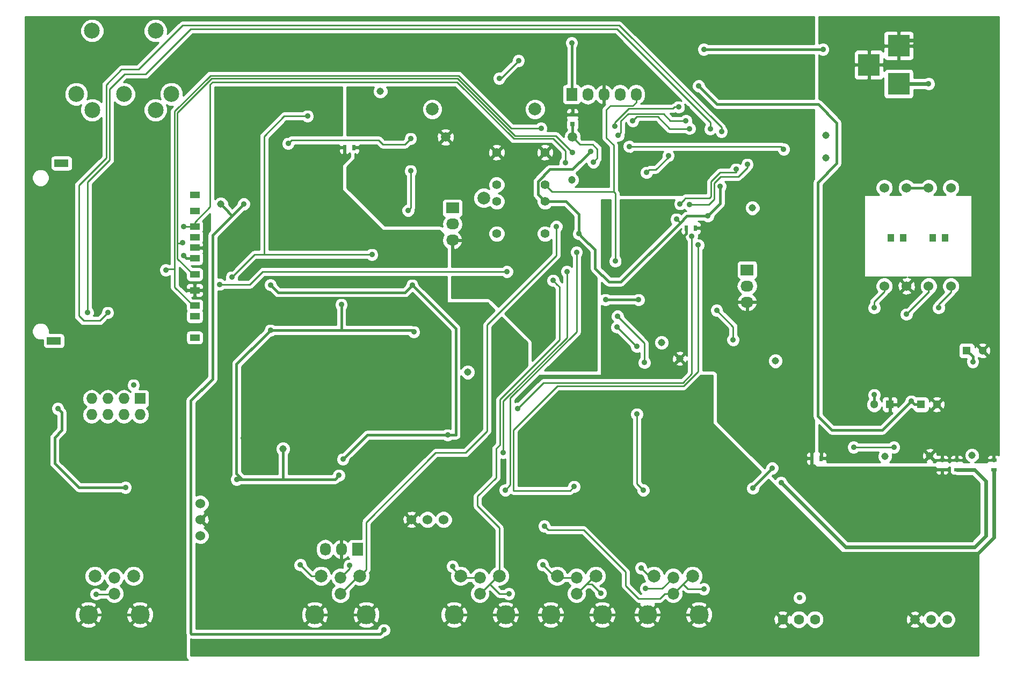
<source format=gbr>
G04 #@! TF.FileFunction,Copper,L2,Bot,Signal*
%FSLAX45Y45*%
G04 Gerber Fmt 4.5, Leading zero omitted, Abs format (unit mm)*
G04 Created by KiCad (PCBNEW 4.0.0-stable) date 12/22/2015 12:01:39 PM*
%MOMM*%
G01*
G04 APERTURE LIST*
%ADD10C,0.100000*%
%ADD11C,2.499360*%
%ADD12C,1.500000*%
%ADD13C,2.000000*%
%ADD14R,1.000000X1.250000*%
%ADD15C,1.300000*%
%ADD16R,1.300000X1.300000*%
%ADD17R,1.500000X1.000000*%
%ADD18R,2.200000X1.200000*%
%ADD19R,3.500120X3.500120*%
%ADD20R,1.727200X2.032000*%
%ADD21O,1.727200X2.032000*%
%ADD22R,2.032000X1.727200*%
%ADD23O,2.032000X1.727200*%
%ADD24R,1.727200X1.727200*%
%ADD25O,1.727200X1.727200*%
%ADD26C,1.397000*%
%ADD27C,1.524000*%
%ADD28R,0.750000X0.800000*%
%ADD29C,3.000000*%
%ADD30C,1.850000*%
%ADD31C,1.200000*%
%ADD32C,1.143000*%
%ADD33C,1.600000*%
%ADD34C,1.501140*%
%ADD35R,0.500000X0.900000*%
%ADD36R,0.900000X0.500000*%
%ADD37C,0.900000*%
%ADD38C,0.400000*%
%ADD39C,0.250000*%
%ADD40C,0.600000*%
%ADD41C,0.254000*%
G04 APERTURE END LIST*
D10*
D11*
X3645408Y-6370320D03*
X2395982Y-6620510D03*
X2895600Y-6370574D03*
X2145792Y-6370320D03*
X3395218Y-6620510D03*
X2395474Y-5370830D03*
X3395726Y-5370830D03*
D12*
X9969500Y-7048500D03*
X7969500Y-7048500D03*
D13*
X8569500Y-8008500D03*
X9379500Y-6608500D03*
X7759500Y-6608500D03*
D14*
X15848000Y-8636000D03*
X15648000Y-8636000D03*
X15187600Y-8636000D03*
X14987600Y-8636000D03*
D15*
X14725650Y-11264900D03*
D16*
X14975650Y-11264900D03*
D15*
X16436150Y-10414000D03*
D16*
X16186150Y-10414000D03*
D15*
X15716250Y-11264900D03*
D16*
X15466250Y-11264900D03*
D17*
X4013200Y-8212900D03*
X4013200Y-8462900D03*
X4013200Y-8792900D03*
X4013200Y-8962900D03*
X4013200Y-9212900D03*
X4013200Y-9462900D03*
X4013200Y-9705400D03*
X4013200Y-9875400D03*
X4013200Y-7962900D03*
X4013200Y-8627900D03*
X4013200Y-10210400D03*
D18*
X1913200Y-7460400D03*
X1793200Y-10260400D03*
D19*
X15113000Y-6208014D03*
X15113000Y-5608066D03*
X14643100Y-5908040D03*
D20*
X9956800Y-6375400D03*
D21*
X10210800Y-6375400D03*
X10464800Y-6375400D03*
X10718800Y-6375400D03*
X10972800Y-6375400D03*
D22*
X12723033Y-9142550D03*
D23*
X12723033Y-9396550D03*
X12723033Y-9650550D03*
D22*
X8077200Y-8166100D03*
D23*
X8077200Y-8420100D03*
X8077200Y-8674100D03*
D24*
X3149403Y-11172446D03*
D25*
X3149403Y-11426446D03*
X2895403Y-11172446D03*
X2895403Y-11426446D03*
X2641403Y-11172446D03*
X2641403Y-11426446D03*
X2387403Y-11172446D03*
X2387403Y-11426446D03*
D26*
X8775700Y-8572500D03*
X8775700Y-8064500D03*
X9537700Y-8572500D03*
X9537700Y-8064500D03*
X9537700Y-7289800D03*
X9537700Y-7797800D03*
X8775700Y-7289800D03*
X8775700Y-7797800D03*
D27*
X4102100Y-13081000D03*
X4102100Y-13335000D03*
X4102100Y-12827000D03*
X7683500Y-13081000D03*
X7937500Y-13081000D03*
X7429500Y-13081000D03*
D28*
X9969500Y-6844100D03*
X9969500Y-6694100D03*
D29*
X3149600Y-14579600D03*
X2336800Y-14579600D03*
D13*
X3048000Y-13970000D03*
X2438400Y-13970000D03*
D30*
X2743200Y-13995400D03*
X2743200Y-14249400D03*
D29*
X6718300Y-14579600D03*
X5905500Y-14579600D03*
D13*
X6616700Y-13970000D03*
X6007100Y-13970000D03*
D30*
X6311900Y-13995400D03*
X6311900Y-14249400D03*
D29*
X11963400Y-14579600D03*
X11150600Y-14579600D03*
D13*
X11861800Y-13970000D03*
X11252200Y-13970000D03*
D30*
X11557000Y-13995400D03*
X11557000Y-14249400D03*
D29*
X8915400Y-14579600D03*
X8102600Y-14579600D03*
D13*
X8813800Y-13970000D03*
X8204200Y-13970000D03*
D30*
X8509000Y-13995400D03*
X8509000Y-14249400D03*
D29*
X10439400Y-14579600D03*
X9626600Y-14579600D03*
D13*
X10337800Y-13970000D03*
X9728200Y-13970000D03*
D30*
X10033000Y-13995400D03*
X10033000Y-14249400D03*
D20*
X6578600Y-13550900D03*
D21*
X6324600Y-13550900D03*
X6070600Y-13550900D03*
D27*
X15586450Y-9398300D03*
X15236450Y-9398300D03*
X14886450Y-9398300D03*
X15936450Y-9398300D03*
X15586450Y-7848300D03*
X15236450Y-7848300D03*
X14886450Y-7848300D03*
X15936450Y-7848300D03*
D31*
X9956800Y-7721600D03*
D32*
X16268700Y-12065000D03*
X13963650Y-7023100D03*
X13963650Y-7372350D03*
X15601950Y-12071350D03*
X14897100Y-12084050D03*
X12807950Y-8166100D03*
X11372850Y-10287000D03*
X5403850Y-11963400D03*
X8318500Y-10756900D03*
X13169900Y-10579100D03*
X6940550Y-6324600D03*
X4425950Y-8102600D03*
D33*
X13538200Y-14655800D03*
X13792200Y-14655800D03*
X13284200Y-14655800D03*
D34*
X15621000Y-14655800D03*
X15875000Y-14655800D03*
X15367000Y-14655800D03*
D35*
X6376600Y-7213600D03*
X6526600Y-7213600D03*
X11761400Y-8483600D03*
X11911400Y-8483600D03*
D36*
X15798800Y-12142400D03*
X15798800Y-12292400D03*
D35*
X13892600Y-12115800D03*
X13742600Y-12115800D03*
D36*
X16611600Y-12292400D03*
X16611600Y-12142400D03*
D32*
X11658600Y-10541000D03*
D36*
X16027400Y-12292400D03*
X16027400Y-12142400D03*
D37*
X10299700Y-7442200D03*
X7112000Y-6985000D03*
X7162800Y-7289800D03*
X6934200Y-6578600D03*
X6625640Y-7441002D03*
X11780000Y-6600000D03*
X11600000Y-6440000D03*
X2235200Y-10820400D03*
X8483600Y-6756400D03*
X9144000Y-7188200D03*
X9194800Y-6769100D03*
X8775700Y-6464300D03*
X8674100Y-6362700D03*
X8382000Y-6654800D03*
X4627101Y-5735025D03*
X11112500Y-7899400D03*
X7670800Y-6350000D03*
X13081000Y-9080500D03*
X2717800Y-7772400D03*
X3632200Y-11899900D03*
X9791700Y-8318500D03*
X1651000Y-13081000D03*
X2914650Y-13119100D03*
X2755900Y-11874500D03*
X1936750Y-11925300D03*
X12179300Y-6311900D03*
X12039600Y-7543800D03*
X12725400Y-5791200D03*
X11010900Y-9613900D03*
X10490200Y-9613900D03*
X12814300Y-12585700D03*
X13119100Y-12268200D03*
X10871200Y-10769600D03*
X13258800Y-12496800D03*
X5588000Y-6985000D03*
X5765800Y-7213600D03*
X4978400Y-7239000D03*
X5384800Y-7061200D03*
X6299200Y-6629400D03*
X13919200Y-13792200D03*
X15341600Y-13792200D03*
X10896600Y-8229600D03*
X11328400Y-8534400D03*
X6388100Y-9042400D03*
X6391026Y-9334500D03*
X6743700Y-9677400D03*
X11595100Y-9791700D03*
X10998200Y-9423400D03*
X5321300Y-8318500D03*
X4800600Y-8318500D03*
X4800600Y-7874000D03*
X4775200Y-11798300D03*
X4521200Y-11798300D03*
X7886700Y-10922000D03*
X8585200Y-12776200D03*
X3048000Y-10960100D03*
X8509000Y-14732000D03*
X10033000Y-14732000D03*
X11582400Y-14706600D03*
X9144000Y-12039600D03*
X9550400Y-11303000D03*
X10871200Y-11176000D03*
X11709400Y-12014200D03*
X10058400Y-12776200D03*
X11226800Y-12776200D03*
X11912600Y-12776200D03*
X5867400Y-7454900D03*
X6350000Y-7429500D03*
X5461000Y-11391900D03*
X7048500Y-11366500D03*
X6578600Y-12738100D03*
X6299200Y-11950700D03*
X7467600Y-10782300D03*
X7950200Y-9385300D03*
X5207000Y-10731500D03*
X5689600Y-9385300D03*
X3835400Y-8915400D03*
X10259774Y-7269927D03*
X12299702Y-7823200D03*
X11607800Y-8343900D03*
X9956800Y-5562600D03*
X10071100Y-8572500D03*
X12103100Y-8293100D03*
X6997700Y-14820900D03*
X4787900Y-8102600D03*
X4597400Y-9258300D03*
X5791200Y-6718300D03*
X6807200Y-8902700D03*
X15252700Y-7264400D03*
X15303500Y-7086600D03*
X15303500Y-6908800D03*
X15532100Y-6540500D03*
X15417800Y-6540500D03*
X15303500Y-6540500D03*
X15189200Y-6540500D03*
X15113000Y-7404100D03*
X15532100Y-6705600D03*
X15189200Y-6705600D03*
X15303500Y-6705600D03*
X14071600Y-10134600D03*
X15417800Y-6705600D03*
X16408400Y-7289800D03*
X15671800Y-5524500D03*
X15386050Y-11061700D03*
X15030450Y-11061700D03*
X6286500Y-12382500D03*
X4673600Y-12446000D03*
X6324600Y-9690100D03*
X5207000Y-10096500D03*
X7467600Y-10121900D03*
X6350000Y-12128500D03*
X8001000Y-11747500D03*
X5207137Y-9378676D03*
X7442200Y-9385300D03*
X14725650Y-11112500D03*
X16281400Y-10591800D03*
X11959360Y-6242070D03*
X15310450Y-11214100D03*
X7416800Y-7073900D03*
X5486400Y-7150100D03*
X6451600Y-13804900D03*
X5679215Y-13795883D03*
X9499600Y-13792200D03*
X8077200Y-13817600D03*
X11124498Y-14165796D03*
X11049000Y-13843000D03*
X9105900Y-11328400D03*
X11849100Y-8610600D03*
X9994900Y-12560300D03*
X11950700Y-8750300D03*
X11087100Y-12617450D03*
X10985500Y-11417300D03*
X10985500Y-10350500D03*
X10674350Y-10045700D03*
X13550900Y-14312900D03*
X11104807Y-10604348D03*
X10680700Y-9874250D03*
X3835400Y-8458200D03*
X9855200Y-7454900D03*
X3822700Y-8712200D03*
X9969500Y-7289800D03*
X3556000Y-9144000D03*
X9474200Y-6908800D03*
X2921000Y-12573000D03*
X1854200Y-11328400D03*
X12039600Y-5664200D03*
X13919200Y-5664200D03*
X15585186Y-6208014D03*
X15741650Y-9740900D03*
X14725650Y-9740900D03*
X15233650Y-9842500D03*
X12503295Y-10244203D03*
X15036800Y-11938000D03*
X14401800Y-11938000D03*
X12242800Y-9779000D03*
X10643599Y-9004703D03*
X13300000Y-7240000D03*
X10867113Y-7195274D03*
X11757502Y-6788575D03*
X10687103Y-7023100D03*
X11642895Y-6574203D03*
X10642100Y-6878658D03*
X11813924Y-6914637D03*
X10919984Y-6790347D03*
X2641600Y-9817100D03*
X12319000Y-6959600D03*
X12725400Y-7480300D03*
X11811000Y-8115300D03*
X2324100Y-9817100D03*
X12141200Y-6921500D03*
X12547600Y-7556500D03*
X11666714Y-8100918D03*
X9715500Y-8458200D03*
X9664700Y-9309100D03*
X8966200Y-14249400D03*
X9880600Y-9169400D03*
X8877300Y-12026900D03*
X10414000Y-14238498D03*
X8911259Y-12614449D03*
X9525000Y-13182600D03*
X10033000Y-8864600D03*
X12039600Y-14173200D03*
X7378700Y-8204200D03*
X7416800Y-7581900D03*
X8813800Y-6121400D03*
X9118600Y-5842000D03*
X11480800Y-7340600D03*
X11137900Y-7607300D03*
X2457450Y-14255750D03*
X4406900Y-9371098D03*
X8934450Y-9169400D03*
D38*
X9969500Y-6844100D02*
X9969500Y-7048500D01*
D39*
X10287000Y-7162800D02*
X10083800Y-7162800D01*
X10083800Y-7162800D02*
X9969500Y-7048500D01*
X10362200Y-7238000D02*
X10287000Y-7162800D01*
X10362200Y-7379700D02*
X10362200Y-7238000D01*
X10299700Y-7442200D02*
X10362200Y-7379700D01*
D38*
X6616700Y-7213600D02*
X6625640Y-7222540D01*
X6625640Y-7222540D02*
X6625640Y-7441002D01*
X6526600Y-7213600D02*
X6616700Y-7213600D01*
X8838200Y-6526800D02*
X9080500Y-6769100D01*
X9080500Y-6769100D02*
X9194800Y-6769100D01*
X8775700Y-6464300D02*
X8838200Y-6526800D01*
X2336800Y-14579600D02*
X2548932Y-14579600D01*
X2548932Y-14579600D02*
X3149600Y-14579600D01*
X10490200Y-9613900D02*
X11010900Y-9613900D01*
X13119100Y-12268200D02*
X12814300Y-12573000D01*
X12814300Y-12573000D02*
X12814300Y-12585700D01*
X6376600Y-7213600D02*
X6376600Y-7402900D01*
X6376600Y-7402900D02*
X6350000Y-7429500D01*
D40*
X16154400Y-12293600D02*
X16153200Y-12292400D01*
X16153200Y-12292400D02*
X16027400Y-12292400D01*
X16306800Y-12293600D02*
X16154400Y-12293600D01*
X16484600Y-12471400D02*
X16306800Y-12293600D01*
X16484600Y-13335000D02*
X16484600Y-12471400D01*
X16306800Y-13512800D02*
X16484600Y-13335000D01*
X14274800Y-13512800D02*
X16306800Y-13512800D01*
X13258800Y-12496800D02*
X14274800Y-13512800D01*
D38*
X11761400Y-8483600D02*
X11761400Y-8568600D01*
X11761400Y-8568600D02*
X11633200Y-8696800D01*
D40*
X16611600Y-13360400D02*
X16256000Y-13716000D01*
X16611600Y-12292400D02*
X16611600Y-13360400D01*
D38*
X10998200Y-9423400D02*
X11366500Y-9791700D01*
X11366500Y-9791700D02*
X11595100Y-9791700D01*
X9093200Y-12776200D02*
X8585200Y-12776200D01*
X10121900Y-12598400D02*
X10058400Y-12661900D01*
X10058400Y-12661900D02*
X10058400Y-12776200D01*
X10121900Y-12471400D02*
X10121900Y-12598400D01*
X9690100Y-12039600D02*
X10121900Y-12471400D01*
X9144000Y-12039600D02*
X9690100Y-12039600D01*
X11709400Y-12014200D02*
X11709400Y-11925812D01*
X11709400Y-11925812D02*
X10959588Y-11176000D01*
X10959588Y-11176000D02*
X10871200Y-11176000D01*
X10439400Y-14579600D02*
X11150600Y-14579600D01*
X8915400Y-14579600D02*
X9626600Y-14579600D01*
X8915400Y-14579600D02*
X8509000Y-14579600D01*
X8509000Y-14579600D02*
X8102600Y-14579600D01*
X8509000Y-14732000D02*
X8509000Y-14579600D01*
X10439400Y-14579600D02*
X10033000Y-14579600D01*
X10033000Y-14579600D02*
X9626600Y-14579600D01*
X10033000Y-14732000D02*
X10033000Y-14579600D01*
X11362732Y-14579600D02*
X11582400Y-14579600D01*
X11582400Y-14579600D02*
X11963400Y-14579600D01*
X11582400Y-14706600D02*
X11582400Y-14579600D01*
X10058400Y-12776200D02*
X9093200Y-12776200D01*
X9550400Y-11303000D02*
X9144000Y-11709400D01*
X9144000Y-11709400D02*
X9144000Y-12039600D01*
X9550400Y-11303000D02*
X10744200Y-11303000D01*
X10744200Y-11303000D02*
X10871200Y-11176000D01*
X11226800Y-12776200D02*
X10058400Y-12776200D01*
X11912600Y-12776200D02*
X11824212Y-12776200D01*
X11824212Y-12776200D02*
X11226800Y-12776200D01*
X11150600Y-14579600D02*
X11362732Y-14579600D01*
X5905500Y-14579600D02*
X6117632Y-14579600D01*
X6117632Y-14579600D02*
X6718300Y-14579600D01*
X4013200Y-8962900D02*
X3882900Y-8962900D01*
X3882900Y-8962900D02*
X3835400Y-8915400D01*
X10197274Y-7332427D02*
X10259774Y-7269927D01*
X9423400Y-7749500D02*
X9615500Y-7557400D01*
X9972300Y-7557400D02*
X10197274Y-7332427D01*
X9615500Y-7557400D02*
X9972300Y-7557400D01*
X9537700Y-8064500D02*
X9423400Y-7950200D01*
X9423400Y-7950200D02*
X9423400Y-7749500D01*
X12103100Y-8293100D02*
X12299702Y-8096498D01*
X12299702Y-7911588D02*
X12299702Y-7823200D01*
X12299702Y-8096498D02*
X12299702Y-7911588D01*
X11772900Y-8293100D02*
X11658600Y-8407400D01*
X11658600Y-8407400D02*
X10731500Y-9334500D01*
D39*
X11607800Y-8343900D02*
X11658600Y-8394700D01*
X11658600Y-8394700D02*
X11658600Y-8407400D01*
D38*
X12103100Y-8293100D02*
X11772900Y-8293100D01*
X10133600Y-8635000D02*
X10071100Y-8572500D01*
X10731500Y-9334500D02*
X10541000Y-9334500D01*
X10325100Y-8826500D02*
X10133600Y-8635000D01*
X10325100Y-9118600D02*
X10325100Y-8826500D01*
X10541000Y-9334500D02*
X10325100Y-9118600D01*
X9956800Y-6233800D02*
X9956800Y-5562600D01*
X9956800Y-6375400D02*
X9956800Y-6233800D01*
X10071100Y-8572500D02*
X10071100Y-8267700D01*
X10071100Y-8267700D02*
X9867900Y-8064500D01*
X9867900Y-8064500D02*
X9537700Y-8064500D01*
X4787900Y-8102600D02*
X4603750Y-8286750D01*
X4603750Y-8286750D02*
X4294501Y-8595999D01*
X4425950Y-8102600D02*
X4483100Y-8159750D01*
X4483100Y-8166100D02*
X4603750Y-8286750D01*
X4483100Y-8159750D02*
X4483100Y-8166100D01*
X6935200Y-14883400D02*
X6997700Y-14820900D01*
X3961400Y-14883400D02*
X6935200Y-14883400D01*
X3949700Y-14871700D02*
X3961400Y-14883400D01*
X3949700Y-11204991D02*
X3949700Y-14871700D01*
X4294501Y-8595999D02*
X4294501Y-10860190D01*
X4294501Y-10860190D02*
X3949700Y-11204991D01*
D39*
X6807200Y-8902700D02*
X5105400Y-8902700D01*
X5105400Y-8902700D02*
X4953000Y-8902700D01*
X5791200Y-6718300D02*
X5422900Y-6718300D01*
X5422900Y-6718300D02*
X5105400Y-7035800D01*
X5105400Y-7035800D02*
X5105400Y-8902700D01*
X4953000Y-8902700D02*
X4597400Y-9258300D01*
D40*
X15303500Y-6908800D02*
X15303500Y-7213600D01*
X15532100Y-6705600D02*
X15532100Y-6540500D01*
X15303500Y-6705600D02*
X15303500Y-6540500D01*
X15303500Y-7213600D02*
X15113000Y-7404100D01*
X15303500Y-6705600D02*
X15189200Y-6705600D01*
D38*
X14643100Y-5908040D02*
X14643100Y-5693034D01*
X14643100Y-5693034D02*
X14728068Y-5608066D01*
X14728068Y-5608066D02*
X14897994Y-5608066D01*
X14897994Y-5608066D02*
X15113000Y-5608066D01*
D40*
X15671800Y-5524500D02*
X15196566Y-5524500D01*
X15196566Y-5524500D02*
X15113000Y-5608066D01*
D38*
X4762500Y-12446000D02*
X5403850Y-12446000D01*
X5403850Y-12446000D02*
X6223000Y-12446000D01*
X5403850Y-11963400D02*
X5403850Y-12044222D01*
X5403850Y-12044222D02*
X5403850Y-12446000D01*
X5144500Y-10159000D02*
X5207000Y-10096500D01*
X4672700Y-10630800D02*
X5144500Y-10159000D01*
X4672700Y-12356200D02*
X4672700Y-10630800D01*
X4762500Y-12446000D02*
X4672700Y-12356200D01*
X4762500Y-12446000D02*
X4673600Y-12446000D01*
X6223000Y-12446000D02*
X6286500Y-12382500D01*
X6324600Y-10096500D02*
X7442200Y-10096500D01*
X5207000Y-10096500D02*
X6324600Y-10096500D01*
X6324600Y-10096500D02*
X6324600Y-9690100D01*
X7442200Y-10096500D02*
X7467600Y-10121900D01*
X8001000Y-11747500D02*
X8128000Y-11747500D01*
X8128000Y-11747500D02*
X6731000Y-11747500D01*
X6731000Y-11747500D02*
X6350000Y-12128500D01*
X7442200Y-9385300D02*
X7329700Y-9497800D01*
X7329700Y-9497800D02*
X5326261Y-9497800D01*
X5326261Y-9497800D02*
X5269637Y-9441176D01*
X5269637Y-9441176D02*
X5207137Y-9378676D01*
X8128000Y-11747500D02*
X8128000Y-10071100D01*
X8128000Y-10071100D02*
X7442200Y-9385300D01*
X14725650Y-11112500D02*
X14725650Y-11264900D01*
X16281400Y-10591800D02*
X16281400Y-10509250D01*
X16281400Y-10509250D02*
X16186150Y-10414000D01*
X13843000Y-6527800D02*
X12245090Y-6527800D01*
X14136517Y-7460499D02*
X14136517Y-6821317D01*
X14136517Y-6821317D02*
X13843000Y-6527800D01*
X12245090Y-6527800D02*
X12021859Y-6304570D01*
X13835899Y-7761117D02*
X14136517Y-7460499D01*
X13835899Y-11448299D02*
X13835899Y-7761117D01*
X14853250Y-11671300D02*
X14058900Y-11671300D01*
X12021859Y-6304570D02*
X11959360Y-6242070D01*
X15310450Y-11214100D02*
X14853250Y-11671300D01*
X14058900Y-11671300D02*
X13835899Y-11448299D01*
X15316200Y-11214100D02*
X15316200Y-11219850D01*
X15316200Y-11219850D02*
X15361250Y-11264900D01*
X15361250Y-11264900D02*
X15466250Y-11264900D01*
X15310450Y-11214100D02*
X15316200Y-11214100D01*
D39*
X7371800Y-7118900D02*
X7416800Y-7073900D01*
X7330625Y-7160074D02*
X7371800Y-7118900D01*
X6976701Y-7160074D02*
X7330625Y-7160074D01*
X6911526Y-7094899D02*
X6976701Y-7160074D01*
X5486400Y-7150100D02*
X5541601Y-7094899D01*
X5541601Y-7094899D02*
X6911526Y-7094899D01*
X6451600Y-13804900D02*
X6451600Y-13855700D01*
X6451600Y-13855700D02*
X6311900Y-13995400D01*
X6007100Y-13970000D02*
X5853332Y-13970000D01*
X5853332Y-13970000D02*
X5741715Y-13858383D01*
X5741715Y-13858383D02*
X5679215Y-13795883D01*
X10033000Y-13995400D02*
X9753600Y-13995400D01*
X9753600Y-13995400D02*
X9728200Y-13970000D01*
X9499600Y-13792200D02*
X9677400Y-13970000D01*
X9677400Y-13970000D02*
X9728200Y-13970000D01*
X8077200Y-13817600D02*
X8077200Y-13843000D01*
X8077200Y-13843000D02*
X8204200Y-13970000D01*
X8509000Y-13995400D02*
X8229600Y-13995400D01*
X8229600Y-13995400D02*
X8204200Y-13970000D01*
X11212886Y-14165796D02*
X11124498Y-14165796D01*
X11386604Y-14165796D02*
X11212886Y-14165796D01*
X11557000Y-13995400D02*
X11386604Y-14165796D01*
X11049000Y-13843000D02*
X11176000Y-13970000D01*
X11176000Y-13970000D02*
X11252200Y-13970000D01*
X11709400Y-10922000D02*
X9512300Y-10922000D01*
X9512300Y-10922000D02*
X9105900Y-11328400D01*
X11849100Y-10782300D02*
X11709400Y-10922000D01*
X11849100Y-8698988D02*
X11849100Y-10782300D01*
X11849100Y-8610600D02*
X11849100Y-8698988D01*
X9932400Y-12622800D02*
X9994900Y-12560300D01*
X9036601Y-12622800D02*
X9932400Y-12622800D01*
X9036601Y-11664540D02*
X9036601Y-12622800D01*
X11722241Y-10972800D02*
X9728341Y-10972800D01*
X11950700Y-10744341D02*
X11722241Y-10972800D01*
X9728341Y-10972800D02*
X9036601Y-11664540D01*
X11950700Y-8750300D02*
X11950700Y-10744341D01*
X10985500Y-11417300D02*
X10985500Y-12515850D01*
X10985500Y-12515850D02*
X11087100Y-12617450D01*
X10674350Y-10045700D02*
X10979150Y-10350500D01*
X10979150Y-10350500D02*
X10985500Y-10350500D01*
X11104807Y-10298357D02*
X11104807Y-10515960D01*
X11104807Y-10515960D02*
X11104807Y-10604348D01*
X10680700Y-9874250D02*
X11104807Y-10298357D01*
X4013200Y-8387900D02*
X4013200Y-8462900D01*
X4257600Y-6213400D02*
X4257600Y-8143500D01*
X4292600Y-6178400D02*
X4257600Y-6213400D01*
X8146618Y-6178400D02*
X4292600Y-6178400D01*
X4257600Y-8143500D02*
X4013200Y-8387900D01*
X9043220Y-7075002D02*
X8146618Y-6178400D01*
X9660880Y-7075002D02*
X9043220Y-7075002D01*
X9855200Y-7269322D02*
X9660880Y-7075002D01*
X9855200Y-7454900D02*
X9855200Y-7269322D01*
X4013200Y-8462900D02*
X3840100Y-8462900D01*
X3840100Y-8462900D02*
X3835400Y-8458200D01*
X3988200Y-9212900D02*
X4013200Y-9212900D01*
X3740400Y-8965100D02*
X3988200Y-9212900D01*
X3740400Y-8724900D02*
X3740400Y-8965100D01*
X3740400Y-6661041D02*
X3740400Y-8724900D01*
X3740400Y-8724900D02*
X3810000Y-8724900D01*
X3810000Y-8724900D02*
X3822700Y-8712200D01*
X4280041Y-6121400D02*
X3740400Y-6661041D01*
X9709701Y-7030001D02*
X9061860Y-7030001D01*
X8153259Y-6121400D02*
X4280041Y-6121400D01*
X9061860Y-7030001D02*
X8153259Y-6121400D01*
X9969500Y-7289800D02*
X9709701Y-7030001D01*
X3695399Y-9131300D02*
X3695399Y-9412599D01*
X3568700Y-9131300D02*
X3556000Y-9144000D01*
X3695399Y-6642401D02*
X3695399Y-9131300D01*
X3695399Y-9131300D02*
X3568700Y-9131300D01*
X3988200Y-9705400D02*
X4013200Y-9705400D01*
X3695399Y-9412599D02*
X3988200Y-9705400D01*
X8171899Y-6076399D02*
X4261401Y-6076399D01*
X9004300Y-6908800D02*
X8171899Y-6076399D01*
X4261401Y-6076399D02*
X3695399Y-6642401D01*
X9474200Y-6908800D02*
X9004300Y-6908800D01*
D38*
X1803400Y-12192000D02*
X2184400Y-12573000D01*
X2184400Y-12573000D02*
X2921000Y-12573000D01*
X1803400Y-11785600D02*
X1803400Y-12192000D01*
X1916700Y-11672300D02*
X1803400Y-11785600D01*
X1854200Y-11328400D02*
X1916700Y-11390900D01*
X1916700Y-11390900D02*
X1916700Y-11672300D01*
X13919200Y-5664200D02*
X12039600Y-5664200D01*
D40*
X15585186Y-6208014D02*
X15113000Y-6208014D01*
D39*
X15936450Y-9398300D02*
X15936450Y-9495300D01*
X15936450Y-9495300D02*
X15936450Y-9495300D01*
X15936450Y-9495300D02*
X15741650Y-9690100D01*
X15741650Y-9690100D02*
X15741650Y-9740900D01*
X15936450Y-9487200D02*
X15936450Y-9495300D01*
X14886750Y-9486900D02*
X14725650Y-9648000D01*
X14886450Y-9398300D02*
X14886450Y-9486600D01*
X14886450Y-9486600D02*
X14886750Y-9486900D01*
X14725650Y-9648000D02*
X14725650Y-9740900D01*
X15593100Y-9480550D02*
X15335250Y-9738400D01*
X15586450Y-9398300D02*
X15586450Y-9473900D01*
X15586450Y-9473900D02*
X15593100Y-9480550D01*
X15335250Y-9738400D02*
X15335250Y-9740900D01*
X15335250Y-9740900D02*
X15233650Y-9842500D01*
X12503295Y-10155815D02*
X12503295Y-10244203D01*
X12503295Y-10039495D02*
X12503295Y-10155815D01*
X12242800Y-9779000D02*
X12503295Y-10039495D01*
X14401800Y-11938000D02*
X15036800Y-11938000D01*
X10643599Y-7936709D02*
X10643599Y-8916315D01*
X10617200Y-7910310D02*
X10643599Y-7936709D01*
X10643599Y-8916315D02*
X10643599Y-9004703D01*
X10566400Y-6553200D02*
X10921600Y-6553200D01*
X10921600Y-6553200D02*
X10972800Y-6502000D01*
X10502900Y-6616700D02*
X10566400Y-6553200D01*
X10502900Y-7061200D02*
X10502900Y-6616700D01*
X10617200Y-7175500D02*
X10502900Y-7061200D01*
X10617200Y-7910310D02*
X10617200Y-7175500D01*
X9650210Y-7910310D02*
X10617200Y-7910310D01*
X10972800Y-6502000D02*
X10972800Y-6375400D01*
X9537700Y-7797800D02*
X9650210Y-7910310D01*
X12970000Y-7195274D02*
X10955501Y-7195274D01*
X12970000Y-7195274D02*
X13255274Y-7195274D01*
X13255274Y-7195274D02*
X13300000Y-7240000D01*
X10955501Y-7195274D02*
X10867113Y-7195274D01*
X11693862Y-6788575D02*
X11757502Y-6788575D01*
X11512975Y-6788575D02*
X11693862Y-6788575D01*
X11404600Y-6680200D02*
X11512975Y-6788575D01*
X10732103Y-6793897D02*
X10845800Y-6680200D01*
X10687103Y-7023100D02*
X10732103Y-6978100D01*
X10732103Y-6978100D02*
X10732103Y-6793897D01*
X10845800Y-6680200D02*
X11404600Y-6680200D01*
X11579256Y-6574203D02*
X11642895Y-6574203D01*
X10642100Y-6815019D02*
X10858372Y-6598747D01*
X11554712Y-6598747D02*
X11579256Y-6574203D01*
X10642100Y-6878658D02*
X10642100Y-6815019D01*
X10858372Y-6598747D02*
X11554712Y-6598747D01*
X11312547Y-6727847D02*
X11499337Y-6914637D01*
X11725536Y-6914637D02*
X11813924Y-6914637D01*
X11499337Y-6914637D02*
X11725536Y-6914637D01*
X10982484Y-6727847D02*
X11312547Y-6727847D01*
X10919984Y-6790347D02*
X10982484Y-6727847D01*
D38*
X15586450Y-7848300D02*
X15236450Y-7848300D01*
D39*
X2514600Y-9944100D02*
X2596600Y-9862100D01*
X2260600Y-9944100D02*
X2514600Y-9944100D01*
X3124200Y-5981700D02*
X2857500Y-5981700D01*
X2184400Y-9867900D02*
X2260600Y-9944100D01*
X2857500Y-5981700D02*
X2616200Y-6223000D01*
X12319000Y-6895960D02*
X10706240Y-5283200D01*
X2184400Y-7810500D02*
X2184400Y-9867900D01*
X12319000Y-6959600D02*
X12319000Y-6895960D01*
X2616200Y-6223000D02*
X2616200Y-7378700D01*
X3822700Y-5283200D02*
X3124200Y-5981700D01*
X2596600Y-9862100D02*
X2641600Y-9817100D01*
X2616200Y-7378700D02*
X2184400Y-7810500D01*
X10706240Y-5283200D02*
X3822700Y-5283200D01*
X12585700Y-7670800D02*
X12725400Y-7531100D01*
X12725400Y-7531100D02*
X12725400Y-7480300D01*
X12509500Y-7670800D02*
X12585700Y-7670800D01*
X12306300Y-7670800D02*
X12509500Y-7670800D01*
X12204700Y-7772400D02*
X12306300Y-7670800D01*
X12204700Y-8026400D02*
X12204700Y-7772400D01*
X12115800Y-8115300D02*
X12204700Y-8026400D01*
X12077700Y-8115300D02*
X12115800Y-8115300D01*
X11811000Y-8115300D02*
X12077700Y-8115300D01*
X2324100Y-9753460D02*
X2324100Y-9817100D01*
X2324100Y-7759841D02*
X2324100Y-9753460D01*
X2673901Y-7410040D02*
X2324100Y-7759841D01*
X2673901Y-6292299D02*
X2673901Y-7410040D01*
X2908300Y-6057900D02*
X2673901Y-6292299D01*
X3949700Y-5346700D02*
X3238500Y-6057900D01*
X10667978Y-5346700D02*
X3949700Y-5346700D01*
X12141200Y-6819922D02*
X10667978Y-5346700D01*
X12141200Y-6921500D02*
X12141200Y-6819922D01*
X3238500Y-6057900D02*
X2908300Y-6057900D01*
X12547600Y-7607300D02*
X12547600Y-7556500D01*
X12293600Y-7607300D02*
X12547600Y-7607300D01*
X12153900Y-7747000D02*
X12293600Y-7607300D01*
X12153900Y-7988300D02*
X12153900Y-7747000D01*
X12128500Y-8013700D02*
X12153900Y-7988300D01*
X11747500Y-8013700D02*
X12128500Y-8013700D01*
X11729214Y-8031986D02*
X11747500Y-8013700D01*
X11666714Y-8100918D02*
X11729214Y-8038418D01*
X11729214Y-8038418D02*
X11729214Y-8031986D01*
X8623300Y-10007600D02*
X9715500Y-8915400D01*
X9715500Y-8915400D02*
X9715500Y-8458200D01*
X8623300Y-10121900D02*
X8623300Y-10007600D01*
X8623300Y-11684000D02*
X8623300Y-10121900D01*
X8280400Y-12026900D02*
X8623300Y-11684000D01*
X7810500Y-12026900D02*
X8280400Y-12026900D01*
X6716700Y-13120700D02*
X7810500Y-12026900D01*
X6616700Y-13970000D02*
X6716700Y-13870000D01*
X6716700Y-13870000D02*
X6716700Y-13120700D01*
X6311900Y-14249400D02*
X6591300Y-13970000D01*
X6591300Y-13970000D02*
X6616700Y-13970000D01*
X9766300Y-10248900D02*
X9766300Y-9410700D01*
X9664700Y-9309100D02*
X9727200Y-9371600D01*
X9727200Y-9371600D02*
X9766300Y-9410700D01*
X8813800Y-13970000D02*
X8813800Y-13208000D01*
X8826500Y-11188700D02*
X9766300Y-10248900D01*
X8813800Y-13208000D02*
X8470900Y-12865100D01*
X8470900Y-12865100D02*
X8470900Y-12712700D01*
X8470900Y-12712700D02*
X8763000Y-12420600D01*
X8763000Y-12420600D02*
X8763000Y-11963400D01*
X8763000Y-11963400D02*
X8826500Y-11899900D01*
X8826500Y-11899900D02*
X8826500Y-11188700D01*
X8509000Y-14249400D02*
X8661400Y-14097000D01*
X8661400Y-14097000D02*
X8788400Y-13970000D01*
X8813800Y-14249400D02*
X8661400Y-14097000D01*
X8966200Y-14249400D02*
X8813800Y-14249400D01*
X8788400Y-13970000D02*
X8813800Y-13970000D01*
X9880600Y-9169400D02*
X9880600Y-10210800D01*
X9880600Y-10210800D02*
X8877300Y-11214100D01*
X8877300Y-11214100D02*
X8877300Y-12026900D01*
X10351500Y-14175998D02*
X10414000Y-14238498D01*
X10272502Y-14097000D02*
X10351500Y-14175998D01*
X10185400Y-14097000D02*
X10272502Y-14097000D01*
X10033000Y-14249400D02*
X10185400Y-14097000D01*
X10185400Y-14097000D02*
X10312400Y-13970000D01*
X10312400Y-13970000D02*
X10337800Y-13970000D01*
X10033000Y-8864600D02*
X10033000Y-10122041D01*
X10033000Y-10122041D02*
X8990865Y-11164176D01*
X8973759Y-12551949D02*
X8911259Y-12614449D01*
X8990865Y-11164176D02*
X8990865Y-12534843D01*
X8990865Y-12534843D02*
X8973759Y-12551949D01*
X11010900Y-14325600D02*
X11349985Y-14325600D01*
X11349985Y-14325600D02*
X11426185Y-14249400D01*
X11426185Y-14249400D02*
X11557000Y-14249400D01*
X10807700Y-14122400D02*
X11010900Y-14325600D01*
X10807700Y-13906500D02*
X10807700Y-14122400D01*
X10146300Y-13245100D02*
X10807700Y-13906500D01*
X9525000Y-13182600D02*
X9587500Y-13245100D01*
X9587500Y-13245100D02*
X10146300Y-13245100D01*
X11557000Y-14249400D02*
X11709400Y-14097000D01*
X11709400Y-14097000D02*
X11836400Y-13970000D01*
X12039600Y-14173200D02*
X11785600Y-14173200D01*
X11785600Y-14173200D02*
X11709400Y-14097000D01*
X11836400Y-13970000D02*
X11861800Y-13970000D01*
X7416800Y-7581900D02*
X7416800Y-8166100D01*
X7416800Y-8166100D02*
X7378700Y-8204200D01*
X9118600Y-5842000D02*
X8839200Y-6121400D01*
X8839200Y-6121400D02*
X8813800Y-6121400D01*
X11284500Y-7562300D02*
X11480800Y-7366000D01*
X11480800Y-7366000D02*
X11480800Y-7340600D01*
X11137900Y-7607300D02*
X11182900Y-7562300D01*
X11182900Y-7562300D02*
X11284500Y-7562300D01*
X2457450Y-14255750D02*
X2736850Y-14255750D01*
X2736850Y-14255750D02*
X2743200Y-14249400D01*
X4884652Y-9371098D02*
X4470540Y-9371098D01*
X5086350Y-9169400D02*
X4884652Y-9371098D01*
X8934450Y-9169400D02*
X5086350Y-9169400D01*
X4470540Y-9371098D02*
X4406900Y-9371098D01*
D41*
G36*
X16693000Y-12063997D02*
X16692570Y-12063567D01*
X16669231Y-12053900D01*
X16640175Y-12053900D01*
X16624300Y-12069775D01*
X16624300Y-12129900D01*
X16626300Y-12129900D01*
X16626300Y-12154900D01*
X16624300Y-12154900D01*
X16624300Y-12157100D01*
X16598900Y-12157100D01*
X16598900Y-12154900D01*
X16518975Y-12154900D01*
X16503100Y-12170775D01*
X16503100Y-12179300D01*
X16308012Y-12179300D01*
X16336953Y-12167342D01*
X16370922Y-12133432D01*
X16382824Y-12104769D01*
X16503100Y-12104769D01*
X16503100Y-12114025D01*
X16518975Y-12129900D01*
X16598900Y-12129900D01*
X16598900Y-12069775D01*
X16583025Y-12053900D01*
X16553969Y-12053900D01*
X16530630Y-12063567D01*
X16512767Y-12081430D01*
X16503100Y-12104769D01*
X16382824Y-12104769D01*
X16389329Y-12089104D01*
X16389371Y-12041106D01*
X16371042Y-11996746D01*
X16337132Y-11962777D01*
X16292804Y-11944371D01*
X16244806Y-11944329D01*
X16200446Y-11962658D01*
X16166477Y-11996568D01*
X16148071Y-12040896D01*
X16148029Y-12088893D01*
X16166358Y-12133253D01*
X16200268Y-12167222D01*
X16229354Y-12179300D01*
X16135900Y-12179300D01*
X16135900Y-12170775D01*
X16120025Y-12154900D01*
X16040100Y-12154900D01*
X16040100Y-12157100D01*
X16014700Y-12157100D01*
X16014700Y-12154900D01*
X15934775Y-12154900D01*
X15918900Y-12170775D01*
X15918900Y-12179300D01*
X15907300Y-12179300D01*
X15907300Y-12170775D01*
X15891425Y-12154900D01*
X15811500Y-12154900D01*
X15811500Y-12157100D01*
X15786100Y-12157100D01*
X15786100Y-12154900D01*
X15706175Y-12154900D01*
X15690300Y-12170775D01*
X15690300Y-12179300D01*
X15659981Y-12179300D01*
X15663595Y-12177803D01*
X15668194Y-12155555D01*
X15601950Y-12089310D01*
X15535706Y-12155555D01*
X15540305Y-12177803D01*
X15544696Y-12179300D01*
X14972458Y-12179300D01*
X14999322Y-12152482D01*
X15017729Y-12108154D01*
X15017771Y-12060156D01*
X15015696Y-12055135D01*
X15480009Y-12055135D01*
X15483087Y-12103034D01*
X15495497Y-12132995D01*
X15517745Y-12137594D01*
X15583989Y-12071350D01*
X15619910Y-12071350D01*
X15686155Y-12137594D01*
X15708403Y-12132995D01*
X15709458Y-12129900D01*
X15786100Y-12129900D01*
X15786100Y-12069775D01*
X15811500Y-12069775D01*
X15811500Y-12129900D01*
X15891425Y-12129900D01*
X15907300Y-12114025D01*
X15907300Y-12104769D01*
X15918900Y-12104769D01*
X15918900Y-12114025D01*
X15934775Y-12129900D01*
X16014700Y-12129900D01*
X16014700Y-12069775D01*
X16040100Y-12069775D01*
X16040100Y-12129900D01*
X16120025Y-12129900D01*
X16135900Y-12114025D01*
X16135900Y-12104769D01*
X16126233Y-12081430D01*
X16108370Y-12063567D01*
X16085031Y-12053900D01*
X16055975Y-12053900D01*
X16040100Y-12069775D01*
X16014700Y-12069775D01*
X15998825Y-12053900D01*
X15969769Y-12053900D01*
X15946430Y-12063567D01*
X15928567Y-12081430D01*
X15918900Y-12104769D01*
X15907300Y-12104769D01*
X15897633Y-12081430D01*
X15879770Y-12063567D01*
X15856431Y-12053900D01*
X15827375Y-12053900D01*
X15811500Y-12069775D01*
X15786100Y-12069775D01*
X15770225Y-12053900D01*
X15741169Y-12053900D01*
X15722232Y-12061744D01*
X15720813Y-12039666D01*
X15708403Y-12009705D01*
X15686155Y-12005106D01*
X15619910Y-12071350D01*
X15583989Y-12071350D01*
X15517745Y-12005106D01*
X15495497Y-12009705D01*
X15480009Y-12055135D01*
X15015696Y-12055135D01*
X15011498Y-12044976D01*
X15015123Y-12046481D01*
X15058287Y-12046519D01*
X15098180Y-12030035D01*
X15128728Y-11999540D01*
X15133875Y-11987145D01*
X15535706Y-11987145D01*
X15601950Y-12053389D01*
X15668194Y-11987145D01*
X15663595Y-11964897D01*
X15618164Y-11949409D01*
X15570266Y-11952487D01*
X15540305Y-11964897D01*
X15535706Y-11987145D01*
X15133875Y-11987145D01*
X15145281Y-11959677D01*
X15145319Y-11916513D01*
X15128835Y-11876620D01*
X15098340Y-11846072D01*
X15058477Y-11829519D01*
X15015313Y-11829481D01*
X14975420Y-11845965D01*
X14959357Y-11862000D01*
X14479241Y-11862000D01*
X14463340Y-11846072D01*
X14423477Y-11829519D01*
X14380313Y-11829481D01*
X14340420Y-11845965D01*
X14309872Y-11876459D01*
X14293319Y-11916323D01*
X14293281Y-11959487D01*
X14309765Y-11999380D01*
X14340259Y-12029928D01*
X14380123Y-12046481D01*
X14423287Y-12046519D01*
X14463180Y-12030035D01*
X14479243Y-12014000D01*
X14796498Y-12014000D01*
X14794877Y-12015618D01*
X14776471Y-12059946D01*
X14776429Y-12107943D01*
X14794758Y-12152303D01*
X14821708Y-12179300D01*
X13978669Y-12179300D01*
X13981100Y-12173431D01*
X13981100Y-12144375D01*
X13965225Y-12128500D01*
X13905100Y-12128500D01*
X13905100Y-12130500D01*
X13880100Y-12130500D01*
X13880100Y-12128500D01*
X13877900Y-12128500D01*
X13877900Y-12103100D01*
X13880100Y-12103100D01*
X13880100Y-12023175D01*
X13905100Y-12023175D01*
X13905100Y-12103100D01*
X13965225Y-12103100D01*
X13981100Y-12087225D01*
X13981100Y-12058169D01*
X13971433Y-12034830D01*
X13953570Y-12016967D01*
X13930231Y-12007300D01*
X13920975Y-12007300D01*
X13905100Y-12023175D01*
X13880100Y-12023175D01*
X13864225Y-12007300D01*
X13855700Y-12007300D01*
X13855700Y-11586187D01*
X13999857Y-11730343D01*
X14026946Y-11748444D01*
X14058900Y-11754800D01*
X14853250Y-11754800D01*
X14885204Y-11748444D01*
X14912293Y-11730343D01*
X15312090Y-11330547D01*
X15329296Y-11342044D01*
X15339160Y-11344006D01*
X15340934Y-11353432D01*
X15354841Y-11375044D01*
X15376061Y-11389543D01*
X15401250Y-11394644D01*
X15531250Y-11394644D01*
X15554782Y-11390216D01*
X15576394Y-11376309D01*
X15590893Y-11355089D01*
X15590951Y-11354802D01*
X15644309Y-11354802D01*
X15649877Y-11377861D01*
X15698158Y-11394662D01*
X15749193Y-11391708D01*
X15782623Y-11377861D01*
X15788191Y-11354802D01*
X15716250Y-11282860D01*
X15644309Y-11354802D01*
X15590951Y-11354802D01*
X15595994Y-11329900D01*
X15595994Y-11313661D01*
X15603289Y-11331273D01*
X15626348Y-11336841D01*
X15698289Y-11264900D01*
X15734210Y-11264900D01*
X15806152Y-11336841D01*
X15829211Y-11331273D01*
X15846012Y-11282992D01*
X15843058Y-11231957D01*
X15829211Y-11198527D01*
X15806152Y-11192959D01*
X15734210Y-11264900D01*
X15698289Y-11264900D01*
X15626348Y-11192959D01*
X15603289Y-11198527D01*
X15595994Y-11219490D01*
X15595994Y-11199900D01*
X15591566Y-11176368D01*
X15590685Y-11174998D01*
X15644309Y-11174998D01*
X15716250Y-11246939D01*
X15788191Y-11174998D01*
X15782623Y-11151939D01*
X15734342Y-11135138D01*
X15683307Y-11138092D01*
X15649877Y-11151939D01*
X15644309Y-11174998D01*
X15590685Y-11174998D01*
X15577659Y-11154756D01*
X15556439Y-11140257D01*
X15531250Y-11135156D01*
X15401250Y-11135156D01*
X15387529Y-11137738D01*
X15371990Y-11122172D01*
X15332127Y-11105619D01*
X15288963Y-11105581D01*
X15249070Y-11122065D01*
X15218522Y-11152560D01*
X15201969Y-11192423D01*
X15201958Y-11204505D01*
X15104150Y-11302313D01*
X15104150Y-11293475D01*
X15088275Y-11277600D01*
X14988350Y-11277600D01*
X14988350Y-11377525D01*
X15004225Y-11393400D01*
X15013063Y-11393400D01*
X14818663Y-11587800D01*
X14093487Y-11587800D01*
X13919399Y-11413712D01*
X13919399Y-11290348D01*
X14597128Y-11290348D01*
X14616649Y-11337594D01*
X14652765Y-11373773D01*
X14699978Y-11393378D01*
X14751098Y-11393422D01*
X14798344Y-11373900D01*
X14834523Y-11337784D01*
X14847150Y-11307376D01*
X14847150Y-11342531D01*
X14856817Y-11365870D01*
X14874680Y-11383733D01*
X14898019Y-11393400D01*
X14947075Y-11393400D01*
X14962950Y-11377525D01*
X14962950Y-11277600D01*
X14960950Y-11277600D01*
X14960950Y-11252200D01*
X14962950Y-11252200D01*
X14962950Y-11152275D01*
X14988350Y-11152275D01*
X14988350Y-11252200D01*
X15088275Y-11252200D01*
X15104150Y-11236325D01*
X15104150Y-11187269D01*
X15094483Y-11163930D01*
X15076620Y-11146067D01*
X15053281Y-11136400D01*
X15004225Y-11136400D01*
X14988350Y-11152275D01*
X14962950Y-11152275D01*
X14947075Y-11136400D01*
X14898019Y-11136400D01*
X14874680Y-11146067D01*
X14856817Y-11163930D01*
X14847150Y-11187269D01*
X14847150Y-11222457D01*
X14834650Y-11192206D01*
X14817047Y-11174571D01*
X14817578Y-11174041D01*
X14834131Y-11134177D01*
X14834169Y-11091013D01*
X14817685Y-11051120D01*
X14787190Y-11020572D01*
X14747327Y-11004019D01*
X14704163Y-11003981D01*
X14664270Y-11020465D01*
X14633722Y-11050960D01*
X14617169Y-11090823D01*
X14617131Y-11133987D01*
X14633615Y-11173880D01*
X14634278Y-11174545D01*
X14616776Y-11192015D01*
X14597172Y-11239228D01*
X14597128Y-11290348D01*
X13919399Y-11290348D01*
X13919399Y-10349000D01*
X16056406Y-10349000D01*
X16056406Y-10479000D01*
X16060834Y-10502532D01*
X16074741Y-10524144D01*
X16095961Y-10538643D01*
X16121150Y-10543744D01*
X16183872Y-10543744D01*
X16172919Y-10570123D01*
X16172881Y-10613287D01*
X16189365Y-10653180D01*
X16219859Y-10683728D01*
X16259723Y-10700281D01*
X16302887Y-10700319D01*
X16342780Y-10683835D01*
X16373328Y-10653341D01*
X16389881Y-10613477D01*
X16389919Y-10570313D01*
X16373435Y-10530420D01*
X16370092Y-10527071D01*
X16418058Y-10543762D01*
X16469093Y-10540808D01*
X16502523Y-10526961D01*
X16508091Y-10503902D01*
X16436150Y-10431961D01*
X16434736Y-10433375D01*
X16416775Y-10415414D01*
X16418189Y-10414000D01*
X16454110Y-10414000D01*
X16526052Y-10485941D01*
X16549111Y-10480373D01*
X16565912Y-10432092D01*
X16562958Y-10381057D01*
X16549111Y-10347627D01*
X16526052Y-10342059D01*
X16454110Y-10414000D01*
X16418189Y-10414000D01*
X16346248Y-10342059D01*
X16323189Y-10347627D01*
X16315894Y-10368590D01*
X16315894Y-10349000D01*
X16311466Y-10325468D01*
X16310585Y-10324098D01*
X16364209Y-10324098D01*
X16436150Y-10396040D01*
X16508091Y-10324098D01*
X16502523Y-10301039D01*
X16454242Y-10284238D01*
X16403207Y-10287192D01*
X16369777Y-10301039D01*
X16364209Y-10324098D01*
X16310585Y-10324098D01*
X16297559Y-10303856D01*
X16276339Y-10289357D01*
X16251150Y-10284256D01*
X16121150Y-10284256D01*
X16097618Y-10288684D01*
X16076006Y-10302591D01*
X16061507Y-10323811D01*
X16056406Y-10349000D01*
X13919399Y-10349000D01*
X13919399Y-9863987D01*
X15125131Y-9863987D01*
X15141615Y-9903880D01*
X15172109Y-9934428D01*
X15211973Y-9950981D01*
X15255137Y-9951019D01*
X15295030Y-9934535D01*
X15325578Y-9904041D01*
X15342131Y-9864177D01*
X15342151Y-9841479D01*
X15388990Y-9794640D01*
X15394024Y-9787106D01*
X15418743Y-9762387D01*
X15633131Y-9762387D01*
X15649615Y-9802280D01*
X15680109Y-9832828D01*
X15719973Y-9849381D01*
X15763137Y-9849419D01*
X15803030Y-9832935D01*
X15833578Y-9802441D01*
X15850131Y-9762577D01*
X15850169Y-9719413D01*
X15841295Y-9697936D01*
X15990190Y-9549040D01*
X16006665Y-9524384D01*
X16007519Y-9520091D01*
X16015480Y-9516801D01*
X16054813Y-9477537D01*
X16076126Y-9426210D01*
X16076174Y-9370634D01*
X16054951Y-9319270D01*
X16015687Y-9279937D01*
X15964360Y-9258624D01*
X15908784Y-9258576D01*
X15857420Y-9279799D01*
X15818087Y-9319063D01*
X15796774Y-9370390D01*
X15796726Y-9425966D01*
X15817949Y-9477330D01*
X15832432Y-9491838D01*
X15687910Y-9636360D01*
X15678121Y-9651009D01*
X15649722Y-9679360D01*
X15633169Y-9719223D01*
X15633131Y-9762387D01*
X15418743Y-9762387D01*
X15646840Y-9534290D01*
X15655874Y-9520770D01*
X15665480Y-9516801D01*
X15704813Y-9477537D01*
X15726126Y-9426210D01*
X15726174Y-9370634D01*
X15704951Y-9319270D01*
X15665687Y-9279937D01*
X15614360Y-9258624D01*
X15558784Y-9258576D01*
X15507420Y-9279799D01*
X15468087Y-9319063D01*
X15446774Y-9370390D01*
X15446726Y-9425966D01*
X15467949Y-9477330D01*
X15478385Y-9487785D01*
X15281510Y-9684660D01*
X15276476Y-9692194D01*
X15234669Y-9734001D01*
X15212163Y-9733981D01*
X15172270Y-9750465D01*
X15141722Y-9780960D01*
X15125169Y-9820823D01*
X15125131Y-9863987D01*
X13919399Y-9863987D01*
X13919399Y-9762387D01*
X14617131Y-9762387D01*
X14633615Y-9802280D01*
X14664109Y-9832828D01*
X14703973Y-9849381D01*
X14747137Y-9849419D01*
X14787030Y-9832935D01*
X14817578Y-9802441D01*
X14834131Y-9762577D01*
X14834169Y-9719413D01*
X14817685Y-9679520D01*
X14809655Y-9671475D01*
X14940490Y-9540640D01*
X14942270Y-9537976D01*
X14952963Y-9521973D01*
X14965480Y-9516801D01*
X14985996Y-9496321D01*
X15156389Y-9496321D01*
X15163336Y-9520540D01*
X15215680Y-9539214D01*
X15271187Y-9536436D01*
X15309564Y-9520540D01*
X15316511Y-9496321D01*
X15236450Y-9416261D01*
X15156389Y-9496321D01*
X14985996Y-9496321D01*
X15004813Y-9477537D01*
X15026126Y-9426210D01*
X15026168Y-9377530D01*
X15095536Y-9377530D01*
X15098314Y-9433037D01*
X15114210Y-9471414D01*
X15138429Y-9478361D01*
X15218489Y-9398300D01*
X15254410Y-9398300D01*
X15334471Y-9478361D01*
X15358690Y-9471414D01*
X15377364Y-9419070D01*
X15374586Y-9363563D01*
X15358690Y-9325186D01*
X15334471Y-9318239D01*
X15254410Y-9398300D01*
X15218489Y-9398300D01*
X15138429Y-9318239D01*
X15114210Y-9325186D01*
X15095536Y-9377530D01*
X15026168Y-9377530D01*
X15026174Y-9370634D01*
X15004951Y-9319270D01*
X14965687Y-9279937D01*
X14914360Y-9258624D01*
X14858784Y-9258576D01*
X14807420Y-9279799D01*
X14768087Y-9319063D01*
X14746774Y-9370390D01*
X14746726Y-9425966D01*
X14767949Y-9477330D01*
X14778385Y-9487785D01*
X14671910Y-9594260D01*
X14655435Y-9618916D01*
X14649650Y-9648000D01*
X14649650Y-9663459D01*
X14633722Y-9679360D01*
X14617169Y-9719223D01*
X14617131Y-9762387D01*
X13919399Y-9762387D01*
X13919399Y-7975600D01*
X14566900Y-7975600D01*
X14566900Y-9245600D01*
X14567768Y-9250216D01*
X14570496Y-9254455D01*
X14574659Y-9257299D01*
X14579600Y-9258300D01*
X15238951Y-9258300D01*
X15201713Y-9260164D01*
X15163336Y-9276060D01*
X15156389Y-9300279D01*
X15236450Y-9380340D01*
X15316511Y-9300279D01*
X15309564Y-9276060D01*
X15259783Y-9258300D01*
X16256000Y-9258300D01*
X16260616Y-9257432D01*
X16264855Y-9254704D01*
X16267699Y-9250541D01*
X16268700Y-9245600D01*
X16268700Y-7975600D01*
X16267831Y-7970984D01*
X16265103Y-7966745D01*
X16260941Y-7963901D01*
X16256000Y-7962900D01*
X16019388Y-7962900D01*
X16054813Y-7927537D01*
X16076126Y-7876210D01*
X16076174Y-7820634D01*
X16054951Y-7769270D01*
X16015687Y-7729937D01*
X15964360Y-7708624D01*
X15908784Y-7708576D01*
X15857420Y-7729799D01*
X15818087Y-7769063D01*
X15796774Y-7820390D01*
X15796726Y-7875966D01*
X15817949Y-7927330D01*
X15853457Y-7962900D01*
X15669388Y-7962900D01*
X15704813Y-7927537D01*
X15726126Y-7876210D01*
X15726174Y-7820634D01*
X15704951Y-7769270D01*
X15665687Y-7729937D01*
X15614360Y-7708624D01*
X15558784Y-7708576D01*
X15507420Y-7729799D01*
X15472357Y-7764800D01*
X15350489Y-7764800D01*
X15315687Y-7729937D01*
X15264360Y-7708624D01*
X15208784Y-7708576D01*
X15157420Y-7729799D01*
X15118087Y-7769063D01*
X15096774Y-7820390D01*
X15096726Y-7875966D01*
X15117949Y-7927330D01*
X15153457Y-7962900D01*
X14969388Y-7962900D01*
X15004813Y-7927537D01*
X15026126Y-7876210D01*
X15026174Y-7820634D01*
X15004951Y-7769270D01*
X14965687Y-7729937D01*
X14914360Y-7708624D01*
X14858784Y-7708576D01*
X14807420Y-7729799D01*
X14768087Y-7769063D01*
X14746774Y-7820390D01*
X14746726Y-7875966D01*
X14767949Y-7927330D01*
X14803457Y-7962900D01*
X14579600Y-7962900D01*
X14574984Y-7963768D01*
X14570745Y-7966496D01*
X14567901Y-7970659D01*
X14566900Y-7975600D01*
X13919399Y-7975600D01*
X13919399Y-7795703D01*
X14195560Y-7519542D01*
X14213661Y-7492453D01*
X14220017Y-7460499D01*
X14220017Y-6821317D01*
X14213661Y-6789363D01*
X14195560Y-6762273D01*
X13902043Y-6468757D01*
X13874954Y-6450656D01*
X13855700Y-6446826D01*
X13855700Y-5936615D01*
X14404594Y-5936615D01*
X14404594Y-6095677D01*
X14414261Y-6119016D01*
X14432124Y-6136879D01*
X14455463Y-6146546D01*
X14614525Y-6146546D01*
X14630400Y-6130671D01*
X14630400Y-5920740D01*
X14655800Y-5920740D01*
X14655800Y-6130671D01*
X14671675Y-6146546D01*
X14830737Y-6146546D01*
X14854076Y-6136879D01*
X14871939Y-6119016D01*
X14873250Y-6115850D01*
X14873250Y-6383020D01*
X14877678Y-6406552D01*
X14891585Y-6428164D01*
X14912805Y-6442663D01*
X14937994Y-6447764D01*
X15288006Y-6447764D01*
X15311538Y-6443336D01*
X15333150Y-6429429D01*
X15347649Y-6408209D01*
X15352750Y-6383020D01*
X15352750Y-6301514D01*
X15527431Y-6301514D01*
X15563509Y-6316495D01*
X15606673Y-6316533D01*
X15646566Y-6300049D01*
X15677114Y-6269554D01*
X15693667Y-6229691D01*
X15693705Y-6186527D01*
X15677221Y-6146634D01*
X15646726Y-6116086D01*
X15606863Y-6099533D01*
X15563699Y-6099495D01*
X15527351Y-6114514D01*
X15352750Y-6114514D01*
X15352750Y-6033008D01*
X15348322Y-6009476D01*
X15334415Y-5987864D01*
X15313195Y-5973365D01*
X15288006Y-5968264D01*
X14937994Y-5968264D01*
X14914462Y-5972692D01*
X14892850Y-5986599D01*
X14881606Y-6003055D01*
X14881606Y-5936615D01*
X14865731Y-5920740D01*
X14655800Y-5920740D01*
X14630400Y-5920740D01*
X14420469Y-5920740D01*
X14404594Y-5936615D01*
X13855700Y-5936615D01*
X13855700Y-5754165D01*
X13857659Y-5756128D01*
X13897523Y-5772681D01*
X13940687Y-5772719D01*
X13980580Y-5756235D01*
X14011128Y-5725740D01*
X14013344Y-5720403D01*
X14404594Y-5720403D01*
X14404594Y-5879465D01*
X14420469Y-5895340D01*
X14630400Y-5895340D01*
X14630400Y-5685409D01*
X14655800Y-5685409D01*
X14655800Y-5895340D01*
X14865731Y-5895340D01*
X14881606Y-5879465D01*
X14881606Y-5812873D01*
X14884161Y-5819042D01*
X14902024Y-5836905D01*
X14925363Y-5846572D01*
X15084425Y-5846572D01*
X15100300Y-5830697D01*
X15100300Y-5620766D01*
X15125700Y-5620766D01*
X15125700Y-5830697D01*
X15141575Y-5846572D01*
X15300637Y-5846572D01*
X15323976Y-5836905D01*
X15341839Y-5819042D01*
X15351506Y-5795703D01*
X15351506Y-5636641D01*
X15335631Y-5620766D01*
X15125700Y-5620766D01*
X15100300Y-5620766D01*
X14890369Y-5620766D01*
X14874494Y-5636641D01*
X14874494Y-5703233D01*
X14871939Y-5697064D01*
X14854076Y-5679201D01*
X14830737Y-5669534D01*
X14671675Y-5669534D01*
X14655800Y-5685409D01*
X14630400Y-5685409D01*
X14614525Y-5669534D01*
X14455463Y-5669534D01*
X14432124Y-5679201D01*
X14414261Y-5697064D01*
X14404594Y-5720403D01*
X14013344Y-5720403D01*
X14027681Y-5685877D01*
X14027719Y-5642713D01*
X14011235Y-5602820D01*
X13980740Y-5572272D01*
X13940877Y-5555719D01*
X13897713Y-5555681D01*
X13857820Y-5572165D01*
X13855700Y-5574281D01*
X13855700Y-5420429D01*
X14874494Y-5420429D01*
X14874494Y-5579491D01*
X14890369Y-5595366D01*
X15100300Y-5595366D01*
X15100300Y-5385435D01*
X15125700Y-5385435D01*
X15125700Y-5595366D01*
X15335631Y-5595366D01*
X15351506Y-5579491D01*
X15351506Y-5420429D01*
X15341839Y-5397090D01*
X15323976Y-5379227D01*
X15300637Y-5369560D01*
X15141575Y-5369560D01*
X15125700Y-5385435D01*
X15100300Y-5385435D01*
X15084425Y-5369560D01*
X14925363Y-5369560D01*
X14902024Y-5379227D01*
X14884161Y-5397090D01*
X14874494Y-5420429D01*
X13855700Y-5420429D01*
X13855700Y-5151000D01*
X16693000Y-5151000D01*
X16693000Y-12063997D01*
X16693000Y-12063997D01*
G37*
X16693000Y-12063997D02*
X16692570Y-12063567D01*
X16669231Y-12053900D01*
X16640175Y-12053900D01*
X16624300Y-12069775D01*
X16624300Y-12129900D01*
X16626300Y-12129900D01*
X16626300Y-12154900D01*
X16624300Y-12154900D01*
X16624300Y-12157100D01*
X16598900Y-12157100D01*
X16598900Y-12154900D01*
X16518975Y-12154900D01*
X16503100Y-12170775D01*
X16503100Y-12179300D01*
X16308012Y-12179300D01*
X16336953Y-12167342D01*
X16370922Y-12133432D01*
X16382824Y-12104769D01*
X16503100Y-12104769D01*
X16503100Y-12114025D01*
X16518975Y-12129900D01*
X16598900Y-12129900D01*
X16598900Y-12069775D01*
X16583025Y-12053900D01*
X16553969Y-12053900D01*
X16530630Y-12063567D01*
X16512767Y-12081430D01*
X16503100Y-12104769D01*
X16382824Y-12104769D01*
X16389329Y-12089104D01*
X16389371Y-12041106D01*
X16371042Y-11996746D01*
X16337132Y-11962777D01*
X16292804Y-11944371D01*
X16244806Y-11944329D01*
X16200446Y-11962658D01*
X16166477Y-11996568D01*
X16148071Y-12040896D01*
X16148029Y-12088893D01*
X16166358Y-12133253D01*
X16200268Y-12167222D01*
X16229354Y-12179300D01*
X16135900Y-12179300D01*
X16135900Y-12170775D01*
X16120025Y-12154900D01*
X16040100Y-12154900D01*
X16040100Y-12157100D01*
X16014700Y-12157100D01*
X16014700Y-12154900D01*
X15934775Y-12154900D01*
X15918900Y-12170775D01*
X15918900Y-12179300D01*
X15907300Y-12179300D01*
X15907300Y-12170775D01*
X15891425Y-12154900D01*
X15811500Y-12154900D01*
X15811500Y-12157100D01*
X15786100Y-12157100D01*
X15786100Y-12154900D01*
X15706175Y-12154900D01*
X15690300Y-12170775D01*
X15690300Y-12179300D01*
X15659981Y-12179300D01*
X15663595Y-12177803D01*
X15668194Y-12155555D01*
X15601950Y-12089310D01*
X15535706Y-12155555D01*
X15540305Y-12177803D01*
X15544696Y-12179300D01*
X14972458Y-12179300D01*
X14999322Y-12152482D01*
X15017729Y-12108154D01*
X15017771Y-12060156D01*
X15015696Y-12055135D01*
X15480009Y-12055135D01*
X15483087Y-12103034D01*
X15495497Y-12132995D01*
X15517745Y-12137594D01*
X15583989Y-12071350D01*
X15619910Y-12071350D01*
X15686155Y-12137594D01*
X15708403Y-12132995D01*
X15709458Y-12129900D01*
X15786100Y-12129900D01*
X15786100Y-12069775D01*
X15811500Y-12069775D01*
X15811500Y-12129900D01*
X15891425Y-12129900D01*
X15907300Y-12114025D01*
X15907300Y-12104769D01*
X15918900Y-12104769D01*
X15918900Y-12114025D01*
X15934775Y-12129900D01*
X16014700Y-12129900D01*
X16014700Y-12069775D01*
X16040100Y-12069775D01*
X16040100Y-12129900D01*
X16120025Y-12129900D01*
X16135900Y-12114025D01*
X16135900Y-12104769D01*
X16126233Y-12081430D01*
X16108370Y-12063567D01*
X16085031Y-12053900D01*
X16055975Y-12053900D01*
X16040100Y-12069775D01*
X16014700Y-12069775D01*
X15998825Y-12053900D01*
X15969769Y-12053900D01*
X15946430Y-12063567D01*
X15928567Y-12081430D01*
X15918900Y-12104769D01*
X15907300Y-12104769D01*
X15897633Y-12081430D01*
X15879770Y-12063567D01*
X15856431Y-12053900D01*
X15827375Y-12053900D01*
X15811500Y-12069775D01*
X15786100Y-12069775D01*
X15770225Y-12053900D01*
X15741169Y-12053900D01*
X15722232Y-12061744D01*
X15720813Y-12039666D01*
X15708403Y-12009705D01*
X15686155Y-12005106D01*
X15619910Y-12071350D01*
X15583989Y-12071350D01*
X15517745Y-12005106D01*
X15495497Y-12009705D01*
X15480009Y-12055135D01*
X15015696Y-12055135D01*
X15011498Y-12044976D01*
X15015123Y-12046481D01*
X15058287Y-12046519D01*
X15098180Y-12030035D01*
X15128728Y-11999540D01*
X15133875Y-11987145D01*
X15535706Y-11987145D01*
X15601950Y-12053389D01*
X15668194Y-11987145D01*
X15663595Y-11964897D01*
X15618164Y-11949409D01*
X15570266Y-11952487D01*
X15540305Y-11964897D01*
X15535706Y-11987145D01*
X15133875Y-11987145D01*
X15145281Y-11959677D01*
X15145319Y-11916513D01*
X15128835Y-11876620D01*
X15098340Y-11846072D01*
X15058477Y-11829519D01*
X15015313Y-11829481D01*
X14975420Y-11845965D01*
X14959357Y-11862000D01*
X14479241Y-11862000D01*
X14463340Y-11846072D01*
X14423477Y-11829519D01*
X14380313Y-11829481D01*
X14340420Y-11845965D01*
X14309872Y-11876459D01*
X14293319Y-11916323D01*
X14293281Y-11959487D01*
X14309765Y-11999380D01*
X14340259Y-12029928D01*
X14380123Y-12046481D01*
X14423287Y-12046519D01*
X14463180Y-12030035D01*
X14479243Y-12014000D01*
X14796498Y-12014000D01*
X14794877Y-12015618D01*
X14776471Y-12059946D01*
X14776429Y-12107943D01*
X14794758Y-12152303D01*
X14821708Y-12179300D01*
X13978669Y-12179300D01*
X13981100Y-12173431D01*
X13981100Y-12144375D01*
X13965225Y-12128500D01*
X13905100Y-12128500D01*
X13905100Y-12130500D01*
X13880100Y-12130500D01*
X13880100Y-12128500D01*
X13877900Y-12128500D01*
X13877900Y-12103100D01*
X13880100Y-12103100D01*
X13880100Y-12023175D01*
X13905100Y-12023175D01*
X13905100Y-12103100D01*
X13965225Y-12103100D01*
X13981100Y-12087225D01*
X13981100Y-12058169D01*
X13971433Y-12034830D01*
X13953570Y-12016967D01*
X13930231Y-12007300D01*
X13920975Y-12007300D01*
X13905100Y-12023175D01*
X13880100Y-12023175D01*
X13864225Y-12007300D01*
X13855700Y-12007300D01*
X13855700Y-11586187D01*
X13999857Y-11730343D01*
X14026946Y-11748444D01*
X14058900Y-11754800D01*
X14853250Y-11754800D01*
X14885204Y-11748444D01*
X14912293Y-11730343D01*
X15312090Y-11330547D01*
X15329296Y-11342044D01*
X15339160Y-11344006D01*
X15340934Y-11353432D01*
X15354841Y-11375044D01*
X15376061Y-11389543D01*
X15401250Y-11394644D01*
X15531250Y-11394644D01*
X15554782Y-11390216D01*
X15576394Y-11376309D01*
X15590893Y-11355089D01*
X15590951Y-11354802D01*
X15644309Y-11354802D01*
X15649877Y-11377861D01*
X15698158Y-11394662D01*
X15749193Y-11391708D01*
X15782623Y-11377861D01*
X15788191Y-11354802D01*
X15716250Y-11282860D01*
X15644309Y-11354802D01*
X15590951Y-11354802D01*
X15595994Y-11329900D01*
X15595994Y-11313661D01*
X15603289Y-11331273D01*
X15626348Y-11336841D01*
X15698289Y-11264900D01*
X15734210Y-11264900D01*
X15806152Y-11336841D01*
X15829211Y-11331273D01*
X15846012Y-11282992D01*
X15843058Y-11231957D01*
X15829211Y-11198527D01*
X15806152Y-11192959D01*
X15734210Y-11264900D01*
X15698289Y-11264900D01*
X15626348Y-11192959D01*
X15603289Y-11198527D01*
X15595994Y-11219490D01*
X15595994Y-11199900D01*
X15591566Y-11176368D01*
X15590685Y-11174998D01*
X15644309Y-11174998D01*
X15716250Y-11246939D01*
X15788191Y-11174998D01*
X15782623Y-11151939D01*
X15734342Y-11135138D01*
X15683307Y-11138092D01*
X15649877Y-11151939D01*
X15644309Y-11174998D01*
X15590685Y-11174998D01*
X15577659Y-11154756D01*
X15556439Y-11140257D01*
X15531250Y-11135156D01*
X15401250Y-11135156D01*
X15387529Y-11137738D01*
X15371990Y-11122172D01*
X15332127Y-11105619D01*
X15288963Y-11105581D01*
X15249070Y-11122065D01*
X15218522Y-11152560D01*
X15201969Y-11192423D01*
X15201958Y-11204505D01*
X15104150Y-11302313D01*
X15104150Y-11293475D01*
X15088275Y-11277600D01*
X14988350Y-11277600D01*
X14988350Y-11377525D01*
X15004225Y-11393400D01*
X15013063Y-11393400D01*
X14818663Y-11587800D01*
X14093487Y-11587800D01*
X13919399Y-11413712D01*
X13919399Y-11290348D01*
X14597128Y-11290348D01*
X14616649Y-11337594D01*
X14652765Y-11373773D01*
X14699978Y-11393378D01*
X14751098Y-11393422D01*
X14798344Y-11373900D01*
X14834523Y-11337784D01*
X14847150Y-11307376D01*
X14847150Y-11342531D01*
X14856817Y-11365870D01*
X14874680Y-11383733D01*
X14898019Y-11393400D01*
X14947075Y-11393400D01*
X14962950Y-11377525D01*
X14962950Y-11277600D01*
X14960950Y-11277600D01*
X14960950Y-11252200D01*
X14962950Y-11252200D01*
X14962950Y-11152275D01*
X14988350Y-11152275D01*
X14988350Y-11252200D01*
X15088275Y-11252200D01*
X15104150Y-11236325D01*
X15104150Y-11187269D01*
X15094483Y-11163930D01*
X15076620Y-11146067D01*
X15053281Y-11136400D01*
X15004225Y-11136400D01*
X14988350Y-11152275D01*
X14962950Y-11152275D01*
X14947075Y-11136400D01*
X14898019Y-11136400D01*
X14874680Y-11146067D01*
X14856817Y-11163930D01*
X14847150Y-11187269D01*
X14847150Y-11222457D01*
X14834650Y-11192206D01*
X14817047Y-11174571D01*
X14817578Y-11174041D01*
X14834131Y-11134177D01*
X14834169Y-11091013D01*
X14817685Y-11051120D01*
X14787190Y-11020572D01*
X14747327Y-11004019D01*
X14704163Y-11003981D01*
X14664270Y-11020465D01*
X14633722Y-11050960D01*
X14617169Y-11090823D01*
X14617131Y-11133987D01*
X14633615Y-11173880D01*
X14634278Y-11174545D01*
X14616776Y-11192015D01*
X14597172Y-11239228D01*
X14597128Y-11290348D01*
X13919399Y-11290348D01*
X13919399Y-10349000D01*
X16056406Y-10349000D01*
X16056406Y-10479000D01*
X16060834Y-10502532D01*
X16074741Y-10524144D01*
X16095961Y-10538643D01*
X16121150Y-10543744D01*
X16183872Y-10543744D01*
X16172919Y-10570123D01*
X16172881Y-10613287D01*
X16189365Y-10653180D01*
X16219859Y-10683728D01*
X16259723Y-10700281D01*
X16302887Y-10700319D01*
X16342780Y-10683835D01*
X16373328Y-10653341D01*
X16389881Y-10613477D01*
X16389919Y-10570313D01*
X16373435Y-10530420D01*
X16370092Y-10527071D01*
X16418058Y-10543762D01*
X16469093Y-10540808D01*
X16502523Y-10526961D01*
X16508091Y-10503902D01*
X16436150Y-10431961D01*
X16434736Y-10433375D01*
X16416775Y-10415414D01*
X16418189Y-10414000D01*
X16454110Y-10414000D01*
X16526052Y-10485941D01*
X16549111Y-10480373D01*
X16565912Y-10432092D01*
X16562958Y-10381057D01*
X16549111Y-10347627D01*
X16526052Y-10342059D01*
X16454110Y-10414000D01*
X16418189Y-10414000D01*
X16346248Y-10342059D01*
X16323189Y-10347627D01*
X16315894Y-10368590D01*
X16315894Y-10349000D01*
X16311466Y-10325468D01*
X16310585Y-10324098D01*
X16364209Y-10324098D01*
X16436150Y-10396040D01*
X16508091Y-10324098D01*
X16502523Y-10301039D01*
X16454242Y-10284238D01*
X16403207Y-10287192D01*
X16369777Y-10301039D01*
X16364209Y-10324098D01*
X16310585Y-10324098D01*
X16297559Y-10303856D01*
X16276339Y-10289357D01*
X16251150Y-10284256D01*
X16121150Y-10284256D01*
X16097618Y-10288684D01*
X16076006Y-10302591D01*
X16061507Y-10323811D01*
X16056406Y-10349000D01*
X13919399Y-10349000D01*
X13919399Y-9863987D01*
X15125131Y-9863987D01*
X15141615Y-9903880D01*
X15172109Y-9934428D01*
X15211973Y-9950981D01*
X15255137Y-9951019D01*
X15295030Y-9934535D01*
X15325578Y-9904041D01*
X15342131Y-9864177D01*
X15342151Y-9841479D01*
X15388990Y-9794640D01*
X15394024Y-9787106D01*
X15418743Y-9762387D01*
X15633131Y-9762387D01*
X15649615Y-9802280D01*
X15680109Y-9832828D01*
X15719973Y-9849381D01*
X15763137Y-9849419D01*
X15803030Y-9832935D01*
X15833578Y-9802441D01*
X15850131Y-9762577D01*
X15850169Y-9719413D01*
X15841295Y-9697936D01*
X15990190Y-9549040D01*
X16006665Y-9524384D01*
X16007519Y-9520091D01*
X16015480Y-9516801D01*
X16054813Y-9477537D01*
X16076126Y-9426210D01*
X16076174Y-9370634D01*
X16054951Y-9319270D01*
X16015687Y-9279937D01*
X15964360Y-9258624D01*
X15908784Y-9258576D01*
X15857420Y-9279799D01*
X15818087Y-9319063D01*
X15796774Y-9370390D01*
X15796726Y-9425966D01*
X15817949Y-9477330D01*
X15832432Y-9491838D01*
X15687910Y-9636360D01*
X15678121Y-9651009D01*
X15649722Y-9679360D01*
X15633169Y-9719223D01*
X15633131Y-9762387D01*
X15418743Y-9762387D01*
X15646840Y-9534290D01*
X15655874Y-9520770D01*
X15665480Y-9516801D01*
X15704813Y-9477537D01*
X15726126Y-9426210D01*
X15726174Y-9370634D01*
X15704951Y-9319270D01*
X15665687Y-9279937D01*
X15614360Y-9258624D01*
X15558784Y-9258576D01*
X15507420Y-9279799D01*
X15468087Y-9319063D01*
X15446774Y-9370390D01*
X15446726Y-9425966D01*
X15467949Y-9477330D01*
X15478385Y-9487785D01*
X15281510Y-9684660D01*
X15276476Y-9692194D01*
X15234669Y-9734001D01*
X15212163Y-9733981D01*
X15172270Y-9750465D01*
X15141722Y-9780960D01*
X15125169Y-9820823D01*
X15125131Y-9863987D01*
X13919399Y-9863987D01*
X13919399Y-9762387D01*
X14617131Y-9762387D01*
X14633615Y-9802280D01*
X14664109Y-9832828D01*
X14703973Y-9849381D01*
X14747137Y-9849419D01*
X14787030Y-9832935D01*
X14817578Y-9802441D01*
X14834131Y-9762577D01*
X14834169Y-9719413D01*
X14817685Y-9679520D01*
X14809655Y-9671475D01*
X14940490Y-9540640D01*
X14942270Y-9537976D01*
X14952963Y-9521973D01*
X14965480Y-9516801D01*
X14985996Y-9496321D01*
X15156389Y-9496321D01*
X15163336Y-9520540D01*
X15215680Y-9539214D01*
X15271187Y-9536436D01*
X15309564Y-9520540D01*
X15316511Y-9496321D01*
X15236450Y-9416261D01*
X15156389Y-9496321D01*
X14985996Y-9496321D01*
X15004813Y-9477537D01*
X15026126Y-9426210D01*
X15026168Y-9377530D01*
X15095536Y-9377530D01*
X15098314Y-9433037D01*
X15114210Y-9471414D01*
X15138429Y-9478361D01*
X15218489Y-9398300D01*
X15254410Y-9398300D01*
X15334471Y-9478361D01*
X15358690Y-9471414D01*
X15377364Y-9419070D01*
X15374586Y-9363563D01*
X15358690Y-9325186D01*
X15334471Y-9318239D01*
X15254410Y-9398300D01*
X15218489Y-9398300D01*
X15138429Y-9318239D01*
X15114210Y-9325186D01*
X15095536Y-9377530D01*
X15026168Y-9377530D01*
X15026174Y-9370634D01*
X15004951Y-9319270D01*
X14965687Y-9279937D01*
X14914360Y-9258624D01*
X14858784Y-9258576D01*
X14807420Y-9279799D01*
X14768087Y-9319063D01*
X14746774Y-9370390D01*
X14746726Y-9425966D01*
X14767949Y-9477330D01*
X14778385Y-9487785D01*
X14671910Y-9594260D01*
X14655435Y-9618916D01*
X14649650Y-9648000D01*
X14649650Y-9663459D01*
X14633722Y-9679360D01*
X14617169Y-9719223D01*
X14617131Y-9762387D01*
X13919399Y-9762387D01*
X13919399Y-7975600D01*
X14566900Y-7975600D01*
X14566900Y-9245600D01*
X14567768Y-9250216D01*
X14570496Y-9254455D01*
X14574659Y-9257299D01*
X14579600Y-9258300D01*
X15238951Y-9258300D01*
X15201713Y-9260164D01*
X15163336Y-9276060D01*
X15156389Y-9300279D01*
X15236450Y-9380340D01*
X15316511Y-9300279D01*
X15309564Y-9276060D01*
X15259783Y-9258300D01*
X16256000Y-9258300D01*
X16260616Y-9257432D01*
X16264855Y-9254704D01*
X16267699Y-9250541D01*
X16268700Y-9245600D01*
X16268700Y-7975600D01*
X16267831Y-7970984D01*
X16265103Y-7966745D01*
X16260941Y-7963901D01*
X16256000Y-7962900D01*
X16019388Y-7962900D01*
X16054813Y-7927537D01*
X16076126Y-7876210D01*
X16076174Y-7820634D01*
X16054951Y-7769270D01*
X16015687Y-7729937D01*
X15964360Y-7708624D01*
X15908784Y-7708576D01*
X15857420Y-7729799D01*
X15818087Y-7769063D01*
X15796774Y-7820390D01*
X15796726Y-7875966D01*
X15817949Y-7927330D01*
X15853457Y-7962900D01*
X15669388Y-7962900D01*
X15704813Y-7927537D01*
X15726126Y-7876210D01*
X15726174Y-7820634D01*
X15704951Y-7769270D01*
X15665687Y-7729937D01*
X15614360Y-7708624D01*
X15558784Y-7708576D01*
X15507420Y-7729799D01*
X15472357Y-7764800D01*
X15350489Y-7764800D01*
X15315687Y-7729937D01*
X15264360Y-7708624D01*
X15208784Y-7708576D01*
X15157420Y-7729799D01*
X15118087Y-7769063D01*
X15096774Y-7820390D01*
X15096726Y-7875966D01*
X15117949Y-7927330D01*
X15153457Y-7962900D01*
X14969388Y-7962900D01*
X15004813Y-7927537D01*
X15026126Y-7876210D01*
X15026174Y-7820634D01*
X15004951Y-7769270D01*
X14965687Y-7729937D01*
X14914360Y-7708624D01*
X14858784Y-7708576D01*
X14807420Y-7729799D01*
X14768087Y-7769063D01*
X14746774Y-7820390D01*
X14746726Y-7875966D01*
X14767949Y-7927330D01*
X14803457Y-7962900D01*
X14579600Y-7962900D01*
X14574984Y-7963768D01*
X14570745Y-7966496D01*
X14567901Y-7970659D01*
X14566900Y-7975600D01*
X13919399Y-7975600D01*
X13919399Y-7795703D01*
X14195560Y-7519542D01*
X14213661Y-7492453D01*
X14220017Y-7460499D01*
X14220017Y-6821317D01*
X14213661Y-6789363D01*
X14195560Y-6762273D01*
X13902043Y-6468757D01*
X13874954Y-6450656D01*
X13855700Y-6446826D01*
X13855700Y-5936615D01*
X14404594Y-5936615D01*
X14404594Y-6095677D01*
X14414261Y-6119016D01*
X14432124Y-6136879D01*
X14455463Y-6146546D01*
X14614525Y-6146546D01*
X14630400Y-6130671D01*
X14630400Y-5920740D01*
X14655800Y-5920740D01*
X14655800Y-6130671D01*
X14671675Y-6146546D01*
X14830737Y-6146546D01*
X14854076Y-6136879D01*
X14871939Y-6119016D01*
X14873250Y-6115850D01*
X14873250Y-6383020D01*
X14877678Y-6406552D01*
X14891585Y-6428164D01*
X14912805Y-6442663D01*
X14937994Y-6447764D01*
X15288006Y-6447764D01*
X15311538Y-6443336D01*
X15333150Y-6429429D01*
X15347649Y-6408209D01*
X15352750Y-6383020D01*
X15352750Y-6301514D01*
X15527431Y-6301514D01*
X15563509Y-6316495D01*
X15606673Y-6316533D01*
X15646566Y-6300049D01*
X15677114Y-6269554D01*
X15693667Y-6229691D01*
X15693705Y-6186527D01*
X15677221Y-6146634D01*
X15646726Y-6116086D01*
X15606863Y-6099533D01*
X15563699Y-6099495D01*
X15527351Y-6114514D01*
X15352750Y-6114514D01*
X15352750Y-6033008D01*
X15348322Y-6009476D01*
X15334415Y-5987864D01*
X15313195Y-5973365D01*
X15288006Y-5968264D01*
X14937994Y-5968264D01*
X14914462Y-5972692D01*
X14892850Y-5986599D01*
X14881606Y-6003055D01*
X14881606Y-5936615D01*
X14865731Y-5920740D01*
X14655800Y-5920740D01*
X14630400Y-5920740D01*
X14420469Y-5920740D01*
X14404594Y-5936615D01*
X13855700Y-5936615D01*
X13855700Y-5754165D01*
X13857659Y-5756128D01*
X13897523Y-5772681D01*
X13940687Y-5772719D01*
X13980580Y-5756235D01*
X14011128Y-5725740D01*
X14013344Y-5720403D01*
X14404594Y-5720403D01*
X14404594Y-5879465D01*
X14420469Y-5895340D01*
X14630400Y-5895340D01*
X14630400Y-5685409D01*
X14655800Y-5685409D01*
X14655800Y-5895340D01*
X14865731Y-5895340D01*
X14881606Y-5879465D01*
X14881606Y-5812873D01*
X14884161Y-5819042D01*
X14902024Y-5836905D01*
X14925363Y-5846572D01*
X15084425Y-5846572D01*
X15100300Y-5830697D01*
X15100300Y-5620766D01*
X15125700Y-5620766D01*
X15125700Y-5830697D01*
X15141575Y-5846572D01*
X15300637Y-5846572D01*
X15323976Y-5836905D01*
X15341839Y-5819042D01*
X15351506Y-5795703D01*
X15351506Y-5636641D01*
X15335631Y-5620766D01*
X15125700Y-5620766D01*
X15100300Y-5620766D01*
X14890369Y-5620766D01*
X14874494Y-5636641D01*
X14874494Y-5703233D01*
X14871939Y-5697064D01*
X14854076Y-5679201D01*
X14830737Y-5669534D01*
X14671675Y-5669534D01*
X14655800Y-5685409D01*
X14630400Y-5685409D01*
X14614525Y-5669534D01*
X14455463Y-5669534D01*
X14432124Y-5679201D01*
X14414261Y-5697064D01*
X14404594Y-5720403D01*
X14013344Y-5720403D01*
X14027681Y-5685877D01*
X14027719Y-5642713D01*
X14011235Y-5602820D01*
X13980740Y-5572272D01*
X13940877Y-5555719D01*
X13897713Y-5555681D01*
X13857820Y-5572165D01*
X13855700Y-5574281D01*
X13855700Y-5420429D01*
X14874494Y-5420429D01*
X14874494Y-5579491D01*
X14890369Y-5595366D01*
X15100300Y-5595366D01*
X15100300Y-5385435D01*
X15125700Y-5385435D01*
X15125700Y-5595366D01*
X15335631Y-5595366D01*
X15351506Y-5579491D01*
X15351506Y-5420429D01*
X15341839Y-5397090D01*
X15323976Y-5379227D01*
X15300637Y-5369560D01*
X15141575Y-5369560D01*
X15125700Y-5385435D01*
X15100300Y-5385435D01*
X15084425Y-5369560D01*
X14925363Y-5369560D01*
X14902024Y-5379227D01*
X14884161Y-5397090D01*
X14874494Y-5420429D01*
X13855700Y-5420429D01*
X13855700Y-5151000D01*
X16693000Y-5151000D01*
X16693000Y-12063997D01*
G36*
X7988300Y-9652000D02*
X7989301Y-9656941D01*
X7992145Y-9661104D01*
X7996384Y-9663832D01*
X8001000Y-9664700D01*
X8630739Y-9664700D01*
X8744730Y-9778690D01*
X8569560Y-9953860D01*
X8553085Y-9978516D01*
X8547300Y-10007600D01*
X8547300Y-11652520D01*
X8248920Y-11950900D01*
X7810500Y-11950900D01*
X7781416Y-11956685D01*
X7756760Y-11973160D01*
X6662960Y-13066960D01*
X6646485Y-13091616D01*
X6640700Y-13120700D01*
X6640700Y-13384556D01*
X6492240Y-13384556D01*
X6468708Y-13388984D01*
X6447096Y-13402891D01*
X6432597Y-13424111D01*
X6430677Y-13433593D01*
X6414804Y-13415827D01*
X6362079Y-13390429D01*
X6360503Y-13390164D01*
X6337300Y-13402278D01*
X6337300Y-13538200D01*
X6339300Y-13538200D01*
X6339300Y-13563600D01*
X6337300Y-13563600D01*
X6337300Y-13699522D01*
X6360503Y-13711636D01*
X6362079Y-13711371D01*
X6414804Y-13685973D01*
X6430491Y-13668415D01*
X6431924Y-13676032D01*
X6445027Y-13696394D01*
X6430113Y-13696381D01*
X6390220Y-13712865D01*
X6359672Y-13743359D01*
X6343119Y-13783223D01*
X6343081Y-13826387D01*
X6349588Y-13842135D01*
X6343066Y-13839427D01*
X6281006Y-13839373D01*
X6223649Y-13863072D01*
X6179727Y-13906918D01*
X6168808Y-13933214D01*
X6145789Y-13877506D01*
X6099836Y-13831472D01*
X6039765Y-13806528D01*
X5974720Y-13806472D01*
X5914606Y-13831311D01*
X5868572Y-13877264D01*
X5868427Y-13877614D01*
X5787714Y-13796902D01*
X5787734Y-13774396D01*
X5771250Y-13734503D01*
X5740756Y-13703955D01*
X5700892Y-13687402D01*
X5657728Y-13687364D01*
X5617835Y-13703848D01*
X5587287Y-13734342D01*
X5570734Y-13774206D01*
X5570696Y-13817370D01*
X5587180Y-13857263D01*
X5617675Y-13887811D01*
X5657538Y-13904364D01*
X5680236Y-13904384D01*
X5799592Y-14023740D01*
X5824248Y-14040215D01*
X5853332Y-14046000D01*
X5861595Y-14046000D01*
X5868411Y-14062494D01*
X5914364Y-14108528D01*
X5974435Y-14133472D01*
X6039479Y-14133528D01*
X6099594Y-14108689D01*
X6145628Y-14062736D01*
X6158310Y-14032193D01*
X6179572Y-14083651D01*
X6218283Y-14122429D01*
X6179727Y-14160918D01*
X6155927Y-14218234D01*
X6155873Y-14280294D01*
X6179572Y-14337651D01*
X6223418Y-14381573D01*
X6280734Y-14405373D01*
X6342794Y-14405427D01*
X6400151Y-14381727D01*
X6444073Y-14337882D01*
X6467873Y-14280566D01*
X6467927Y-14218506D01*
X6462766Y-14206014D01*
X6549605Y-14119175D01*
X6584035Y-14133472D01*
X6649079Y-14133528D01*
X6709194Y-14108689D01*
X6755228Y-14062736D01*
X6780172Y-14002665D01*
X6780228Y-13937620D01*
X6772944Y-13919992D01*
X6786915Y-13899084D01*
X6792700Y-13870000D01*
X6792700Y-13179021D01*
X7349439Y-13179021D01*
X7356386Y-13203240D01*
X7408730Y-13221914D01*
X7464237Y-13219136D01*
X7502614Y-13203240D01*
X7509561Y-13179021D01*
X7429500Y-13098960D01*
X7349439Y-13179021D01*
X6792700Y-13179021D01*
X6792700Y-13152180D01*
X6884650Y-13060230D01*
X7288586Y-13060230D01*
X7291364Y-13115737D01*
X7307260Y-13154114D01*
X7331479Y-13161061D01*
X7411539Y-13081000D01*
X7447460Y-13081000D01*
X7527521Y-13161061D01*
X7551740Y-13154114D01*
X7556751Y-13140068D01*
X7564999Y-13160030D01*
X7604263Y-13199363D01*
X7655590Y-13220676D01*
X7711166Y-13220724D01*
X7762530Y-13199501D01*
X7801863Y-13160237D01*
X7810495Y-13139449D01*
X7818999Y-13160030D01*
X7858263Y-13199363D01*
X7909590Y-13220676D01*
X7965166Y-13220724D01*
X8016530Y-13199501D01*
X8055863Y-13160237D01*
X8077176Y-13108910D01*
X8077224Y-13053334D01*
X8056001Y-13001970D01*
X8016737Y-12962637D01*
X7965410Y-12941324D01*
X7909834Y-12941276D01*
X7858470Y-12962499D01*
X7819137Y-13001763D01*
X7810505Y-13022551D01*
X7802001Y-13001970D01*
X7762737Y-12962637D01*
X7711410Y-12941324D01*
X7655834Y-12941276D01*
X7604470Y-12962499D01*
X7565137Y-13001763D01*
X7557160Y-13020973D01*
X7551740Y-13007886D01*
X7527521Y-13000939D01*
X7447460Y-13081000D01*
X7411539Y-13081000D01*
X7331479Y-13000939D01*
X7307260Y-13007886D01*
X7288586Y-13060230D01*
X6884650Y-13060230D01*
X6961901Y-12982979D01*
X7349439Y-12982979D01*
X7429500Y-13063039D01*
X7509561Y-12982979D01*
X7502614Y-12958760D01*
X7450270Y-12940086D01*
X7394763Y-12942864D01*
X7356386Y-12958760D01*
X7349439Y-12982979D01*
X6961901Y-12982979D01*
X7841980Y-12102900D01*
X8280400Y-12102900D01*
X8309484Y-12097115D01*
X8334140Y-12080640D01*
X8677040Y-11737740D01*
X8693515Y-11713084D01*
X8699300Y-11684000D01*
X8699300Y-10039080D01*
X8852210Y-9886170D01*
X9258300Y-10292261D01*
X9258300Y-10649420D01*
X8772760Y-11134960D01*
X8756285Y-11159616D01*
X8750500Y-11188700D01*
X8750500Y-11868420D01*
X8709260Y-11909660D01*
X8692785Y-11934316D01*
X8687000Y-11963400D01*
X8687000Y-12389120D01*
X8417160Y-12658960D01*
X8400685Y-12683616D01*
X8394900Y-12712700D01*
X8394900Y-12865100D01*
X8400685Y-12894184D01*
X8417160Y-12918840D01*
X8737800Y-13239480D01*
X8737800Y-13824495D01*
X8721306Y-13831311D01*
X8675272Y-13877264D01*
X8652069Y-13933144D01*
X8641328Y-13907149D01*
X8597482Y-13863227D01*
X8540166Y-13839427D01*
X8478106Y-13839373D01*
X8420749Y-13863072D01*
X8376827Y-13906918D01*
X8371644Y-13919400D01*
X8360200Y-13919400D01*
X8342889Y-13877506D01*
X8296936Y-13831472D01*
X8236865Y-13806528D01*
X8185710Y-13806484D01*
X8185719Y-13796113D01*
X8169235Y-13756220D01*
X8138740Y-13725672D01*
X8098877Y-13709119D01*
X8055713Y-13709081D01*
X8015820Y-13725565D01*
X7985272Y-13756059D01*
X7968719Y-13795923D01*
X7968681Y-13839087D01*
X7985165Y-13878980D01*
X8015659Y-13909528D01*
X8046890Y-13922496D01*
X8040728Y-13937335D01*
X8040672Y-14002379D01*
X8065511Y-14062494D01*
X8111464Y-14108528D01*
X8171535Y-14133472D01*
X8236579Y-14133528D01*
X8296694Y-14108689D01*
X8334049Y-14071400D01*
X8371610Y-14071400D01*
X8376672Y-14083651D01*
X8415383Y-14122429D01*
X8376827Y-14160918D01*
X8353027Y-14218234D01*
X8352973Y-14280294D01*
X8376672Y-14337651D01*
X8420518Y-14381573D01*
X8477834Y-14405373D01*
X8539894Y-14405427D01*
X8597251Y-14381727D01*
X8641173Y-14337882D01*
X8664973Y-14280566D01*
X8665027Y-14218506D01*
X8659866Y-14206014D01*
X8661400Y-14204480D01*
X8760060Y-14303140D01*
X8784716Y-14319615D01*
X8789541Y-14320575D01*
X8813800Y-14325400D01*
X8888759Y-14325400D01*
X8904660Y-14341328D01*
X8944523Y-14357881D01*
X8987687Y-14357919D01*
X9027580Y-14341435D01*
X9058128Y-14310940D01*
X9074681Y-14271077D01*
X9074719Y-14227913D01*
X9058235Y-14188020D01*
X9027741Y-14157472D01*
X8987877Y-14140919D01*
X8944713Y-14140881D01*
X8904820Y-14157365D01*
X8888757Y-14173400D01*
X8845280Y-14173400D01*
X8805373Y-14133493D01*
X8846180Y-14133528D01*
X8906294Y-14108689D01*
X8952328Y-14062736D01*
X8977272Y-14002665D01*
X8977328Y-13937620D01*
X8952489Y-13877506D01*
X8906536Y-13831472D01*
X8889800Y-13824523D01*
X8889800Y-13813687D01*
X9391081Y-13813687D01*
X9407565Y-13853580D01*
X9438060Y-13884128D01*
X9477923Y-13900681D01*
X9500621Y-13900701D01*
X9564704Y-13964785D01*
X9564672Y-14002379D01*
X9589511Y-14062494D01*
X9635464Y-14108528D01*
X9695535Y-14133472D01*
X9760580Y-14133528D01*
X9820694Y-14108689D01*
X9858049Y-14071400D01*
X9895610Y-14071400D01*
X9900673Y-14083651D01*
X9939383Y-14122429D01*
X9900827Y-14160918D01*
X9877027Y-14218234D01*
X9876973Y-14280294D01*
X9900673Y-14337651D01*
X9944518Y-14381573D01*
X10001834Y-14405373D01*
X10063894Y-14405427D01*
X10121251Y-14381727D01*
X10165173Y-14337882D01*
X10188973Y-14280566D01*
X10189027Y-14218506D01*
X10183866Y-14206014D01*
X10216880Y-14173000D01*
X10241022Y-14173000D01*
X10305501Y-14237479D01*
X10305481Y-14259985D01*
X10321965Y-14299878D01*
X10352460Y-14330426D01*
X10392323Y-14346979D01*
X10435487Y-14347017D01*
X10475380Y-14330533D01*
X10505928Y-14300038D01*
X10522481Y-14260175D01*
X10522519Y-14217011D01*
X10506035Y-14177118D01*
X10475541Y-14146570D01*
X10435677Y-14130017D01*
X10412979Y-14129997D01*
X10402964Y-14119982D01*
X10430294Y-14108689D01*
X10476328Y-14062736D01*
X10501272Y-14002665D01*
X10501328Y-13937620D01*
X10476489Y-13877506D01*
X10430536Y-13831472D01*
X10370465Y-13806528D01*
X10305421Y-13806472D01*
X10245306Y-13831311D01*
X10199272Y-13877264D01*
X10176069Y-13933144D01*
X10165328Y-13907149D01*
X10121482Y-13863227D01*
X10064166Y-13839427D01*
X10002106Y-13839373D01*
X9944749Y-13863072D01*
X9900827Y-13906918D01*
X9895644Y-13919400D01*
X9884200Y-13919400D01*
X9866889Y-13877506D01*
X9820936Y-13831472D01*
X9760865Y-13806528D01*
X9695821Y-13806472D01*
X9643125Y-13828245D01*
X9608099Y-13793219D01*
X9608119Y-13770713D01*
X9591635Y-13730820D01*
X9561141Y-13700272D01*
X9521277Y-13683719D01*
X9478113Y-13683681D01*
X9438220Y-13700165D01*
X9407672Y-13730659D01*
X9391119Y-13770523D01*
X9391081Y-13813687D01*
X8889800Y-13813687D01*
X8889800Y-13208000D01*
X8889022Y-13204087D01*
X9416481Y-13204087D01*
X9432965Y-13243980D01*
X9463460Y-13274528D01*
X9503323Y-13291081D01*
X9526021Y-13291101D01*
X9533760Y-13298840D01*
X9558416Y-13315315D01*
X9587500Y-13321100D01*
X10114820Y-13321100D01*
X10731700Y-13937980D01*
X10731700Y-14122400D01*
X10737485Y-14151484D01*
X10753960Y-14176140D01*
X10957160Y-14379340D01*
X10981816Y-14395815D01*
X11010900Y-14401600D01*
X11030498Y-14401600D01*
X11017164Y-14428203D01*
X11150600Y-14561639D01*
X11284036Y-14428203D01*
X11829963Y-14428203D01*
X11963400Y-14561639D01*
X12096836Y-14428203D01*
X12080858Y-14396326D01*
X12001781Y-14365328D01*
X11916861Y-14366950D01*
X11845942Y-14396326D01*
X11829963Y-14428203D01*
X11284036Y-14428203D01*
X11270702Y-14401600D01*
X11349985Y-14401600D01*
X11379069Y-14395815D01*
X11403725Y-14379340D01*
X11435034Y-14348031D01*
X11468518Y-14381573D01*
X11525834Y-14405373D01*
X11587894Y-14405427D01*
X11645251Y-14381727D01*
X11689173Y-14337882D01*
X11690624Y-14334387D01*
X13442381Y-14334387D01*
X13458865Y-14374280D01*
X13489359Y-14404828D01*
X13529223Y-14421381D01*
X13572387Y-14421419D01*
X13612280Y-14404935D01*
X13642828Y-14374440D01*
X13659381Y-14334577D01*
X13659419Y-14291413D01*
X13642935Y-14251520D01*
X13612440Y-14220972D01*
X13572577Y-14204419D01*
X13529413Y-14204381D01*
X13489520Y-14220865D01*
X13458972Y-14251359D01*
X13442419Y-14291223D01*
X13442381Y-14334387D01*
X11690624Y-14334387D01*
X11712973Y-14280566D01*
X11713027Y-14218506D01*
X11707866Y-14206014D01*
X11709400Y-14204480D01*
X11731860Y-14226940D01*
X11756516Y-14243415D01*
X11785600Y-14249200D01*
X11962159Y-14249200D01*
X11978059Y-14265128D01*
X12017923Y-14281681D01*
X12061087Y-14281719D01*
X12100980Y-14265235D01*
X12131528Y-14234740D01*
X12148081Y-14194877D01*
X12148119Y-14151713D01*
X12131635Y-14111820D01*
X12101140Y-14081272D01*
X12061277Y-14064719D01*
X12018113Y-14064681D01*
X11984443Y-14078593D01*
X12000328Y-14062736D01*
X12025272Y-14002665D01*
X12025328Y-13937620D01*
X12000489Y-13877506D01*
X11954536Y-13831472D01*
X11894465Y-13806528D01*
X11829420Y-13806472D01*
X11769306Y-13831311D01*
X11723272Y-13877264D01*
X11700069Y-13933144D01*
X11689327Y-13907149D01*
X11645482Y-13863227D01*
X11588166Y-13839427D01*
X11526106Y-13839373D01*
X11468749Y-13863072D01*
X11424827Y-13906918D01*
X11413908Y-13933214D01*
X11390889Y-13877506D01*
X11344936Y-13831472D01*
X11284865Y-13806528D01*
X11219820Y-13806472D01*
X11159706Y-13831311D01*
X11157508Y-13833504D01*
X11157519Y-13821513D01*
X11141035Y-13781620D01*
X11110541Y-13751072D01*
X11070677Y-13734519D01*
X11027513Y-13734481D01*
X10987620Y-13750965D01*
X10957072Y-13781459D01*
X10940519Y-13821323D01*
X10940481Y-13864487D01*
X10956965Y-13904380D01*
X10987460Y-13934928D01*
X11027323Y-13951481D01*
X11050021Y-13951501D01*
X11088682Y-13990162D01*
X11088672Y-14002379D01*
X11111358Y-14057284D01*
X11103011Y-14057277D01*
X11063118Y-14073761D01*
X11032570Y-14104255D01*
X11016017Y-14144119D01*
X11015979Y-14187283D01*
X11032463Y-14227176D01*
X11054847Y-14249600D01*
X11042380Y-14249600D01*
X10883700Y-14090920D01*
X10883700Y-13906500D01*
X10877915Y-13877416D01*
X10861440Y-13852760D01*
X10200040Y-13191360D01*
X10175384Y-13174885D01*
X10146300Y-13169100D01*
X9633512Y-13169100D01*
X9633519Y-13161113D01*
X9617035Y-13121220D01*
X9586541Y-13090672D01*
X9546677Y-13074119D01*
X9503513Y-13074081D01*
X9463620Y-13090565D01*
X9433072Y-13121059D01*
X9416519Y-13160923D01*
X9416481Y-13204087D01*
X8889022Y-13204087D01*
X8884015Y-13178916D01*
X8884015Y-13178916D01*
X8867540Y-13154260D01*
X8546900Y-12833620D01*
X8546900Y-12744180D01*
X8816740Y-12474340D01*
X8833215Y-12449684D01*
X8839000Y-12420600D01*
X8839000Y-12128478D01*
X8855623Y-12135381D01*
X8898787Y-12135419D01*
X8914865Y-12128775D01*
X8914865Y-12503362D01*
X8912278Y-12505950D01*
X8889772Y-12505930D01*
X8849879Y-12522413D01*
X8819331Y-12552908D01*
X8802778Y-12592772D01*
X8802740Y-12635936D01*
X8819224Y-12675829D01*
X8849719Y-12706377D01*
X8889583Y-12722930D01*
X8932747Y-12722968D01*
X8972639Y-12706484D01*
X8994707Y-12684455D01*
X9007517Y-12693015D01*
X9036601Y-12698800D01*
X9932400Y-12698800D01*
X9961484Y-12693015D01*
X9986140Y-12676540D01*
X9993881Y-12668799D01*
X10016387Y-12668819D01*
X10056280Y-12652335D01*
X10086828Y-12621840D01*
X10103381Y-12581977D01*
X10103419Y-12538813D01*
X10086935Y-12498920D01*
X10056441Y-12468372D01*
X10016577Y-12451819D01*
X9973413Y-12451781D01*
X9933520Y-12468265D01*
X9902972Y-12498759D01*
X9886419Y-12538623D01*
X9886412Y-12546800D01*
X9112601Y-12546800D01*
X9112601Y-11696020D01*
X9369834Y-11438787D01*
X10876981Y-11438787D01*
X10893465Y-11478680D01*
X10909500Y-11494743D01*
X10909500Y-12515850D01*
X10915285Y-12544934D01*
X10931760Y-12569590D01*
X10978601Y-12616431D01*
X10978581Y-12638937D01*
X10995065Y-12678830D01*
X11025560Y-12709378D01*
X11065423Y-12725931D01*
X11108587Y-12725969D01*
X11148480Y-12709485D01*
X11179028Y-12678990D01*
X11195581Y-12639127D01*
X11195619Y-12595963D01*
X11179135Y-12556070D01*
X11148641Y-12525522D01*
X11108777Y-12508969D01*
X11086079Y-12508949D01*
X11061500Y-12484370D01*
X11061500Y-11494741D01*
X11077428Y-11478840D01*
X11093981Y-11438977D01*
X11094019Y-11395813D01*
X11077535Y-11355920D01*
X11047041Y-11325372D01*
X11007177Y-11308819D01*
X10964013Y-11308781D01*
X10924120Y-11325265D01*
X10893572Y-11355759D01*
X10877019Y-11395623D01*
X10876981Y-11438787D01*
X9369834Y-11438787D01*
X9759821Y-11048800D01*
X11722241Y-11048800D01*
X11751325Y-11043015D01*
X11775981Y-11026540D01*
X11994821Y-10807700D01*
X12179300Y-10807700D01*
X12179300Y-11557000D01*
X12180301Y-11561941D01*
X12183020Y-11565980D01*
X12943126Y-12326087D01*
X12791482Y-12477731D01*
X12752920Y-12493665D01*
X12722372Y-12524159D01*
X12705819Y-12564023D01*
X12705781Y-12607187D01*
X12722265Y-12647080D01*
X12752759Y-12677628D01*
X12792623Y-12694181D01*
X12835787Y-12694219D01*
X12875680Y-12677735D01*
X12906228Y-12647240D01*
X12922781Y-12607377D01*
X12922803Y-12582584D01*
X13061213Y-12444174D01*
X14215020Y-13597980D01*
X14219221Y-13600767D01*
X14224000Y-13601700D01*
X16370300Y-13601700D01*
X16370300Y-15227300D01*
X3949700Y-15227300D01*
X3949700Y-14964573D01*
X3961400Y-14966900D01*
X6935200Y-14966900D01*
X6967154Y-14960544D01*
X6994243Y-14942443D01*
X7007278Y-14929408D01*
X7019187Y-14929419D01*
X7059080Y-14912935D01*
X7089628Y-14882440D01*
X7106181Y-14842577D01*
X7106219Y-14799413D01*
X7089735Y-14759520D01*
X7061262Y-14730997D01*
X7969163Y-14730997D01*
X7985142Y-14762874D01*
X8064219Y-14793872D01*
X8149139Y-14792250D01*
X8220058Y-14762874D01*
X8236036Y-14730997D01*
X8781964Y-14730997D01*
X8797942Y-14762874D01*
X8877019Y-14793872D01*
X8961939Y-14792250D01*
X9032858Y-14762874D01*
X9048837Y-14730997D01*
X9493164Y-14730997D01*
X9509142Y-14762874D01*
X9588219Y-14793872D01*
X9673139Y-14792250D01*
X9744058Y-14762874D01*
X9760037Y-14730997D01*
X10305964Y-14730997D01*
X10321942Y-14762874D01*
X10401019Y-14793872D01*
X10485939Y-14792250D01*
X10556858Y-14762874D01*
X10572837Y-14730997D01*
X11017164Y-14730997D01*
X11033142Y-14762874D01*
X11112219Y-14793872D01*
X11197139Y-14792250D01*
X11268058Y-14762874D01*
X11284036Y-14730997D01*
X11829963Y-14730997D01*
X11845942Y-14762874D01*
X11925019Y-14793872D01*
X12009939Y-14792250D01*
X12080858Y-14762874D01*
X12084016Y-14756574D01*
X13201386Y-14756574D01*
X13208799Y-14781186D01*
X13262522Y-14800496D01*
X13319545Y-14797778D01*
X13359600Y-14781186D01*
X13367014Y-14756574D01*
X13284200Y-14673760D01*
X13201386Y-14756574D01*
X12084016Y-14756574D01*
X12096836Y-14730997D01*
X11963400Y-14597560D01*
X11829963Y-14730997D01*
X11284036Y-14730997D01*
X11150600Y-14597560D01*
X11017164Y-14730997D01*
X10572837Y-14730997D01*
X10439400Y-14597560D01*
X10305964Y-14730997D01*
X9760037Y-14730997D01*
X9626600Y-14597560D01*
X9493164Y-14730997D01*
X9048837Y-14730997D01*
X8915400Y-14597560D01*
X8781964Y-14730997D01*
X8236036Y-14730997D01*
X8102600Y-14597560D01*
X7969163Y-14730997D01*
X7061262Y-14730997D01*
X7059240Y-14728972D01*
X7019377Y-14712419D01*
X6976213Y-14712381D01*
X6936320Y-14728865D01*
X6905772Y-14759359D01*
X6889219Y-14799223D01*
X6889218Y-14799900D01*
X4033200Y-14799900D01*
X4033200Y-14730997D01*
X5772063Y-14730997D01*
X5788042Y-14762874D01*
X5867119Y-14793872D01*
X5952039Y-14792250D01*
X6022958Y-14762874D01*
X6038936Y-14730997D01*
X6584863Y-14730997D01*
X6600842Y-14762874D01*
X6679919Y-14793872D01*
X6764839Y-14792250D01*
X6835758Y-14762874D01*
X6851736Y-14730997D01*
X6718300Y-14597560D01*
X6584863Y-14730997D01*
X6038936Y-14730997D01*
X5905500Y-14597560D01*
X5772063Y-14730997D01*
X4033200Y-14730997D01*
X4033200Y-14541219D01*
X5691228Y-14541219D01*
X5692850Y-14626139D01*
X5722226Y-14697058D01*
X5754103Y-14713036D01*
X5887539Y-14579600D01*
X5923460Y-14579600D01*
X6056897Y-14713036D01*
X6088774Y-14697058D01*
X6119772Y-14617981D01*
X6118306Y-14541219D01*
X6504028Y-14541219D01*
X6505650Y-14626139D01*
X6535026Y-14697058D01*
X6566903Y-14713036D01*
X6700339Y-14579600D01*
X6736260Y-14579600D01*
X6869697Y-14713036D01*
X6901574Y-14697058D01*
X6932572Y-14617981D01*
X6931106Y-14541219D01*
X7888328Y-14541219D01*
X7889950Y-14626139D01*
X7919326Y-14697058D01*
X7951203Y-14713036D01*
X8084639Y-14579600D01*
X8120560Y-14579600D01*
X8253997Y-14713036D01*
X8285874Y-14697058D01*
X8316872Y-14617981D01*
X8315406Y-14541219D01*
X8701128Y-14541219D01*
X8702750Y-14626139D01*
X8732126Y-14697058D01*
X8764003Y-14713036D01*
X8897440Y-14579600D01*
X8933361Y-14579600D01*
X9066797Y-14713036D01*
X9098674Y-14697058D01*
X9129672Y-14617981D01*
X9128206Y-14541219D01*
X9412328Y-14541219D01*
X9413950Y-14626139D01*
X9443326Y-14697058D01*
X9475203Y-14713036D01*
X9608640Y-14579600D01*
X9644561Y-14579600D01*
X9777997Y-14713036D01*
X9809874Y-14697058D01*
X9840872Y-14617981D01*
X9839406Y-14541219D01*
X10225128Y-14541219D01*
X10226750Y-14626139D01*
X10256126Y-14697058D01*
X10288003Y-14713036D01*
X10421440Y-14579600D01*
X10457361Y-14579600D01*
X10590797Y-14713036D01*
X10622674Y-14697058D01*
X10653672Y-14617981D01*
X10652206Y-14541219D01*
X10936328Y-14541219D01*
X10937950Y-14626139D01*
X10967326Y-14697058D01*
X10999203Y-14713036D01*
X11132640Y-14579600D01*
X11168561Y-14579600D01*
X11301997Y-14713036D01*
X11333874Y-14697058D01*
X11364872Y-14617981D01*
X11363406Y-14541219D01*
X11749128Y-14541219D01*
X11750750Y-14626139D01*
X11780126Y-14697058D01*
X11812003Y-14713036D01*
X11945439Y-14579600D01*
X11981360Y-14579600D01*
X12114797Y-14713036D01*
X12146674Y-14697058D01*
X12171345Y-14634122D01*
X13139503Y-14634122D01*
X13142222Y-14691145D01*
X13158814Y-14731200D01*
X13183425Y-14738614D01*
X13266239Y-14655800D01*
X13302160Y-14655800D01*
X13384974Y-14738614D01*
X13409586Y-14731200D01*
X13411680Y-14725375D01*
X13416476Y-14736980D01*
X13456808Y-14777382D01*
X13509531Y-14799275D01*
X13566619Y-14799325D01*
X13619380Y-14777524D01*
X13659782Y-14737192D01*
X13665186Y-14724178D01*
X13670476Y-14736980D01*
X13710808Y-14777382D01*
X13763531Y-14799275D01*
X13820619Y-14799325D01*
X13873380Y-14777524D01*
X13897954Y-14752993D01*
X15287767Y-14752993D01*
X15294573Y-14777093D01*
X15346503Y-14795577D01*
X15401554Y-14792780D01*
X15439426Y-14777093D01*
X15446232Y-14752993D01*
X15367000Y-14673760D01*
X15287767Y-14752993D01*
X13897954Y-14752993D01*
X13913782Y-14737192D01*
X13935675Y-14684469D01*
X13935718Y-14635303D01*
X15227223Y-14635303D01*
X15230019Y-14690354D01*
X15245707Y-14728226D01*
X15269807Y-14735032D01*
X15349039Y-14655800D01*
X15384960Y-14655800D01*
X15464193Y-14735032D01*
X15488293Y-14728226D01*
X15494177Y-14711696D01*
X15503469Y-14734184D01*
X15542411Y-14773194D01*
X15593318Y-14794333D01*
X15648440Y-14794381D01*
X15699384Y-14773331D01*
X15738394Y-14734389D01*
X15747997Y-14711262D01*
X15757469Y-14734184D01*
X15796411Y-14773194D01*
X15847318Y-14794333D01*
X15902440Y-14794381D01*
X15953384Y-14773331D01*
X15992394Y-14734389D01*
X16013533Y-14683482D01*
X16013581Y-14628360D01*
X15992531Y-14577416D01*
X15953589Y-14538406D01*
X15902682Y-14517267D01*
X15847560Y-14517219D01*
X15796616Y-14538269D01*
X15757606Y-14577211D01*
X15748002Y-14600338D01*
X15738531Y-14577416D01*
X15699589Y-14538406D01*
X15648682Y-14517267D01*
X15593560Y-14517219D01*
X15542616Y-14538269D01*
X15503606Y-14577211D01*
X15494662Y-14598750D01*
X15488293Y-14583373D01*
X15464193Y-14576567D01*
X15384960Y-14655800D01*
X15349039Y-14655800D01*
X15269807Y-14576567D01*
X15245707Y-14583373D01*
X15227223Y-14635303D01*
X13935718Y-14635303D01*
X13935725Y-14627381D01*
X13913924Y-14574620D01*
X13897939Y-14558607D01*
X15287767Y-14558607D01*
X15367000Y-14637839D01*
X15446232Y-14558607D01*
X15439426Y-14534507D01*
X15387497Y-14516023D01*
X15332446Y-14518819D01*
X15294573Y-14534507D01*
X15287767Y-14558607D01*
X13897939Y-14558607D01*
X13873592Y-14534218D01*
X13820869Y-14512325D01*
X13763781Y-14512275D01*
X13711020Y-14534076D01*
X13670618Y-14574408D01*
X13665214Y-14587421D01*
X13659924Y-14574620D01*
X13619592Y-14534218D01*
X13566869Y-14512325D01*
X13509781Y-14512275D01*
X13457020Y-14534076D01*
X13416618Y-14574408D01*
X13411855Y-14585877D01*
X13409586Y-14580399D01*
X13384974Y-14572986D01*
X13302160Y-14655800D01*
X13266239Y-14655800D01*
X13183425Y-14572986D01*
X13158814Y-14580399D01*
X13139503Y-14634122D01*
X12171345Y-14634122D01*
X12177672Y-14617981D01*
X12176469Y-14555025D01*
X13201386Y-14555025D01*
X13284200Y-14637839D01*
X13367014Y-14555025D01*
X13359600Y-14530414D01*
X13305878Y-14511103D01*
X13248855Y-14513822D01*
X13208799Y-14530414D01*
X13201386Y-14555025D01*
X12176469Y-14555025D01*
X12176050Y-14533061D01*
X12146674Y-14462142D01*
X12114797Y-14446163D01*
X11981360Y-14579600D01*
X11945439Y-14579600D01*
X11812003Y-14446163D01*
X11780126Y-14462142D01*
X11749128Y-14541219D01*
X11363406Y-14541219D01*
X11363250Y-14533061D01*
X11333874Y-14462142D01*
X11301997Y-14446163D01*
X11168561Y-14579600D01*
X11132640Y-14579600D01*
X10999203Y-14446163D01*
X10967326Y-14462142D01*
X10936328Y-14541219D01*
X10652206Y-14541219D01*
X10652050Y-14533061D01*
X10622674Y-14462142D01*
X10590797Y-14446163D01*
X10457361Y-14579600D01*
X10421440Y-14579600D01*
X10288003Y-14446163D01*
X10256126Y-14462142D01*
X10225128Y-14541219D01*
X9839406Y-14541219D01*
X9839250Y-14533061D01*
X9809874Y-14462142D01*
X9777997Y-14446163D01*
X9644561Y-14579600D01*
X9608640Y-14579600D01*
X9475203Y-14446163D01*
X9443326Y-14462142D01*
X9412328Y-14541219D01*
X9128206Y-14541219D01*
X9128050Y-14533061D01*
X9098674Y-14462142D01*
X9066797Y-14446163D01*
X8933361Y-14579600D01*
X8897440Y-14579600D01*
X8764003Y-14446163D01*
X8732126Y-14462142D01*
X8701128Y-14541219D01*
X8315406Y-14541219D01*
X8315250Y-14533061D01*
X8285874Y-14462142D01*
X8253997Y-14446163D01*
X8120560Y-14579600D01*
X8084639Y-14579600D01*
X7951203Y-14446163D01*
X7919326Y-14462142D01*
X7888328Y-14541219D01*
X6931106Y-14541219D01*
X6930950Y-14533061D01*
X6901574Y-14462142D01*
X6869697Y-14446163D01*
X6736260Y-14579600D01*
X6700339Y-14579600D01*
X6566903Y-14446163D01*
X6535026Y-14462142D01*
X6504028Y-14541219D01*
X6118306Y-14541219D01*
X6118150Y-14533061D01*
X6088774Y-14462142D01*
X6056897Y-14446163D01*
X5923460Y-14579600D01*
X5887539Y-14579600D01*
X5754103Y-14446163D01*
X5722226Y-14462142D01*
X5691228Y-14541219D01*
X4033200Y-14541219D01*
X4033200Y-14428203D01*
X5772063Y-14428203D01*
X5905500Y-14561639D01*
X6038936Y-14428203D01*
X6584863Y-14428203D01*
X6718300Y-14561639D01*
X6851736Y-14428203D01*
X7969163Y-14428203D01*
X8102600Y-14561639D01*
X8236036Y-14428203D01*
X8781964Y-14428203D01*
X8915400Y-14561639D01*
X9048837Y-14428203D01*
X9493164Y-14428203D01*
X9626600Y-14561639D01*
X9760037Y-14428203D01*
X10305964Y-14428203D01*
X10439400Y-14561639D01*
X10572837Y-14428203D01*
X10556858Y-14396326D01*
X10477781Y-14365328D01*
X10392861Y-14366950D01*
X10321942Y-14396326D01*
X10305964Y-14428203D01*
X9760037Y-14428203D01*
X9744058Y-14396326D01*
X9664981Y-14365328D01*
X9580061Y-14366950D01*
X9509142Y-14396326D01*
X9493164Y-14428203D01*
X9048837Y-14428203D01*
X9032858Y-14396326D01*
X8953781Y-14365328D01*
X8868861Y-14366950D01*
X8797942Y-14396326D01*
X8781964Y-14428203D01*
X8236036Y-14428203D01*
X8220058Y-14396326D01*
X8140981Y-14365328D01*
X8056061Y-14366950D01*
X7985142Y-14396326D01*
X7969163Y-14428203D01*
X6851736Y-14428203D01*
X6835758Y-14396326D01*
X6756681Y-14365328D01*
X6671761Y-14366950D01*
X6600842Y-14396326D01*
X6584863Y-14428203D01*
X6038936Y-14428203D01*
X6022958Y-14396326D01*
X5943881Y-14365328D01*
X5858961Y-14366950D01*
X5788042Y-14396326D01*
X5772063Y-14428203D01*
X4033200Y-14428203D01*
X4033200Y-13532425D01*
X5920740Y-13532425D01*
X5920740Y-13569374D01*
X5932147Y-13626723D01*
X5964633Y-13675341D01*
X6013251Y-13707827D01*
X6070600Y-13719234D01*
X6127949Y-13707827D01*
X6176567Y-13675341D01*
X6197246Y-13644393D01*
X6234396Y-13685973D01*
X6287121Y-13711371D01*
X6288697Y-13711636D01*
X6311900Y-13699522D01*
X6311900Y-13563600D01*
X6309900Y-13563600D01*
X6309900Y-13538200D01*
X6311900Y-13538200D01*
X6311900Y-13402278D01*
X6288697Y-13390164D01*
X6287121Y-13390429D01*
X6234396Y-13415827D01*
X6197246Y-13457407D01*
X6176567Y-13426458D01*
X6127949Y-13393973D01*
X6070600Y-13382565D01*
X6013251Y-13393973D01*
X5964633Y-13426458D01*
X5932147Y-13475077D01*
X5920740Y-13532425D01*
X4033200Y-13532425D01*
X4033200Y-13457655D01*
X4074190Y-13474676D01*
X4129766Y-13474724D01*
X4181130Y-13453501D01*
X4220463Y-13414237D01*
X4241776Y-13362910D01*
X4241824Y-13307334D01*
X4220601Y-13255970D01*
X4181337Y-13216637D01*
X4162127Y-13208660D01*
X4175214Y-13203240D01*
X4182161Y-13179021D01*
X4102100Y-13098960D01*
X4100686Y-13100375D01*
X4082725Y-13082414D01*
X4084139Y-13081000D01*
X4120060Y-13081000D01*
X4200121Y-13161061D01*
X4224340Y-13154114D01*
X4243014Y-13101770D01*
X4240236Y-13046263D01*
X4224340Y-13007886D01*
X4200121Y-13000939D01*
X4120060Y-13081000D01*
X4084139Y-13081000D01*
X4082725Y-13079586D01*
X4100686Y-13061625D01*
X4102100Y-13063039D01*
X4182161Y-12982979D01*
X4175214Y-12958760D01*
X4161168Y-12953749D01*
X4181130Y-12945501D01*
X4220463Y-12906237D01*
X4241776Y-12854910D01*
X4241824Y-12799334D01*
X4220601Y-12747970D01*
X4181337Y-12708637D01*
X4130010Y-12687324D01*
X4074434Y-12687276D01*
X4033200Y-12704313D01*
X4033200Y-12467487D01*
X4565081Y-12467487D01*
X4581565Y-12507380D01*
X4612060Y-12537928D01*
X4651923Y-12554481D01*
X4695087Y-12554519D01*
X4734980Y-12538035D01*
X4743530Y-12529500D01*
X6223000Y-12529500D01*
X6254954Y-12523144D01*
X6282043Y-12505043D01*
X6296078Y-12491008D01*
X6307987Y-12491019D01*
X6347880Y-12474535D01*
X6378428Y-12444040D01*
X6394981Y-12404177D01*
X6395019Y-12361013D01*
X6378535Y-12321120D01*
X6348040Y-12290572D01*
X6308177Y-12274019D01*
X6265013Y-12273981D01*
X6225120Y-12290465D01*
X6194572Y-12320959D01*
X6178019Y-12360823D01*
X6178017Y-12362500D01*
X5487350Y-12362500D01*
X5487350Y-12050522D01*
X5506073Y-12031832D01*
X5524479Y-11987504D01*
X5524521Y-11939506D01*
X5506192Y-11895146D01*
X5472282Y-11861177D01*
X5427954Y-11842771D01*
X5379957Y-11842729D01*
X5335597Y-11861058D01*
X5301628Y-11894968D01*
X5283221Y-11939296D01*
X5283179Y-11987293D01*
X5301508Y-12031653D01*
X5320350Y-12050528D01*
X5320350Y-12362500D01*
X4797087Y-12362500D01*
X4756200Y-12321613D01*
X4756200Y-10665387D01*
X5216578Y-10205008D01*
X5228487Y-10205019D01*
X5268380Y-10188535D01*
X5276930Y-10180000D01*
X7374209Y-10180000D01*
X7375565Y-10183280D01*
X7406059Y-10213828D01*
X7445923Y-10230381D01*
X7489087Y-10230419D01*
X7528980Y-10213935D01*
X7559528Y-10183441D01*
X7576081Y-10143577D01*
X7576119Y-10100413D01*
X7559635Y-10060520D01*
X7529140Y-10029972D01*
X7489277Y-10013419D01*
X7446113Y-10013381D01*
X7445464Y-10013649D01*
X7442200Y-10013000D01*
X6408100Y-10013000D01*
X6408100Y-9760054D01*
X6416528Y-9751641D01*
X6433081Y-9711777D01*
X6433119Y-9668613D01*
X6416635Y-9628720D01*
X6386140Y-9598172D01*
X6346277Y-9581619D01*
X6303113Y-9581581D01*
X6263220Y-9598065D01*
X6232672Y-9628560D01*
X6216119Y-9668423D01*
X6216081Y-9711587D01*
X6232565Y-9751480D01*
X6241100Y-9760030D01*
X6241100Y-10013000D01*
X5276954Y-10013000D01*
X5268541Y-10004572D01*
X5228677Y-9988019D01*
X5185513Y-9987981D01*
X5145620Y-10004465D01*
X5115072Y-10034960D01*
X5098519Y-10074823D01*
X5098508Y-10086905D01*
X4613657Y-10571757D01*
X4595556Y-10598846D01*
X4589200Y-10630800D01*
X4589200Y-12356200D01*
X4592643Y-12373508D01*
X4581672Y-12384459D01*
X4565119Y-12424323D01*
X4565081Y-12467487D01*
X4033200Y-12467487D01*
X4033200Y-11239578D01*
X4353545Y-10919233D01*
X4371645Y-10892144D01*
X4378001Y-10860190D01*
X4378001Y-9476580D01*
X4385223Y-9479579D01*
X4428387Y-9479617D01*
X4468280Y-9463133D01*
X4484343Y-9447098D01*
X4884652Y-9447098D01*
X4913736Y-9441313D01*
X4938392Y-9424838D01*
X4963067Y-9400164D01*
X5098619Y-9400164D01*
X5115102Y-9440056D01*
X5145597Y-9470605D01*
X5185461Y-9487157D01*
X5197542Y-9487168D01*
X5267218Y-9556844D01*
X5294307Y-9574944D01*
X5326261Y-9581300D01*
X7329700Y-9581300D01*
X7361654Y-9574944D01*
X7388743Y-9556844D01*
X7442200Y-9503387D01*
X8044500Y-10105687D01*
X8044500Y-11648081D01*
X8022677Y-11639019D01*
X7979513Y-11638981D01*
X7939620Y-11655465D01*
X7931070Y-11664000D01*
X6731000Y-11664000D01*
X6699046Y-11670356D01*
X6671957Y-11688457D01*
X6340422Y-12019992D01*
X6328513Y-12019981D01*
X6288620Y-12036465D01*
X6258072Y-12066959D01*
X6241519Y-12106823D01*
X6241481Y-12149987D01*
X6257965Y-12189880D01*
X6288459Y-12220428D01*
X6328323Y-12236981D01*
X6371487Y-12237019D01*
X6411380Y-12220535D01*
X6441928Y-12190040D01*
X6458481Y-12150177D01*
X6458492Y-12138095D01*
X6765587Y-11831000D01*
X7931046Y-11831000D01*
X7939459Y-11839428D01*
X7979323Y-11855981D01*
X8022487Y-11856019D01*
X8062380Y-11839535D01*
X8070930Y-11831000D01*
X8128000Y-11831000D01*
X8159954Y-11824644D01*
X8187043Y-11806543D01*
X8205144Y-11779454D01*
X8211500Y-11747500D01*
X8211500Y-10813880D01*
X8216158Y-10825154D01*
X8250068Y-10859123D01*
X8294396Y-10877529D01*
X8342393Y-10877571D01*
X8386753Y-10859242D01*
X8420723Y-10825332D01*
X8439129Y-10781004D01*
X8439171Y-10733007D01*
X8420842Y-10688647D01*
X8386932Y-10654678D01*
X8342604Y-10636271D01*
X8294606Y-10636229D01*
X8250246Y-10654558D01*
X8216277Y-10688468D01*
X8211500Y-10699974D01*
X8211500Y-10071100D01*
X8207666Y-10051826D01*
X8205144Y-10039146D01*
X8187043Y-10012057D01*
X7550708Y-9375722D01*
X7550719Y-9363813D01*
X7534235Y-9323920D01*
X7503740Y-9293372D01*
X7463877Y-9276819D01*
X7420713Y-9276781D01*
X7380820Y-9293265D01*
X7350272Y-9323760D01*
X7333719Y-9363623D01*
X7333708Y-9375705D01*
X7295113Y-9414300D01*
X5360848Y-9414300D01*
X5315646Y-9369098D01*
X5315656Y-9357189D01*
X5299173Y-9317296D01*
X5268678Y-9286748D01*
X5228814Y-9270195D01*
X5185650Y-9270158D01*
X5145757Y-9286641D01*
X5115209Y-9317136D01*
X5098656Y-9357000D01*
X5098619Y-9400164D01*
X4963067Y-9400164D01*
X5117830Y-9245400D01*
X7988300Y-9245400D01*
X7988300Y-9652000D01*
X7988300Y-9652000D01*
G37*
X7988300Y-9652000D02*
X7989301Y-9656941D01*
X7992145Y-9661104D01*
X7996384Y-9663832D01*
X8001000Y-9664700D01*
X8630739Y-9664700D01*
X8744730Y-9778690D01*
X8569560Y-9953860D01*
X8553085Y-9978516D01*
X8547300Y-10007600D01*
X8547300Y-11652520D01*
X8248920Y-11950900D01*
X7810500Y-11950900D01*
X7781416Y-11956685D01*
X7756760Y-11973160D01*
X6662960Y-13066960D01*
X6646485Y-13091616D01*
X6640700Y-13120700D01*
X6640700Y-13384556D01*
X6492240Y-13384556D01*
X6468708Y-13388984D01*
X6447096Y-13402891D01*
X6432597Y-13424111D01*
X6430677Y-13433593D01*
X6414804Y-13415827D01*
X6362079Y-13390429D01*
X6360503Y-13390164D01*
X6337300Y-13402278D01*
X6337300Y-13538200D01*
X6339300Y-13538200D01*
X6339300Y-13563600D01*
X6337300Y-13563600D01*
X6337300Y-13699522D01*
X6360503Y-13711636D01*
X6362079Y-13711371D01*
X6414804Y-13685973D01*
X6430491Y-13668415D01*
X6431924Y-13676032D01*
X6445027Y-13696394D01*
X6430113Y-13696381D01*
X6390220Y-13712865D01*
X6359672Y-13743359D01*
X6343119Y-13783223D01*
X6343081Y-13826387D01*
X6349588Y-13842135D01*
X6343066Y-13839427D01*
X6281006Y-13839373D01*
X6223649Y-13863072D01*
X6179727Y-13906918D01*
X6168808Y-13933214D01*
X6145789Y-13877506D01*
X6099836Y-13831472D01*
X6039765Y-13806528D01*
X5974720Y-13806472D01*
X5914606Y-13831311D01*
X5868572Y-13877264D01*
X5868427Y-13877614D01*
X5787714Y-13796902D01*
X5787734Y-13774396D01*
X5771250Y-13734503D01*
X5740756Y-13703955D01*
X5700892Y-13687402D01*
X5657728Y-13687364D01*
X5617835Y-13703848D01*
X5587287Y-13734342D01*
X5570734Y-13774206D01*
X5570696Y-13817370D01*
X5587180Y-13857263D01*
X5617675Y-13887811D01*
X5657538Y-13904364D01*
X5680236Y-13904384D01*
X5799592Y-14023740D01*
X5824248Y-14040215D01*
X5853332Y-14046000D01*
X5861595Y-14046000D01*
X5868411Y-14062494D01*
X5914364Y-14108528D01*
X5974435Y-14133472D01*
X6039479Y-14133528D01*
X6099594Y-14108689D01*
X6145628Y-14062736D01*
X6158310Y-14032193D01*
X6179572Y-14083651D01*
X6218283Y-14122429D01*
X6179727Y-14160918D01*
X6155927Y-14218234D01*
X6155873Y-14280294D01*
X6179572Y-14337651D01*
X6223418Y-14381573D01*
X6280734Y-14405373D01*
X6342794Y-14405427D01*
X6400151Y-14381727D01*
X6444073Y-14337882D01*
X6467873Y-14280566D01*
X6467927Y-14218506D01*
X6462766Y-14206014D01*
X6549605Y-14119175D01*
X6584035Y-14133472D01*
X6649079Y-14133528D01*
X6709194Y-14108689D01*
X6755228Y-14062736D01*
X6780172Y-14002665D01*
X6780228Y-13937620D01*
X6772944Y-13919992D01*
X6786915Y-13899084D01*
X6792700Y-13870000D01*
X6792700Y-13179021D01*
X7349439Y-13179021D01*
X7356386Y-13203240D01*
X7408730Y-13221914D01*
X7464237Y-13219136D01*
X7502614Y-13203240D01*
X7509561Y-13179021D01*
X7429500Y-13098960D01*
X7349439Y-13179021D01*
X6792700Y-13179021D01*
X6792700Y-13152180D01*
X6884650Y-13060230D01*
X7288586Y-13060230D01*
X7291364Y-13115737D01*
X7307260Y-13154114D01*
X7331479Y-13161061D01*
X7411539Y-13081000D01*
X7447460Y-13081000D01*
X7527521Y-13161061D01*
X7551740Y-13154114D01*
X7556751Y-13140068D01*
X7564999Y-13160030D01*
X7604263Y-13199363D01*
X7655590Y-13220676D01*
X7711166Y-13220724D01*
X7762530Y-13199501D01*
X7801863Y-13160237D01*
X7810495Y-13139449D01*
X7818999Y-13160030D01*
X7858263Y-13199363D01*
X7909590Y-13220676D01*
X7965166Y-13220724D01*
X8016530Y-13199501D01*
X8055863Y-13160237D01*
X8077176Y-13108910D01*
X8077224Y-13053334D01*
X8056001Y-13001970D01*
X8016737Y-12962637D01*
X7965410Y-12941324D01*
X7909834Y-12941276D01*
X7858470Y-12962499D01*
X7819137Y-13001763D01*
X7810505Y-13022551D01*
X7802001Y-13001970D01*
X7762737Y-12962637D01*
X7711410Y-12941324D01*
X7655834Y-12941276D01*
X7604470Y-12962499D01*
X7565137Y-13001763D01*
X7557160Y-13020973D01*
X7551740Y-13007886D01*
X7527521Y-13000939D01*
X7447460Y-13081000D01*
X7411539Y-13081000D01*
X7331479Y-13000939D01*
X7307260Y-13007886D01*
X7288586Y-13060230D01*
X6884650Y-13060230D01*
X6961901Y-12982979D01*
X7349439Y-12982979D01*
X7429500Y-13063039D01*
X7509561Y-12982979D01*
X7502614Y-12958760D01*
X7450270Y-12940086D01*
X7394763Y-12942864D01*
X7356386Y-12958760D01*
X7349439Y-12982979D01*
X6961901Y-12982979D01*
X7841980Y-12102900D01*
X8280400Y-12102900D01*
X8309484Y-12097115D01*
X8334140Y-12080640D01*
X8677040Y-11737740D01*
X8693515Y-11713084D01*
X8699300Y-11684000D01*
X8699300Y-10039080D01*
X8852210Y-9886170D01*
X9258300Y-10292261D01*
X9258300Y-10649420D01*
X8772760Y-11134960D01*
X8756285Y-11159616D01*
X8750500Y-11188700D01*
X8750500Y-11868420D01*
X8709260Y-11909660D01*
X8692785Y-11934316D01*
X8687000Y-11963400D01*
X8687000Y-12389120D01*
X8417160Y-12658960D01*
X8400685Y-12683616D01*
X8394900Y-12712700D01*
X8394900Y-12865100D01*
X8400685Y-12894184D01*
X8417160Y-12918840D01*
X8737800Y-13239480D01*
X8737800Y-13824495D01*
X8721306Y-13831311D01*
X8675272Y-13877264D01*
X8652069Y-13933144D01*
X8641328Y-13907149D01*
X8597482Y-13863227D01*
X8540166Y-13839427D01*
X8478106Y-13839373D01*
X8420749Y-13863072D01*
X8376827Y-13906918D01*
X8371644Y-13919400D01*
X8360200Y-13919400D01*
X8342889Y-13877506D01*
X8296936Y-13831472D01*
X8236865Y-13806528D01*
X8185710Y-13806484D01*
X8185719Y-13796113D01*
X8169235Y-13756220D01*
X8138740Y-13725672D01*
X8098877Y-13709119D01*
X8055713Y-13709081D01*
X8015820Y-13725565D01*
X7985272Y-13756059D01*
X7968719Y-13795923D01*
X7968681Y-13839087D01*
X7985165Y-13878980D01*
X8015659Y-13909528D01*
X8046890Y-13922496D01*
X8040728Y-13937335D01*
X8040672Y-14002379D01*
X8065511Y-14062494D01*
X8111464Y-14108528D01*
X8171535Y-14133472D01*
X8236579Y-14133528D01*
X8296694Y-14108689D01*
X8334049Y-14071400D01*
X8371610Y-14071400D01*
X8376672Y-14083651D01*
X8415383Y-14122429D01*
X8376827Y-14160918D01*
X8353027Y-14218234D01*
X8352973Y-14280294D01*
X8376672Y-14337651D01*
X8420518Y-14381573D01*
X8477834Y-14405373D01*
X8539894Y-14405427D01*
X8597251Y-14381727D01*
X8641173Y-14337882D01*
X8664973Y-14280566D01*
X8665027Y-14218506D01*
X8659866Y-14206014D01*
X8661400Y-14204480D01*
X8760060Y-14303140D01*
X8784716Y-14319615D01*
X8789541Y-14320575D01*
X8813800Y-14325400D01*
X8888759Y-14325400D01*
X8904660Y-14341328D01*
X8944523Y-14357881D01*
X8987687Y-14357919D01*
X9027580Y-14341435D01*
X9058128Y-14310940D01*
X9074681Y-14271077D01*
X9074719Y-14227913D01*
X9058235Y-14188020D01*
X9027741Y-14157472D01*
X8987877Y-14140919D01*
X8944713Y-14140881D01*
X8904820Y-14157365D01*
X8888757Y-14173400D01*
X8845280Y-14173400D01*
X8805373Y-14133493D01*
X8846180Y-14133528D01*
X8906294Y-14108689D01*
X8952328Y-14062736D01*
X8977272Y-14002665D01*
X8977328Y-13937620D01*
X8952489Y-13877506D01*
X8906536Y-13831472D01*
X8889800Y-13824523D01*
X8889800Y-13813687D01*
X9391081Y-13813687D01*
X9407565Y-13853580D01*
X9438060Y-13884128D01*
X9477923Y-13900681D01*
X9500621Y-13900701D01*
X9564704Y-13964785D01*
X9564672Y-14002379D01*
X9589511Y-14062494D01*
X9635464Y-14108528D01*
X9695535Y-14133472D01*
X9760580Y-14133528D01*
X9820694Y-14108689D01*
X9858049Y-14071400D01*
X9895610Y-14071400D01*
X9900673Y-14083651D01*
X9939383Y-14122429D01*
X9900827Y-14160918D01*
X9877027Y-14218234D01*
X9876973Y-14280294D01*
X9900673Y-14337651D01*
X9944518Y-14381573D01*
X10001834Y-14405373D01*
X10063894Y-14405427D01*
X10121251Y-14381727D01*
X10165173Y-14337882D01*
X10188973Y-14280566D01*
X10189027Y-14218506D01*
X10183866Y-14206014D01*
X10216880Y-14173000D01*
X10241022Y-14173000D01*
X10305501Y-14237479D01*
X10305481Y-14259985D01*
X10321965Y-14299878D01*
X10352460Y-14330426D01*
X10392323Y-14346979D01*
X10435487Y-14347017D01*
X10475380Y-14330533D01*
X10505928Y-14300038D01*
X10522481Y-14260175D01*
X10522519Y-14217011D01*
X10506035Y-14177118D01*
X10475541Y-14146570D01*
X10435677Y-14130017D01*
X10412979Y-14129997D01*
X10402964Y-14119982D01*
X10430294Y-14108689D01*
X10476328Y-14062736D01*
X10501272Y-14002665D01*
X10501328Y-13937620D01*
X10476489Y-13877506D01*
X10430536Y-13831472D01*
X10370465Y-13806528D01*
X10305421Y-13806472D01*
X10245306Y-13831311D01*
X10199272Y-13877264D01*
X10176069Y-13933144D01*
X10165328Y-13907149D01*
X10121482Y-13863227D01*
X10064166Y-13839427D01*
X10002106Y-13839373D01*
X9944749Y-13863072D01*
X9900827Y-13906918D01*
X9895644Y-13919400D01*
X9884200Y-13919400D01*
X9866889Y-13877506D01*
X9820936Y-13831472D01*
X9760865Y-13806528D01*
X9695821Y-13806472D01*
X9643125Y-13828245D01*
X9608099Y-13793219D01*
X9608119Y-13770713D01*
X9591635Y-13730820D01*
X9561141Y-13700272D01*
X9521277Y-13683719D01*
X9478113Y-13683681D01*
X9438220Y-13700165D01*
X9407672Y-13730659D01*
X9391119Y-13770523D01*
X9391081Y-13813687D01*
X8889800Y-13813687D01*
X8889800Y-13208000D01*
X8889022Y-13204087D01*
X9416481Y-13204087D01*
X9432965Y-13243980D01*
X9463460Y-13274528D01*
X9503323Y-13291081D01*
X9526021Y-13291101D01*
X9533760Y-13298840D01*
X9558416Y-13315315D01*
X9587500Y-13321100D01*
X10114820Y-13321100D01*
X10731700Y-13937980D01*
X10731700Y-14122400D01*
X10737485Y-14151484D01*
X10753960Y-14176140D01*
X10957160Y-14379340D01*
X10981816Y-14395815D01*
X11010900Y-14401600D01*
X11030498Y-14401600D01*
X11017164Y-14428203D01*
X11150600Y-14561639D01*
X11284036Y-14428203D01*
X11829963Y-14428203D01*
X11963400Y-14561639D01*
X12096836Y-14428203D01*
X12080858Y-14396326D01*
X12001781Y-14365328D01*
X11916861Y-14366950D01*
X11845942Y-14396326D01*
X11829963Y-14428203D01*
X11284036Y-14428203D01*
X11270702Y-14401600D01*
X11349985Y-14401600D01*
X11379069Y-14395815D01*
X11403725Y-14379340D01*
X11435034Y-14348031D01*
X11468518Y-14381573D01*
X11525834Y-14405373D01*
X11587894Y-14405427D01*
X11645251Y-14381727D01*
X11689173Y-14337882D01*
X11690624Y-14334387D01*
X13442381Y-14334387D01*
X13458865Y-14374280D01*
X13489359Y-14404828D01*
X13529223Y-14421381D01*
X13572387Y-14421419D01*
X13612280Y-14404935D01*
X13642828Y-14374440D01*
X13659381Y-14334577D01*
X13659419Y-14291413D01*
X13642935Y-14251520D01*
X13612440Y-14220972D01*
X13572577Y-14204419D01*
X13529413Y-14204381D01*
X13489520Y-14220865D01*
X13458972Y-14251359D01*
X13442419Y-14291223D01*
X13442381Y-14334387D01*
X11690624Y-14334387D01*
X11712973Y-14280566D01*
X11713027Y-14218506D01*
X11707866Y-14206014D01*
X11709400Y-14204480D01*
X11731860Y-14226940D01*
X11756516Y-14243415D01*
X11785600Y-14249200D01*
X11962159Y-14249200D01*
X11978059Y-14265128D01*
X12017923Y-14281681D01*
X12061087Y-14281719D01*
X12100980Y-14265235D01*
X12131528Y-14234740D01*
X12148081Y-14194877D01*
X12148119Y-14151713D01*
X12131635Y-14111820D01*
X12101140Y-14081272D01*
X12061277Y-14064719D01*
X12018113Y-14064681D01*
X11984443Y-14078593D01*
X12000328Y-14062736D01*
X12025272Y-14002665D01*
X12025328Y-13937620D01*
X12000489Y-13877506D01*
X11954536Y-13831472D01*
X11894465Y-13806528D01*
X11829420Y-13806472D01*
X11769306Y-13831311D01*
X11723272Y-13877264D01*
X11700069Y-13933144D01*
X11689327Y-13907149D01*
X11645482Y-13863227D01*
X11588166Y-13839427D01*
X11526106Y-13839373D01*
X11468749Y-13863072D01*
X11424827Y-13906918D01*
X11413908Y-13933214D01*
X11390889Y-13877506D01*
X11344936Y-13831472D01*
X11284865Y-13806528D01*
X11219820Y-13806472D01*
X11159706Y-13831311D01*
X11157508Y-13833504D01*
X11157519Y-13821513D01*
X11141035Y-13781620D01*
X11110541Y-13751072D01*
X11070677Y-13734519D01*
X11027513Y-13734481D01*
X10987620Y-13750965D01*
X10957072Y-13781459D01*
X10940519Y-13821323D01*
X10940481Y-13864487D01*
X10956965Y-13904380D01*
X10987460Y-13934928D01*
X11027323Y-13951481D01*
X11050021Y-13951501D01*
X11088682Y-13990162D01*
X11088672Y-14002379D01*
X11111358Y-14057284D01*
X11103011Y-14057277D01*
X11063118Y-14073761D01*
X11032570Y-14104255D01*
X11016017Y-14144119D01*
X11015979Y-14187283D01*
X11032463Y-14227176D01*
X11054847Y-14249600D01*
X11042380Y-14249600D01*
X10883700Y-14090920D01*
X10883700Y-13906500D01*
X10877915Y-13877416D01*
X10861440Y-13852760D01*
X10200040Y-13191360D01*
X10175384Y-13174885D01*
X10146300Y-13169100D01*
X9633512Y-13169100D01*
X9633519Y-13161113D01*
X9617035Y-13121220D01*
X9586541Y-13090672D01*
X9546677Y-13074119D01*
X9503513Y-13074081D01*
X9463620Y-13090565D01*
X9433072Y-13121059D01*
X9416519Y-13160923D01*
X9416481Y-13204087D01*
X8889022Y-13204087D01*
X8884015Y-13178916D01*
X8884015Y-13178916D01*
X8867540Y-13154260D01*
X8546900Y-12833620D01*
X8546900Y-12744180D01*
X8816740Y-12474340D01*
X8833215Y-12449684D01*
X8839000Y-12420600D01*
X8839000Y-12128478D01*
X8855623Y-12135381D01*
X8898787Y-12135419D01*
X8914865Y-12128775D01*
X8914865Y-12503362D01*
X8912278Y-12505950D01*
X8889772Y-12505930D01*
X8849879Y-12522413D01*
X8819331Y-12552908D01*
X8802778Y-12592772D01*
X8802740Y-12635936D01*
X8819224Y-12675829D01*
X8849719Y-12706377D01*
X8889583Y-12722930D01*
X8932747Y-12722968D01*
X8972639Y-12706484D01*
X8994707Y-12684455D01*
X9007517Y-12693015D01*
X9036601Y-12698800D01*
X9932400Y-12698800D01*
X9961484Y-12693015D01*
X9986140Y-12676540D01*
X9993881Y-12668799D01*
X10016387Y-12668819D01*
X10056280Y-12652335D01*
X10086828Y-12621840D01*
X10103381Y-12581977D01*
X10103419Y-12538813D01*
X10086935Y-12498920D01*
X10056441Y-12468372D01*
X10016577Y-12451819D01*
X9973413Y-12451781D01*
X9933520Y-12468265D01*
X9902972Y-12498759D01*
X9886419Y-12538623D01*
X9886412Y-12546800D01*
X9112601Y-12546800D01*
X9112601Y-11696020D01*
X9369834Y-11438787D01*
X10876981Y-11438787D01*
X10893465Y-11478680D01*
X10909500Y-11494743D01*
X10909500Y-12515850D01*
X10915285Y-12544934D01*
X10931760Y-12569590D01*
X10978601Y-12616431D01*
X10978581Y-12638937D01*
X10995065Y-12678830D01*
X11025560Y-12709378D01*
X11065423Y-12725931D01*
X11108587Y-12725969D01*
X11148480Y-12709485D01*
X11179028Y-12678990D01*
X11195581Y-12639127D01*
X11195619Y-12595963D01*
X11179135Y-12556070D01*
X11148641Y-12525522D01*
X11108777Y-12508969D01*
X11086079Y-12508949D01*
X11061500Y-12484370D01*
X11061500Y-11494741D01*
X11077428Y-11478840D01*
X11093981Y-11438977D01*
X11094019Y-11395813D01*
X11077535Y-11355920D01*
X11047041Y-11325372D01*
X11007177Y-11308819D01*
X10964013Y-11308781D01*
X10924120Y-11325265D01*
X10893572Y-11355759D01*
X10877019Y-11395623D01*
X10876981Y-11438787D01*
X9369834Y-11438787D01*
X9759821Y-11048800D01*
X11722241Y-11048800D01*
X11751325Y-11043015D01*
X11775981Y-11026540D01*
X11994821Y-10807700D01*
X12179300Y-10807700D01*
X12179300Y-11557000D01*
X12180301Y-11561941D01*
X12183020Y-11565980D01*
X12943126Y-12326087D01*
X12791482Y-12477731D01*
X12752920Y-12493665D01*
X12722372Y-12524159D01*
X12705819Y-12564023D01*
X12705781Y-12607187D01*
X12722265Y-12647080D01*
X12752759Y-12677628D01*
X12792623Y-12694181D01*
X12835787Y-12694219D01*
X12875680Y-12677735D01*
X12906228Y-12647240D01*
X12922781Y-12607377D01*
X12922803Y-12582584D01*
X13061213Y-12444174D01*
X14215020Y-13597980D01*
X14219221Y-13600767D01*
X14224000Y-13601700D01*
X16370300Y-13601700D01*
X16370300Y-15227300D01*
X3949700Y-15227300D01*
X3949700Y-14964573D01*
X3961400Y-14966900D01*
X6935200Y-14966900D01*
X6967154Y-14960544D01*
X6994243Y-14942443D01*
X7007278Y-14929408D01*
X7019187Y-14929419D01*
X7059080Y-14912935D01*
X7089628Y-14882440D01*
X7106181Y-14842577D01*
X7106219Y-14799413D01*
X7089735Y-14759520D01*
X7061262Y-14730997D01*
X7969163Y-14730997D01*
X7985142Y-14762874D01*
X8064219Y-14793872D01*
X8149139Y-14792250D01*
X8220058Y-14762874D01*
X8236036Y-14730997D01*
X8781964Y-14730997D01*
X8797942Y-14762874D01*
X8877019Y-14793872D01*
X8961939Y-14792250D01*
X9032858Y-14762874D01*
X9048837Y-14730997D01*
X9493164Y-14730997D01*
X9509142Y-14762874D01*
X9588219Y-14793872D01*
X9673139Y-14792250D01*
X9744058Y-14762874D01*
X9760037Y-14730997D01*
X10305964Y-14730997D01*
X10321942Y-14762874D01*
X10401019Y-14793872D01*
X10485939Y-14792250D01*
X10556858Y-14762874D01*
X10572837Y-14730997D01*
X11017164Y-14730997D01*
X11033142Y-14762874D01*
X11112219Y-14793872D01*
X11197139Y-14792250D01*
X11268058Y-14762874D01*
X11284036Y-14730997D01*
X11829963Y-14730997D01*
X11845942Y-14762874D01*
X11925019Y-14793872D01*
X12009939Y-14792250D01*
X12080858Y-14762874D01*
X12084016Y-14756574D01*
X13201386Y-14756574D01*
X13208799Y-14781186D01*
X13262522Y-14800496D01*
X13319545Y-14797778D01*
X13359600Y-14781186D01*
X13367014Y-14756574D01*
X13284200Y-14673760D01*
X13201386Y-14756574D01*
X12084016Y-14756574D01*
X12096836Y-14730997D01*
X11963400Y-14597560D01*
X11829963Y-14730997D01*
X11284036Y-14730997D01*
X11150600Y-14597560D01*
X11017164Y-14730997D01*
X10572837Y-14730997D01*
X10439400Y-14597560D01*
X10305964Y-14730997D01*
X9760037Y-14730997D01*
X9626600Y-14597560D01*
X9493164Y-14730997D01*
X9048837Y-14730997D01*
X8915400Y-14597560D01*
X8781964Y-14730997D01*
X8236036Y-14730997D01*
X8102600Y-14597560D01*
X7969163Y-14730997D01*
X7061262Y-14730997D01*
X7059240Y-14728972D01*
X7019377Y-14712419D01*
X6976213Y-14712381D01*
X6936320Y-14728865D01*
X6905772Y-14759359D01*
X6889219Y-14799223D01*
X6889218Y-14799900D01*
X4033200Y-14799900D01*
X4033200Y-14730997D01*
X5772063Y-14730997D01*
X5788042Y-14762874D01*
X5867119Y-14793872D01*
X5952039Y-14792250D01*
X6022958Y-14762874D01*
X6038936Y-14730997D01*
X6584863Y-14730997D01*
X6600842Y-14762874D01*
X6679919Y-14793872D01*
X6764839Y-14792250D01*
X6835758Y-14762874D01*
X6851736Y-14730997D01*
X6718300Y-14597560D01*
X6584863Y-14730997D01*
X6038936Y-14730997D01*
X5905500Y-14597560D01*
X5772063Y-14730997D01*
X4033200Y-14730997D01*
X4033200Y-14541219D01*
X5691228Y-14541219D01*
X5692850Y-14626139D01*
X5722226Y-14697058D01*
X5754103Y-14713036D01*
X5887539Y-14579600D01*
X5923460Y-14579600D01*
X6056897Y-14713036D01*
X6088774Y-14697058D01*
X6119772Y-14617981D01*
X6118306Y-14541219D01*
X6504028Y-14541219D01*
X6505650Y-14626139D01*
X6535026Y-14697058D01*
X6566903Y-14713036D01*
X6700339Y-14579600D01*
X6736260Y-14579600D01*
X6869697Y-14713036D01*
X6901574Y-14697058D01*
X6932572Y-14617981D01*
X6931106Y-14541219D01*
X7888328Y-14541219D01*
X7889950Y-14626139D01*
X7919326Y-14697058D01*
X7951203Y-14713036D01*
X8084639Y-14579600D01*
X8120560Y-14579600D01*
X8253997Y-14713036D01*
X8285874Y-14697058D01*
X8316872Y-14617981D01*
X8315406Y-14541219D01*
X8701128Y-14541219D01*
X8702750Y-14626139D01*
X8732126Y-14697058D01*
X8764003Y-14713036D01*
X8897440Y-14579600D01*
X8933361Y-14579600D01*
X9066797Y-14713036D01*
X9098674Y-14697058D01*
X9129672Y-14617981D01*
X9128206Y-14541219D01*
X9412328Y-14541219D01*
X9413950Y-14626139D01*
X9443326Y-14697058D01*
X9475203Y-14713036D01*
X9608640Y-14579600D01*
X9644561Y-14579600D01*
X9777997Y-14713036D01*
X9809874Y-14697058D01*
X9840872Y-14617981D01*
X9839406Y-14541219D01*
X10225128Y-14541219D01*
X10226750Y-14626139D01*
X10256126Y-14697058D01*
X10288003Y-14713036D01*
X10421440Y-14579600D01*
X10457361Y-14579600D01*
X10590797Y-14713036D01*
X10622674Y-14697058D01*
X10653672Y-14617981D01*
X10652206Y-14541219D01*
X10936328Y-14541219D01*
X10937950Y-14626139D01*
X10967326Y-14697058D01*
X10999203Y-14713036D01*
X11132640Y-14579600D01*
X11168561Y-14579600D01*
X11301997Y-14713036D01*
X11333874Y-14697058D01*
X11364872Y-14617981D01*
X11363406Y-14541219D01*
X11749128Y-14541219D01*
X11750750Y-14626139D01*
X11780126Y-14697058D01*
X11812003Y-14713036D01*
X11945439Y-14579600D01*
X11981360Y-14579600D01*
X12114797Y-14713036D01*
X12146674Y-14697058D01*
X12171345Y-14634122D01*
X13139503Y-14634122D01*
X13142222Y-14691145D01*
X13158814Y-14731200D01*
X13183425Y-14738614D01*
X13266239Y-14655800D01*
X13302160Y-14655800D01*
X13384974Y-14738614D01*
X13409586Y-14731200D01*
X13411680Y-14725375D01*
X13416476Y-14736980D01*
X13456808Y-14777382D01*
X13509531Y-14799275D01*
X13566619Y-14799325D01*
X13619380Y-14777524D01*
X13659782Y-14737192D01*
X13665186Y-14724178D01*
X13670476Y-14736980D01*
X13710808Y-14777382D01*
X13763531Y-14799275D01*
X13820619Y-14799325D01*
X13873380Y-14777524D01*
X13897954Y-14752993D01*
X15287767Y-14752993D01*
X15294573Y-14777093D01*
X15346503Y-14795577D01*
X15401554Y-14792780D01*
X15439426Y-14777093D01*
X15446232Y-14752993D01*
X15367000Y-14673760D01*
X15287767Y-14752993D01*
X13897954Y-14752993D01*
X13913782Y-14737192D01*
X13935675Y-14684469D01*
X13935718Y-14635303D01*
X15227223Y-14635303D01*
X15230019Y-14690354D01*
X15245707Y-14728226D01*
X15269807Y-14735032D01*
X15349039Y-14655800D01*
X15384960Y-14655800D01*
X15464193Y-14735032D01*
X15488293Y-14728226D01*
X15494177Y-14711696D01*
X15503469Y-14734184D01*
X15542411Y-14773194D01*
X15593318Y-14794333D01*
X15648440Y-14794381D01*
X15699384Y-14773331D01*
X15738394Y-14734389D01*
X15747997Y-14711262D01*
X15757469Y-14734184D01*
X15796411Y-14773194D01*
X15847318Y-14794333D01*
X15902440Y-14794381D01*
X15953384Y-14773331D01*
X15992394Y-14734389D01*
X16013533Y-14683482D01*
X16013581Y-14628360D01*
X15992531Y-14577416D01*
X15953589Y-14538406D01*
X15902682Y-14517267D01*
X15847560Y-14517219D01*
X15796616Y-14538269D01*
X15757606Y-14577211D01*
X15748002Y-14600338D01*
X15738531Y-14577416D01*
X15699589Y-14538406D01*
X15648682Y-14517267D01*
X15593560Y-14517219D01*
X15542616Y-14538269D01*
X15503606Y-14577211D01*
X15494662Y-14598750D01*
X15488293Y-14583373D01*
X15464193Y-14576567D01*
X15384960Y-14655800D01*
X15349039Y-14655800D01*
X15269807Y-14576567D01*
X15245707Y-14583373D01*
X15227223Y-14635303D01*
X13935718Y-14635303D01*
X13935725Y-14627381D01*
X13913924Y-14574620D01*
X13897939Y-14558607D01*
X15287767Y-14558607D01*
X15367000Y-14637839D01*
X15446232Y-14558607D01*
X15439426Y-14534507D01*
X15387497Y-14516023D01*
X15332446Y-14518819D01*
X15294573Y-14534507D01*
X15287767Y-14558607D01*
X13897939Y-14558607D01*
X13873592Y-14534218D01*
X13820869Y-14512325D01*
X13763781Y-14512275D01*
X13711020Y-14534076D01*
X13670618Y-14574408D01*
X13665214Y-14587421D01*
X13659924Y-14574620D01*
X13619592Y-14534218D01*
X13566869Y-14512325D01*
X13509781Y-14512275D01*
X13457020Y-14534076D01*
X13416618Y-14574408D01*
X13411855Y-14585877D01*
X13409586Y-14580399D01*
X13384974Y-14572986D01*
X13302160Y-14655800D01*
X13266239Y-14655800D01*
X13183425Y-14572986D01*
X13158814Y-14580399D01*
X13139503Y-14634122D01*
X12171345Y-14634122D01*
X12177672Y-14617981D01*
X12176469Y-14555025D01*
X13201386Y-14555025D01*
X13284200Y-14637839D01*
X13367014Y-14555025D01*
X13359600Y-14530414D01*
X13305878Y-14511103D01*
X13248855Y-14513822D01*
X13208799Y-14530414D01*
X13201386Y-14555025D01*
X12176469Y-14555025D01*
X12176050Y-14533061D01*
X12146674Y-14462142D01*
X12114797Y-14446163D01*
X11981360Y-14579600D01*
X11945439Y-14579600D01*
X11812003Y-14446163D01*
X11780126Y-14462142D01*
X11749128Y-14541219D01*
X11363406Y-14541219D01*
X11363250Y-14533061D01*
X11333874Y-14462142D01*
X11301997Y-14446163D01*
X11168561Y-14579600D01*
X11132640Y-14579600D01*
X10999203Y-14446163D01*
X10967326Y-14462142D01*
X10936328Y-14541219D01*
X10652206Y-14541219D01*
X10652050Y-14533061D01*
X10622674Y-14462142D01*
X10590797Y-14446163D01*
X10457361Y-14579600D01*
X10421440Y-14579600D01*
X10288003Y-14446163D01*
X10256126Y-14462142D01*
X10225128Y-14541219D01*
X9839406Y-14541219D01*
X9839250Y-14533061D01*
X9809874Y-14462142D01*
X9777997Y-14446163D01*
X9644561Y-14579600D01*
X9608640Y-14579600D01*
X9475203Y-14446163D01*
X9443326Y-14462142D01*
X9412328Y-14541219D01*
X9128206Y-14541219D01*
X9128050Y-14533061D01*
X9098674Y-14462142D01*
X9066797Y-14446163D01*
X8933361Y-14579600D01*
X8897440Y-14579600D01*
X8764003Y-14446163D01*
X8732126Y-14462142D01*
X8701128Y-14541219D01*
X8315406Y-14541219D01*
X8315250Y-14533061D01*
X8285874Y-14462142D01*
X8253997Y-14446163D01*
X8120560Y-14579600D01*
X8084639Y-14579600D01*
X7951203Y-14446163D01*
X7919326Y-14462142D01*
X7888328Y-14541219D01*
X6931106Y-14541219D01*
X6930950Y-14533061D01*
X6901574Y-14462142D01*
X6869697Y-14446163D01*
X6736260Y-14579600D01*
X6700339Y-14579600D01*
X6566903Y-14446163D01*
X6535026Y-14462142D01*
X6504028Y-14541219D01*
X6118306Y-14541219D01*
X6118150Y-14533061D01*
X6088774Y-14462142D01*
X6056897Y-14446163D01*
X5923460Y-14579600D01*
X5887539Y-14579600D01*
X5754103Y-14446163D01*
X5722226Y-14462142D01*
X5691228Y-14541219D01*
X4033200Y-14541219D01*
X4033200Y-14428203D01*
X5772063Y-14428203D01*
X5905500Y-14561639D01*
X6038936Y-14428203D01*
X6584863Y-14428203D01*
X6718300Y-14561639D01*
X6851736Y-14428203D01*
X7969163Y-14428203D01*
X8102600Y-14561639D01*
X8236036Y-14428203D01*
X8781964Y-14428203D01*
X8915400Y-14561639D01*
X9048837Y-14428203D01*
X9493164Y-14428203D01*
X9626600Y-14561639D01*
X9760037Y-14428203D01*
X10305964Y-14428203D01*
X10439400Y-14561639D01*
X10572837Y-14428203D01*
X10556858Y-14396326D01*
X10477781Y-14365328D01*
X10392861Y-14366950D01*
X10321942Y-14396326D01*
X10305964Y-14428203D01*
X9760037Y-14428203D01*
X9744058Y-14396326D01*
X9664981Y-14365328D01*
X9580061Y-14366950D01*
X9509142Y-14396326D01*
X9493164Y-14428203D01*
X9048837Y-14428203D01*
X9032858Y-14396326D01*
X8953781Y-14365328D01*
X8868861Y-14366950D01*
X8797942Y-14396326D01*
X8781964Y-14428203D01*
X8236036Y-14428203D01*
X8220058Y-14396326D01*
X8140981Y-14365328D01*
X8056061Y-14366950D01*
X7985142Y-14396326D01*
X7969163Y-14428203D01*
X6851736Y-14428203D01*
X6835758Y-14396326D01*
X6756681Y-14365328D01*
X6671761Y-14366950D01*
X6600842Y-14396326D01*
X6584863Y-14428203D01*
X6038936Y-14428203D01*
X6022958Y-14396326D01*
X5943881Y-14365328D01*
X5858961Y-14366950D01*
X5788042Y-14396326D01*
X5772063Y-14428203D01*
X4033200Y-14428203D01*
X4033200Y-13532425D01*
X5920740Y-13532425D01*
X5920740Y-13569374D01*
X5932147Y-13626723D01*
X5964633Y-13675341D01*
X6013251Y-13707827D01*
X6070600Y-13719234D01*
X6127949Y-13707827D01*
X6176567Y-13675341D01*
X6197246Y-13644393D01*
X6234396Y-13685973D01*
X6287121Y-13711371D01*
X6288697Y-13711636D01*
X6311900Y-13699522D01*
X6311900Y-13563600D01*
X6309900Y-13563600D01*
X6309900Y-13538200D01*
X6311900Y-13538200D01*
X6311900Y-13402278D01*
X6288697Y-13390164D01*
X6287121Y-13390429D01*
X6234396Y-13415827D01*
X6197246Y-13457407D01*
X6176567Y-13426458D01*
X6127949Y-13393973D01*
X6070600Y-13382565D01*
X6013251Y-13393973D01*
X5964633Y-13426458D01*
X5932147Y-13475077D01*
X5920740Y-13532425D01*
X4033200Y-13532425D01*
X4033200Y-13457655D01*
X4074190Y-13474676D01*
X4129766Y-13474724D01*
X4181130Y-13453501D01*
X4220463Y-13414237D01*
X4241776Y-13362910D01*
X4241824Y-13307334D01*
X4220601Y-13255970D01*
X4181337Y-13216637D01*
X4162127Y-13208660D01*
X4175214Y-13203240D01*
X4182161Y-13179021D01*
X4102100Y-13098960D01*
X4100686Y-13100375D01*
X4082725Y-13082414D01*
X4084139Y-13081000D01*
X4120060Y-13081000D01*
X4200121Y-13161061D01*
X4224340Y-13154114D01*
X4243014Y-13101770D01*
X4240236Y-13046263D01*
X4224340Y-13007886D01*
X4200121Y-13000939D01*
X4120060Y-13081000D01*
X4084139Y-13081000D01*
X4082725Y-13079586D01*
X4100686Y-13061625D01*
X4102100Y-13063039D01*
X4182161Y-12982979D01*
X4175214Y-12958760D01*
X4161168Y-12953749D01*
X4181130Y-12945501D01*
X4220463Y-12906237D01*
X4241776Y-12854910D01*
X4241824Y-12799334D01*
X4220601Y-12747970D01*
X4181337Y-12708637D01*
X4130010Y-12687324D01*
X4074434Y-12687276D01*
X4033200Y-12704313D01*
X4033200Y-12467487D01*
X4565081Y-12467487D01*
X4581565Y-12507380D01*
X4612060Y-12537928D01*
X4651923Y-12554481D01*
X4695087Y-12554519D01*
X4734980Y-12538035D01*
X4743530Y-12529500D01*
X6223000Y-12529500D01*
X6254954Y-12523144D01*
X6282043Y-12505043D01*
X6296078Y-12491008D01*
X6307987Y-12491019D01*
X6347880Y-12474535D01*
X6378428Y-12444040D01*
X6394981Y-12404177D01*
X6395019Y-12361013D01*
X6378535Y-12321120D01*
X6348040Y-12290572D01*
X6308177Y-12274019D01*
X6265013Y-12273981D01*
X6225120Y-12290465D01*
X6194572Y-12320959D01*
X6178019Y-12360823D01*
X6178017Y-12362500D01*
X5487350Y-12362500D01*
X5487350Y-12050522D01*
X5506073Y-12031832D01*
X5524479Y-11987504D01*
X5524521Y-11939506D01*
X5506192Y-11895146D01*
X5472282Y-11861177D01*
X5427954Y-11842771D01*
X5379957Y-11842729D01*
X5335597Y-11861058D01*
X5301628Y-11894968D01*
X5283221Y-11939296D01*
X5283179Y-11987293D01*
X5301508Y-12031653D01*
X5320350Y-12050528D01*
X5320350Y-12362500D01*
X4797087Y-12362500D01*
X4756200Y-12321613D01*
X4756200Y-10665387D01*
X5216578Y-10205008D01*
X5228487Y-10205019D01*
X5268380Y-10188535D01*
X5276930Y-10180000D01*
X7374209Y-10180000D01*
X7375565Y-10183280D01*
X7406059Y-10213828D01*
X7445923Y-10230381D01*
X7489087Y-10230419D01*
X7528980Y-10213935D01*
X7559528Y-10183441D01*
X7576081Y-10143577D01*
X7576119Y-10100413D01*
X7559635Y-10060520D01*
X7529140Y-10029972D01*
X7489277Y-10013419D01*
X7446113Y-10013381D01*
X7445464Y-10013649D01*
X7442200Y-10013000D01*
X6408100Y-10013000D01*
X6408100Y-9760054D01*
X6416528Y-9751641D01*
X6433081Y-9711777D01*
X6433119Y-9668613D01*
X6416635Y-9628720D01*
X6386140Y-9598172D01*
X6346277Y-9581619D01*
X6303113Y-9581581D01*
X6263220Y-9598065D01*
X6232672Y-9628560D01*
X6216119Y-9668423D01*
X6216081Y-9711587D01*
X6232565Y-9751480D01*
X6241100Y-9760030D01*
X6241100Y-10013000D01*
X5276954Y-10013000D01*
X5268541Y-10004572D01*
X5228677Y-9988019D01*
X5185513Y-9987981D01*
X5145620Y-10004465D01*
X5115072Y-10034960D01*
X5098519Y-10074823D01*
X5098508Y-10086905D01*
X4613657Y-10571757D01*
X4595556Y-10598846D01*
X4589200Y-10630800D01*
X4589200Y-12356200D01*
X4592643Y-12373508D01*
X4581672Y-12384459D01*
X4565119Y-12424323D01*
X4565081Y-12467487D01*
X4033200Y-12467487D01*
X4033200Y-11239578D01*
X4353545Y-10919233D01*
X4371645Y-10892144D01*
X4378001Y-10860190D01*
X4378001Y-9476580D01*
X4385223Y-9479579D01*
X4428387Y-9479617D01*
X4468280Y-9463133D01*
X4484343Y-9447098D01*
X4884652Y-9447098D01*
X4913736Y-9441313D01*
X4938392Y-9424838D01*
X4963067Y-9400164D01*
X5098619Y-9400164D01*
X5115102Y-9440056D01*
X5145597Y-9470605D01*
X5185461Y-9487157D01*
X5197542Y-9487168D01*
X5267218Y-9556844D01*
X5294307Y-9574944D01*
X5326261Y-9581300D01*
X7329700Y-9581300D01*
X7361654Y-9574944D01*
X7388743Y-9556844D01*
X7442200Y-9503387D01*
X8044500Y-10105687D01*
X8044500Y-11648081D01*
X8022677Y-11639019D01*
X7979513Y-11638981D01*
X7939620Y-11655465D01*
X7931070Y-11664000D01*
X6731000Y-11664000D01*
X6699046Y-11670356D01*
X6671957Y-11688457D01*
X6340422Y-12019992D01*
X6328513Y-12019981D01*
X6288620Y-12036465D01*
X6258072Y-12066959D01*
X6241519Y-12106823D01*
X6241481Y-12149987D01*
X6257965Y-12189880D01*
X6288459Y-12220428D01*
X6328323Y-12236981D01*
X6371487Y-12237019D01*
X6411380Y-12220535D01*
X6441928Y-12190040D01*
X6458481Y-12150177D01*
X6458492Y-12138095D01*
X6765587Y-11831000D01*
X7931046Y-11831000D01*
X7939459Y-11839428D01*
X7979323Y-11855981D01*
X8022487Y-11856019D01*
X8062380Y-11839535D01*
X8070930Y-11831000D01*
X8128000Y-11831000D01*
X8159954Y-11824644D01*
X8187043Y-11806543D01*
X8205144Y-11779454D01*
X8211500Y-11747500D01*
X8211500Y-10813880D01*
X8216158Y-10825154D01*
X8250068Y-10859123D01*
X8294396Y-10877529D01*
X8342393Y-10877571D01*
X8386753Y-10859242D01*
X8420723Y-10825332D01*
X8439129Y-10781004D01*
X8439171Y-10733007D01*
X8420842Y-10688647D01*
X8386932Y-10654678D01*
X8342604Y-10636271D01*
X8294606Y-10636229D01*
X8250246Y-10654558D01*
X8216277Y-10688468D01*
X8211500Y-10699974D01*
X8211500Y-10071100D01*
X8207666Y-10051826D01*
X8205144Y-10039146D01*
X8187043Y-10012057D01*
X7550708Y-9375722D01*
X7550719Y-9363813D01*
X7534235Y-9323920D01*
X7503740Y-9293372D01*
X7463877Y-9276819D01*
X7420713Y-9276781D01*
X7380820Y-9293265D01*
X7350272Y-9323760D01*
X7333719Y-9363623D01*
X7333708Y-9375705D01*
X7295113Y-9414300D01*
X5360848Y-9414300D01*
X5315646Y-9369098D01*
X5315656Y-9357189D01*
X5299173Y-9317296D01*
X5268678Y-9286748D01*
X5228814Y-9270195D01*
X5185650Y-9270158D01*
X5145757Y-9286641D01*
X5115209Y-9317136D01*
X5098656Y-9357000D01*
X5098619Y-9400164D01*
X4963067Y-9400164D01*
X5117830Y-9245400D01*
X7988300Y-9245400D01*
X7988300Y-9652000D01*
G36*
X11672900Y-8512175D02*
X11672900Y-8541231D01*
X11682567Y-8564570D01*
X11700430Y-8582433D01*
X11723769Y-8592100D01*
X11733025Y-8592100D01*
X11743755Y-8581370D01*
X11740619Y-8588923D01*
X11740581Y-8632087D01*
X11757065Y-8671980D01*
X11773100Y-8688043D01*
X11773100Y-10498782D01*
X11765053Y-10479355D01*
X11742805Y-10474756D01*
X11676560Y-10541000D01*
X11742805Y-10607244D01*
X11765053Y-10602645D01*
X11773100Y-10579041D01*
X11773100Y-10750820D01*
X11677920Y-10846000D01*
X9512300Y-10846000D01*
X9483216Y-10851785D01*
X9458560Y-10868260D01*
X9106919Y-11219901D01*
X9084413Y-11219881D01*
X9066865Y-11227132D01*
X9066865Y-11195656D01*
X9454821Y-10807700D01*
X10414000Y-10807700D01*
X10418941Y-10806699D01*
X10423104Y-10803855D01*
X10425832Y-10799616D01*
X10426700Y-10795000D01*
X10426700Y-10067187D01*
X10565831Y-10067187D01*
X10582315Y-10107080D01*
X10612810Y-10137628D01*
X10652673Y-10154181D01*
X10675371Y-10154201D01*
X10876995Y-10355826D01*
X10876981Y-10371987D01*
X10893465Y-10411880D01*
X10923960Y-10442428D01*
X10963823Y-10458981D01*
X11006987Y-10459019D01*
X11028807Y-10450003D01*
X11028807Y-10526907D01*
X11012879Y-10542808D01*
X10996326Y-10582671D01*
X10996289Y-10625835D01*
X11012772Y-10665728D01*
X11043267Y-10696276D01*
X11083131Y-10712829D01*
X11126295Y-10712867D01*
X11166187Y-10696383D01*
X11196736Y-10665889D01*
X11213288Y-10626025D01*
X11213289Y-10625205D01*
X11592356Y-10625205D01*
X11596955Y-10647453D01*
X11642385Y-10662941D01*
X11690284Y-10659863D01*
X11720245Y-10647453D01*
X11724844Y-10625205D01*
X11658600Y-10558961D01*
X11592356Y-10625205D01*
X11213289Y-10625205D01*
X11213326Y-10582861D01*
X11196843Y-10542968D01*
X11180807Y-10526905D01*
X11180807Y-10524786D01*
X11536659Y-10524786D01*
X11539737Y-10572684D01*
X11552147Y-10602645D01*
X11574395Y-10607244D01*
X11640639Y-10541000D01*
X11574395Y-10474756D01*
X11552147Y-10479355D01*
X11536659Y-10524786D01*
X11180807Y-10524786D01*
X11180807Y-10456795D01*
X11592356Y-10456795D01*
X11658600Y-10523040D01*
X11724844Y-10456795D01*
X11720245Y-10434547D01*
X11674814Y-10419060D01*
X11626916Y-10422137D01*
X11596955Y-10434547D01*
X11592356Y-10456795D01*
X11180807Y-10456795D01*
X11180807Y-10310894D01*
X11252179Y-10310894D01*
X11270508Y-10355254D01*
X11304418Y-10389223D01*
X11348746Y-10407629D01*
X11396743Y-10407671D01*
X11441103Y-10389342D01*
X11475072Y-10355432D01*
X11493479Y-10311104D01*
X11493521Y-10263107D01*
X11475192Y-10218747D01*
X11441282Y-10184778D01*
X11396954Y-10166371D01*
X11348956Y-10166329D01*
X11304596Y-10184658D01*
X11270627Y-10218568D01*
X11252221Y-10262896D01*
X11252179Y-10310894D01*
X11180807Y-10310894D01*
X11180807Y-10298357D01*
X11178254Y-10285522D01*
X11175022Y-10269273D01*
X11158548Y-10244617D01*
X10789199Y-9875269D01*
X10789219Y-9852763D01*
X10772735Y-9812870D01*
X10742241Y-9782322D01*
X10702377Y-9765769D01*
X10659213Y-9765731D01*
X10619320Y-9782215D01*
X10588772Y-9812710D01*
X10572219Y-9852573D01*
X10572181Y-9895737D01*
X10588665Y-9935630D01*
X10609813Y-9956816D01*
X10582422Y-9984160D01*
X10565869Y-10024023D01*
X10565831Y-10067187D01*
X10426700Y-10067187D01*
X10426700Y-9703865D01*
X10428660Y-9705828D01*
X10468523Y-9722381D01*
X10511687Y-9722419D01*
X10551580Y-9705935D01*
X10560130Y-9697400D01*
X10940946Y-9697400D01*
X10949360Y-9705828D01*
X10989223Y-9722381D01*
X11032387Y-9722419D01*
X11072280Y-9705935D01*
X11102828Y-9675441D01*
X11119381Y-9635577D01*
X11119419Y-9592413D01*
X11102935Y-9552520D01*
X11072441Y-9521972D01*
X11032577Y-9505419D01*
X10989413Y-9505381D01*
X10949520Y-9521865D01*
X10940970Y-9530400D01*
X10560154Y-9530400D01*
X10551741Y-9521972D01*
X10511877Y-9505419D01*
X10468713Y-9505381D01*
X10428820Y-9521865D01*
X10426700Y-9523981D01*
X10426700Y-9338287D01*
X10481957Y-9393543D01*
X10509046Y-9411644D01*
X10541000Y-9418000D01*
X10731500Y-9418000D01*
X10763454Y-9411644D01*
X10790543Y-9393543D01*
X11687787Y-8496300D01*
X11688775Y-8496300D01*
X11672900Y-8512175D01*
X11672900Y-8512175D01*
G37*
X11672900Y-8512175D02*
X11672900Y-8541231D01*
X11682567Y-8564570D01*
X11700430Y-8582433D01*
X11723769Y-8592100D01*
X11733025Y-8592100D01*
X11743755Y-8581370D01*
X11740619Y-8588923D01*
X11740581Y-8632087D01*
X11757065Y-8671980D01*
X11773100Y-8688043D01*
X11773100Y-10498782D01*
X11765053Y-10479355D01*
X11742805Y-10474756D01*
X11676560Y-10541000D01*
X11742805Y-10607244D01*
X11765053Y-10602645D01*
X11773100Y-10579041D01*
X11773100Y-10750820D01*
X11677920Y-10846000D01*
X9512300Y-10846000D01*
X9483216Y-10851785D01*
X9458560Y-10868260D01*
X9106919Y-11219901D01*
X9084413Y-11219881D01*
X9066865Y-11227132D01*
X9066865Y-11195656D01*
X9454821Y-10807700D01*
X10414000Y-10807700D01*
X10418941Y-10806699D01*
X10423104Y-10803855D01*
X10425832Y-10799616D01*
X10426700Y-10795000D01*
X10426700Y-10067187D01*
X10565831Y-10067187D01*
X10582315Y-10107080D01*
X10612810Y-10137628D01*
X10652673Y-10154181D01*
X10675371Y-10154201D01*
X10876995Y-10355826D01*
X10876981Y-10371987D01*
X10893465Y-10411880D01*
X10923960Y-10442428D01*
X10963823Y-10458981D01*
X11006987Y-10459019D01*
X11028807Y-10450003D01*
X11028807Y-10526907D01*
X11012879Y-10542808D01*
X10996326Y-10582671D01*
X10996289Y-10625835D01*
X11012772Y-10665728D01*
X11043267Y-10696276D01*
X11083131Y-10712829D01*
X11126295Y-10712867D01*
X11166187Y-10696383D01*
X11196736Y-10665889D01*
X11213288Y-10626025D01*
X11213289Y-10625205D01*
X11592356Y-10625205D01*
X11596955Y-10647453D01*
X11642385Y-10662941D01*
X11690284Y-10659863D01*
X11720245Y-10647453D01*
X11724844Y-10625205D01*
X11658600Y-10558961D01*
X11592356Y-10625205D01*
X11213289Y-10625205D01*
X11213326Y-10582861D01*
X11196843Y-10542968D01*
X11180807Y-10526905D01*
X11180807Y-10524786D01*
X11536659Y-10524786D01*
X11539737Y-10572684D01*
X11552147Y-10602645D01*
X11574395Y-10607244D01*
X11640639Y-10541000D01*
X11574395Y-10474756D01*
X11552147Y-10479355D01*
X11536659Y-10524786D01*
X11180807Y-10524786D01*
X11180807Y-10456795D01*
X11592356Y-10456795D01*
X11658600Y-10523040D01*
X11724844Y-10456795D01*
X11720245Y-10434547D01*
X11674814Y-10419060D01*
X11626916Y-10422137D01*
X11596955Y-10434547D01*
X11592356Y-10456795D01*
X11180807Y-10456795D01*
X11180807Y-10310894D01*
X11252179Y-10310894D01*
X11270508Y-10355254D01*
X11304418Y-10389223D01*
X11348746Y-10407629D01*
X11396743Y-10407671D01*
X11441103Y-10389342D01*
X11475072Y-10355432D01*
X11493479Y-10311104D01*
X11493521Y-10263107D01*
X11475192Y-10218747D01*
X11441282Y-10184778D01*
X11396954Y-10166371D01*
X11348956Y-10166329D01*
X11304596Y-10184658D01*
X11270627Y-10218568D01*
X11252221Y-10262896D01*
X11252179Y-10310894D01*
X11180807Y-10310894D01*
X11180807Y-10298357D01*
X11178254Y-10285522D01*
X11175022Y-10269273D01*
X11158548Y-10244617D01*
X10789199Y-9875269D01*
X10789219Y-9852763D01*
X10772735Y-9812870D01*
X10742241Y-9782322D01*
X10702377Y-9765769D01*
X10659213Y-9765731D01*
X10619320Y-9782215D01*
X10588772Y-9812710D01*
X10572219Y-9852573D01*
X10572181Y-9895737D01*
X10588665Y-9935630D01*
X10609813Y-9956816D01*
X10582422Y-9984160D01*
X10565869Y-10024023D01*
X10565831Y-10067187D01*
X10426700Y-10067187D01*
X10426700Y-9703865D01*
X10428660Y-9705828D01*
X10468523Y-9722381D01*
X10511687Y-9722419D01*
X10551580Y-9705935D01*
X10560130Y-9697400D01*
X10940946Y-9697400D01*
X10949360Y-9705828D01*
X10989223Y-9722381D01*
X11032387Y-9722419D01*
X11072280Y-9705935D01*
X11102828Y-9675441D01*
X11119381Y-9635577D01*
X11119419Y-9592413D01*
X11102935Y-9552520D01*
X11072441Y-9521972D01*
X11032577Y-9505419D01*
X10989413Y-9505381D01*
X10949520Y-9521865D01*
X10940970Y-9530400D01*
X10560154Y-9530400D01*
X10551741Y-9521972D01*
X10511877Y-9505419D01*
X10468713Y-9505381D01*
X10428820Y-9521865D01*
X10426700Y-9523981D01*
X10426700Y-9338287D01*
X10481957Y-9393543D01*
X10509046Y-9411644D01*
X10541000Y-9418000D01*
X10731500Y-9418000D01*
X10763454Y-9411644D01*
X10790543Y-9393543D01*
X11687787Y-8496300D01*
X11688775Y-8496300D01*
X11672900Y-8512175D01*
G36*
X6337300Y-7018899D02*
X5541601Y-7018899D01*
X5517343Y-7023724D01*
X5512517Y-7024684D01*
X5487861Y-7041159D01*
X5487419Y-7041601D01*
X5464913Y-7041581D01*
X5425020Y-7058065D01*
X5394472Y-7088559D01*
X5377919Y-7128423D01*
X5377881Y-7171587D01*
X5394365Y-7211480D01*
X5424860Y-7242028D01*
X5464723Y-7258581D01*
X5507887Y-7258619D01*
X5547684Y-7242175D01*
X6288100Y-7242175D01*
X6288100Y-7271231D01*
X6297767Y-7294570D01*
X6315630Y-7312433D01*
X6338969Y-7322100D01*
X6348225Y-7322100D01*
X6364100Y-7306225D01*
X6364100Y-7226300D01*
X6303975Y-7226300D01*
X6288100Y-7242175D01*
X5547684Y-7242175D01*
X5547780Y-7242135D01*
X5578328Y-7211640D01*
X5594881Y-7171777D01*
X5594882Y-7170899D01*
X6288100Y-7170899D01*
X6288100Y-7185025D01*
X6303975Y-7200900D01*
X6364100Y-7200900D01*
X6364100Y-7198900D01*
X6389100Y-7198900D01*
X6389100Y-7200900D01*
X6391300Y-7200900D01*
X6391300Y-7226300D01*
X6389100Y-7226300D01*
X6389100Y-7306225D01*
X6404975Y-7322100D01*
X6414231Y-7322100D01*
X6437570Y-7312433D01*
X6451694Y-7298309D01*
X6455191Y-7303744D01*
X6464300Y-7309968D01*
X6464300Y-7360739D01*
X6341020Y-7484020D01*
X6338233Y-7488221D01*
X6337300Y-7493000D01*
X6337300Y-7874000D01*
X6338301Y-7878941D01*
X6341020Y-7882980D01*
X6976020Y-8517980D01*
X6980221Y-8520767D01*
X6985000Y-8521700D01*
X7868739Y-8521700D01*
X7937704Y-8590664D01*
X7920273Y-8616751D01*
X7908865Y-8674100D01*
X7920273Y-8731449D01*
X7952758Y-8780067D01*
X7988300Y-8803815D01*
X7988300Y-9093400D01*
X5086350Y-9093400D01*
X5062440Y-9098156D01*
X5057266Y-9099185D01*
X5032610Y-9115660D01*
X4853172Y-9295098D01*
X4699602Y-9295098D01*
X4705881Y-9279977D01*
X4705901Y-9257279D01*
X4984480Y-8978700D01*
X6729759Y-8978700D01*
X6745659Y-8994628D01*
X6785523Y-9011181D01*
X6828687Y-9011219D01*
X6868580Y-8994735D01*
X6899128Y-8964241D01*
X6915681Y-8924377D01*
X6915719Y-8881213D01*
X6899235Y-8841320D01*
X6868740Y-8810772D01*
X6828877Y-8794219D01*
X6785713Y-8794181D01*
X6745820Y-8810665D01*
X6729757Y-8826700D01*
X5181400Y-8826700D01*
X5181400Y-7067280D01*
X5454380Y-6794300D01*
X5713759Y-6794300D01*
X5729659Y-6810228D01*
X5769523Y-6826781D01*
X5812687Y-6826819D01*
X5852580Y-6810335D01*
X5883128Y-6779840D01*
X5899681Y-6739977D01*
X5899719Y-6696813D01*
X5883235Y-6656920D01*
X5852740Y-6626372D01*
X5812877Y-6609819D01*
X5769713Y-6609781D01*
X5729820Y-6626265D01*
X5713757Y-6642300D01*
X5422900Y-6642300D01*
X5393816Y-6648085D01*
X5369160Y-6664560D01*
X5051660Y-6982060D01*
X5035185Y-7006716D01*
X5029400Y-7035800D01*
X5029400Y-8826700D01*
X4953000Y-8826700D01*
X4928741Y-8831525D01*
X4923916Y-8832485D01*
X4899260Y-8848960D01*
X4598419Y-9149801D01*
X4575913Y-9149781D01*
X4536020Y-9166265D01*
X4505472Y-9196760D01*
X4488919Y-9236623D01*
X4488881Y-9279787D01*
X4495208Y-9295098D01*
X4484341Y-9295098D01*
X4468441Y-9279170D01*
X4428577Y-9262617D01*
X4385413Y-9262579D01*
X4378001Y-9265642D01*
X4378001Y-8630586D01*
X4797478Y-8211108D01*
X4809387Y-8211119D01*
X4849280Y-8194635D01*
X4879828Y-8164140D01*
X4896381Y-8124277D01*
X4896419Y-8081113D01*
X4879935Y-8041220D01*
X4849441Y-8010672D01*
X4809577Y-7994119D01*
X4766413Y-7994081D01*
X4726520Y-8010565D01*
X4695972Y-8041059D01*
X4679419Y-8080923D01*
X4679408Y-8093005D01*
X4603750Y-8168663D01*
X4554930Y-8119843D01*
X4546596Y-8107370D01*
X4546621Y-8078706D01*
X4528292Y-8034346D01*
X4494382Y-8000377D01*
X4450054Y-7981971D01*
X4402057Y-7981929D01*
X4357697Y-8000258D01*
X4333600Y-8024313D01*
X4333600Y-6254400D01*
X6337300Y-6254400D01*
X6337300Y-7018899D01*
X6337300Y-7018899D01*
G37*
X6337300Y-7018899D02*
X5541601Y-7018899D01*
X5517343Y-7023724D01*
X5512517Y-7024684D01*
X5487861Y-7041159D01*
X5487419Y-7041601D01*
X5464913Y-7041581D01*
X5425020Y-7058065D01*
X5394472Y-7088559D01*
X5377919Y-7128423D01*
X5377881Y-7171587D01*
X5394365Y-7211480D01*
X5424860Y-7242028D01*
X5464723Y-7258581D01*
X5507887Y-7258619D01*
X5547684Y-7242175D01*
X6288100Y-7242175D01*
X6288100Y-7271231D01*
X6297767Y-7294570D01*
X6315630Y-7312433D01*
X6338969Y-7322100D01*
X6348225Y-7322100D01*
X6364100Y-7306225D01*
X6364100Y-7226300D01*
X6303975Y-7226300D01*
X6288100Y-7242175D01*
X5547684Y-7242175D01*
X5547780Y-7242135D01*
X5578328Y-7211640D01*
X5594881Y-7171777D01*
X5594882Y-7170899D01*
X6288100Y-7170899D01*
X6288100Y-7185025D01*
X6303975Y-7200900D01*
X6364100Y-7200900D01*
X6364100Y-7198900D01*
X6389100Y-7198900D01*
X6389100Y-7200900D01*
X6391300Y-7200900D01*
X6391300Y-7226300D01*
X6389100Y-7226300D01*
X6389100Y-7306225D01*
X6404975Y-7322100D01*
X6414231Y-7322100D01*
X6437570Y-7312433D01*
X6451694Y-7298309D01*
X6455191Y-7303744D01*
X6464300Y-7309968D01*
X6464300Y-7360739D01*
X6341020Y-7484020D01*
X6338233Y-7488221D01*
X6337300Y-7493000D01*
X6337300Y-7874000D01*
X6338301Y-7878941D01*
X6341020Y-7882980D01*
X6976020Y-8517980D01*
X6980221Y-8520767D01*
X6985000Y-8521700D01*
X7868739Y-8521700D01*
X7937704Y-8590664D01*
X7920273Y-8616751D01*
X7908865Y-8674100D01*
X7920273Y-8731449D01*
X7952758Y-8780067D01*
X7988300Y-8803815D01*
X7988300Y-9093400D01*
X5086350Y-9093400D01*
X5062440Y-9098156D01*
X5057266Y-9099185D01*
X5032610Y-9115660D01*
X4853172Y-9295098D01*
X4699602Y-9295098D01*
X4705881Y-9279977D01*
X4705901Y-9257279D01*
X4984480Y-8978700D01*
X6729759Y-8978700D01*
X6745659Y-8994628D01*
X6785523Y-9011181D01*
X6828687Y-9011219D01*
X6868580Y-8994735D01*
X6899128Y-8964241D01*
X6915681Y-8924377D01*
X6915719Y-8881213D01*
X6899235Y-8841320D01*
X6868740Y-8810772D01*
X6828877Y-8794219D01*
X6785713Y-8794181D01*
X6745820Y-8810665D01*
X6729757Y-8826700D01*
X5181400Y-8826700D01*
X5181400Y-7067280D01*
X5454380Y-6794300D01*
X5713759Y-6794300D01*
X5729659Y-6810228D01*
X5769523Y-6826781D01*
X5812687Y-6826819D01*
X5852580Y-6810335D01*
X5883128Y-6779840D01*
X5899681Y-6739977D01*
X5899719Y-6696813D01*
X5883235Y-6656920D01*
X5852740Y-6626372D01*
X5812877Y-6609819D01*
X5769713Y-6609781D01*
X5729820Y-6626265D01*
X5713757Y-6642300D01*
X5422900Y-6642300D01*
X5393816Y-6648085D01*
X5369160Y-6664560D01*
X5051660Y-6982060D01*
X5035185Y-7006716D01*
X5029400Y-7035800D01*
X5029400Y-8826700D01*
X4953000Y-8826700D01*
X4928741Y-8831525D01*
X4923916Y-8832485D01*
X4899260Y-8848960D01*
X4598419Y-9149801D01*
X4575913Y-9149781D01*
X4536020Y-9166265D01*
X4505472Y-9196760D01*
X4488919Y-9236623D01*
X4488881Y-9279787D01*
X4495208Y-9295098D01*
X4484341Y-9295098D01*
X4468441Y-9279170D01*
X4428577Y-9262617D01*
X4385413Y-9262579D01*
X4378001Y-9265642D01*
X4378001Y-8630586D01*
X4797478Y-8211108D01*
X4809387Y-8211119D01*
X4849280Y-8194635D01*
X4879828Y-8164140D01*
X4896381Y-8124277D01*
X4896419Y-8081113D01*
X4879935Y-8041220D01*
X4849441Y-8010672D01*
X4809577Y-7994119D01*
X4766413Y-7994081D01*
X4726520Y-8010565D01*
X4695972Y-8041059D01*
X4679419Y-8080923D01*
X4679408Y-8093005D01*
X4603750Y-8168663D01*
X4554930Y-8119843D01*
X4546596Y-8107370D01*
X4546621Y-8078706D01*
X4528292Y-8034346D01*
X4494382Y-8000377D01*
X4450054Y-7981971D01*
X4402057Y-7981929D01*
X4357697Y-8000258D01*
X4333600Y-8024313D01*
X4333600Y-6254400D01*
X6337300Y-6254400D01*
X6337300Y-7018899D01*
G36*
X10567599Y-8927262D02*
X10551671Y-8943163D01*
X10535118Y-8983026D01*
X10535080Y-9026190D01*
X10551564Y-9066083D01*
X10582059Y-9096631D01*
X10621922Y-9113184D01*
X10665086Y-9113222D01*
X10704979Y-9096738D01*
X10735527Y-9066244D01*
X10752080Y-9026380D01*
X10752118Y-8983216D01*
X10735635Y-8943323D01*
X10719599Y-8927260D01*
X10719599Y-8039100D01*
X11575064Y-8039100D01*
X11574786Y-8039378D01*
X11558233Y-8079242D01*
X11558195Y-8122406D01*
X11574678Y-8162298D01*
X11605173Y-8192847D01*
X11645037Y-8209399D01*
X11688201Y-8209437D01*
X11728094Y-8192954D01*
X11731658Y-8189396D01*
X11749459Y-8207228D01*
X11760913Y-8211984D01*
X11740946Y-8215956D01*
X11717594Y-8231559D01*
X11713857Y-8234057D01*
X11682629Y-8265284D01*
X11669340Y-8251972D01*
X11629477Y-8235419D01*
X11586313Y-8235381D01*
X11546420Y-8251865D01*
X11515872Y-8282359D01*
X11499319Y-8322223D01*
X11499281Y-8365387D01*
X11515765Y-8405280D01*
X11529187Y-8418726D01*
X10696913Y-9251000D01*
X10575587Y-9251000D01*
X10426700Y-9102113D01*
X10426700Y-8039100D01*
X10567599Y-8039100D01*
X10567599Y-8927262D01*
X10567599Y-8927262D01*
G37*
X10567599Y-8927262D02*
X10551671Y-8943163D01*
X10535118Y-8983026D01*
X10535080Y-9026190D01*
X10551564Y-9066083D01*
X10582059Y-9096631D01*
X10621922Y-9113184D01*
X10665086Y-9113222D01*
X10704979Y-9096738D01*
X10735527Y-9066244D01*
X10752080Y-9026380D01*
X10752118Y-8983216D01*
X10735635Y-8943323D01*
X10719599Y-8927260D01*
X10719599Y-8039100D01*
X11575064Y-8039100D01*
X11574786Y-8039378D01*
X11558233Y-8079242D01*
X11558195Y-8122406D01*
X11574678Y-8162298D01*
X11605173Y-8192847D01*
X11645037Y-8209399D01*
X11688201Y-8209437D01*
X11728094Y-8192954D01*
X11731658Y-8189396D01*
X11749459Y-8207228D01*
X11760913Y-8211984D01*
X11740946Y-8215956D01*
X11717594Y-8231559D01*
X11713857Y-8234057D01*
X11682629Y-8265284D01*
X11669340Y-8251972D01*
X11629477Y-8235419D01*
X11586313Y-8235381D01*
X11546420Y-8251865D01*
X11515872Y-8282359D01*
X11499319Y-8322223D01*
X11499281Y-8365387D01*
X11515765Y-8405280D01*
X11529187Y-8418726D01*
X10696913Y-9251000D01*
X10575587Y-9251000D01*
X10426700Y-9102113D01*
X10426700Y-8039100D01*
X10567599Y-8039100D01*
X10567599Y-8927262D01*
G36*
X11773900Y-8470900D02*
X11776100Y-8470900D01*
X11776100Y-8496300D01*
X11773900Y-8496300D01*
X11773900Y-8498300D01*
X11748900Y-8498300D01*
X11748900Y-8496300D01*
X11746700Y-8496300D01*
X11746700Y-8470900D01*
X11748900Y-8470900D01*
X11748900Y-8468900D01*
X11773900Y-8468900D01*
X11773900Y-8470900D01*
X11773900Y-8470900D01*
G37*
X11773900Y-8470900D02*
X11776100Y-8470900D01*
X11776100Y-8496300D01*
X11773900Y-8496300D01*
X11773900Y-8498300D01*
X11748900Y-8498300D01*
X11748900Y-8496300D01*
X11746700Y-8496300D01*
X11746700Y-8470900D01*
X11748900Y-8470900D01*
X11748900Y-8468900D01*
X11773900Y-8468900D01*
X11773900Y-8470900D01*
G36*
X13779500Y-5580700D02*
X12109554Y-5580700D01*
X12101140Y-5572272D01*
X12061277Y-5555719D01*
X12018113Y-5555681D01*
X11978220Y-5572165D01*
X11947672Y-5602659D01*
X11931119Y-5642523D01*
X11931081Y-5685687D01*
X11947565Y-5725580D01*
X11978059Y-5756128D01*
X12017923Y-5772681D01*
X12061087Y-5772719D01*
X12100980Y-5756235D01*
X12109530Y-5747700D01*
X13779500Y-5747700D01*
X13779500Y-6444300D01*
X12279677Y-6444300D01*
X12067868Y-6232491D01*
X12067878Y-6220582D01*
X12051395Y-6180690D01*
X12020900Y-6150141D01*
X11981036Y-6133589D01*
X11937872Y-6133551D01*
X11897980Y-6150034D01*
X11867431Y-6180529D01*
X11850878Y-6220393D01*
X11850841Y-6263557D01*
X11867324Y-6303450D01*
X11897819Y-6333998D01*
X11937683Y-6350551D01*
X11949764Y-6350561D01*
X12186046Y-6586843D01*
X12213136Y-6604944D01*
X12245090Y-6611300D01*
X13779500Y-6611300D01*
X13779500Y-7699429D01*
X13776856Y-7702073D01*
X13758755Y-7729162D01*
X13752399Y-7761117D01*
X13752399Y-11448299D01*
X13758755Y-11480253D01*
X13772204Y-11500381D01*
X13776856Y-11507342D01*
X13779500Y-11509987D01*
X13779500Y-12007300D01*
X13770975Y-12007300D01*
X13755100Y-12023175D01*
X13755100Y-12103100D01*
X13757300Y-12103100D01*
X13757300Y-12128500D01*
X13755100Y-12128500D01*
X13755100Y-12208425D01*
X13770975Y-12224300D01*
X13780231Y-12224300D01*
X13787767Y-12221178D01*
X13797483Y-12236277D01*
X13818295Y-12250497D01*
X13843000Y-12255500D01*
X15690300Y-12255500D01*
X15690300Y-12264025D01*
X15706175Y-12279900D01*
X15786100Y-12279900D01*
X15786100Y-12277700D01*
X15811500Y-12277700D01*
X15811500Y-12279900D01*
X15891425Y-12279900D01*
X15907300Y-12264025D01*
X15907300Y-12255500D01*
X15920066Y-12255500D01*
X15917656Y-12267400D01*
X15917656Y-12317400D01*
X15922084Y-12340932D01*
X15935991Y-12362544D01*
X15957211Y-12377043D01*
X15982400Y-12382144D01*
X16008517Y-12382144D01*
X16027400Y-12385900D01*
X16148367Y-12385900D01*
X16154400Y-12387100D01*
X16154400Y-12387100D01*
X16268071Y-12387100D01*
X16391100Y-12510129D01*
X16391100Y-13296271D01*
X16268071Y-13419300D01*
X14313529Y-13419300D01*
X13365754Y-12471525D01*
X13350835Y-12435420D01*
X13320340Y-12404872D01*
X13280477Y-12388319D01*
X13237313Y-12388281D01*
X13197420Y-12404765D01*
X13166872Y-12435259D01*
X13164874Y-12440071D01*
X13115095Y-12390292D01*
X13128678Y-12376708D01*
X13140587Y-12376719D01*
X13180480Y-12360235D01*
X13211028Y-12329740D01*
X13214751Y-12320775D01*
X15690300Y-12320775D01*
X15690300Y-12330031D01*
X15699967Y-12353370D01*
X15717830Y-12371233D01*
X15741169Y-12380900D01*
X15770225Y-12380900D01*
X15786100Y-12365025D01*
X15786100Y-12304900D01*
X15811500Y-12304900D01*
X15811500Y-12365025D01*
X15827375Y-12380900D01*
X15856431Y-12380900D01*
X15879770Y-12371233D01*
X15897633Y-12353370D01*
X15907300Y-12330031D01*
X15907300Y-12320775D01*
X15891425Y-12304900D01*
X15811500Y-12304900D01*
X15786100Y-12304900D01*
X15706175Y-12304900D01*
X15690300Y-12320775D01*
X13214751Y-12320775D01*
X13227581Y-12289877D01*
X13227619Y-12246713D01*
X13211135Y-12206820D01*
X13180640Y-12176272D01*
X13140777Y-12159719D01*
X13097613Y-12159681D01*
X13057720Y-12176165D01*
X13027172Y-12206659D01*
X13010619Y-12246523D01*
X13010608Y-12258605D01*
X12997008Y-12272205D01*
X12869178Y-12144375D01*
X13654100Y-12144375D01*
X13654100Y-12173431D01*
X13663767Y-12196770D01*
X13681630Y-12214633D01*
X13704969Y-12224300D01*
X13714225Y-12224300D01*
X13730100Y-12208425D01*
X13730100Y-12128500D01*
X13669975Y-12128500D01*
X13654100Y-12144375D01*
X12869178Y-12144375D01*
X12782972Y-12058169D01*
X13654100Y-12058169D01*
X13654100Y-12087225D01*
X13669975Y-12103100D01*
X13730100Y-12103100D01*
X13730100Y-12023175D01*
X13714225Y-12007300D01*
X13704969Y-12007300D01*
X13681630Y-12016967D01*
X13663767Y-12034830D01*
X13654100Y-12058169D01*
X12782972Y-12058169D01*
X12255500Y-11530697D01*
X12255500Y-10795000D01*
X12251157Y-10771921D01*
X12237517Y-10750723D01*
X12216705Y-10736503D01*
X12192000Y-10731500D01*
X12026700Y-10731500D01*
X12026700Y-10602994D01*
X13049229Y-10602994D01*
X13067558Y-10647354D01*
X13101468Y-10681323D01*
X13145796Y-10699729D01*
X13193793Y-10699771D01*
X13238153Y-10681442D01*
X13272122Y-10647532D01*
X13290529Y-10603204D01*
X13290571Y-10555207D01*
X13272242Y-10510847D01*
X13238332Y-10476878D01*
X13194004Y-10458471D01*
X13146006Y-10458429D01*
X13101646Y-10476758D01*
X13067677Y-10510668D01*
X13049271Y-10554996D01*
X13049229Y-10602994D01*
X12026700Y-10602994D01*
X12026700Y-9800487D01*
X12134281Y-9800487D01*
X12150765Y-9840380D01*
X12181259Y-9870928D01*
X12221123Y-9887481D01*
X12243821Y-9887501D01*
X12427295Y-10070975D01*
X12427295Y-10166762D01*
X12411367Y-10182663D01*
X12394814Y-10222526D01*
X12394776Y-10265690D01*
X12411259Y-10305583D01*
X12441754Y-10336131D01*
X12481618Y-10352684D01*
X12524782Y-10352722D01*
X12564675Y-10336239D01*
X12595223Y-10305744D01*
X12611776Y-10265880D01*
X12611814Y-10222716D01*
X12595330Y-10182823D01*
X12579295Y-10166760D01*
X12579295Y-10039495D01*
X12573510Y-10010411D01*
X12557035Y-9985755D01*
X12351299Y-9780019D01*
X12351319Y-9757513D01*
X12334835Y-9717620D01*
X12304340Y-9687072D01*
X12302849Y-9686453D01*
X12562298Y-9686453D01*
X12562562Y-9688029D01*
X12587960Y-9740754D01*
X12631601Y-9779745D01*
X12686842Y-9799068D01*
X12710333Y-9784642D01*
X12710333Y-9663250D01*
X12735733Y-9663250D01*
X12735733Y-9784642D01*
X12759225Y-9799068D01*
X12814465Y-9779745D01*
X12858107Y-9740754D01*
X12883504Y-9688029D01*
X12883769Y-9686453D01*
X12871655Y-9663250D01*
X12735733Y-9663250D01*
X12710333Y-9663250D01*
X12574412Y-9663250D01*
X12562298Y-9686453D01*
X12302849Y-9686453D01*
X12264477Y-9670519D01*
X12221313Y-9670481D01*
X12181420Y-9686965D01*
X12150872Y-9717460D01*
X12134319Y-9757323D01*
X12134281Y-9800487D01*
X12026700Y-9800487D01*
X12026700Y-9396550D01*
X12554699Y-9396550D01*
X12566106Y-9453899D01*
X12598592Y-9502517D01*
X12629540Y-9523196D01*
X12587960Y-9560346D01*
X12562562Y-9613071D01*
X12562298Y-9614647D01*
X12574412Y-9637850D01*
X12710333Y-9637850D01*
X12710333Y-9635850D01*
X12735733Y-9635850D01*
X12735733Y-9637850D01*
X12871655Y-9637850D01*
X12883769Y-9614647D01*
X12883504Y-9613071D01*
X12858107Y-9560346D01*
X12816526Y-9523196D01*
X12847475Y-9502517D01*
X12879960Y-9453899D01*
X12891368Y-9396550D01*
X12879960Y-9339201D01*
X12847475Y-9290583D01*
X12846042Y-9289626D01*
X12848165Y-9289226D01*
X12869777Y-9275319D01*
X12884276Y-9254099D01*
X12889377Y-9228910D01*
X12889377Y-9056190D01*
X12884950Y-9032658D01*
X12871042Y-9011046D01*
X12849822Y-8996547D01*
X12824633Y-8991446D01*
X12621433Y-8991446D01*
X12597902Y-8995874D01*
X12576289Y-9009781D01*
X12561790Y-9031001D01*
X12556689Y-9056190D01*
X12556689Y-9228910D01*
X12561117Y-9252442D01*
X12575024Y-9274054D01*
X12596244Y-9288553D01*
X12600377Y-9289390D01*
X12598592Y-9290583D01*
X12566106Y-9339201D01*
X12554699Y-9396550D01*
X12026700Y-9396550D01*
X12026700Y-8827741D01*
X12042628Y-8811841D01*
X12059181Y-8771977D01*
X12059219Y-8728813D01*
X12042735Y-8688920D01*
X12012240Y-8658372D01*
X11972377Y-8641819D01*
X11953626Y-8641803D01*
X11957581Y-8632277D01*
X11957619Y-8589113D01*
X11957418Y-8588626D01*
X11972370Y-8582433D01*
X11990233Y-8564570D01*
X11999900Y-8541231D01*
X11999900Y-8512175D01*
X11984025Y-8496300D01*
X11923900Y-8496300D01*
X11923900Y-8498300D01*
X11898900Y-8498300D01*
X11898900Y-8496300D01*
X11896700Y-8496300D01*
X11896700Y-8470900D01*
X11898900Y-8470900D01*
X11898900Y-8468900D01*
X11923900Y-8468900D01*
X11923900Y-8470900D01*
X11984025Y-8470900D01*
X11999900Y-8455025D01*
X11999900Y-8425969D01*
X11990233Y-8402630D01*
X11972370Y-8384767D01*
X11952652Y-8376600D01*
X12033146Y-8376600D01*
X12041559Y-8385028D01*
X12081423Y-8401581D01*
X12124587Y-8401619D01*
X12164480Y-8385135D01*
X12195028Y-8354640D01*
X12211581Y-8314777D01*
X12211592Y-8302695D01*
X12324293Y-8189993D01*
X12687279Y-8189993D01*
X12705608Y-8234353D01*
X12739518Y-8268322D01*
X12783846Y-8286729D01*
X12831843Y-8286771D01*
X12876203Y-8268442D01*
X12910172Y-8234532D01*
X12928579Y-8190204D01*
X12928621Y-8142206D01*
X12910292Y-8097846D01*
X12876382Y-8063877D01*
X12832054Y-8045471D01*
X12784056Y-8045429D01*
X12739696Y-8063758D01*
X12705727Y-8097668D01*
X12687321Y-8141996D01*
X12687279Y-8189993D01*
X12324293Y-8189993D01*
X12358745Y-8155541D01*
X12359335Y-8154658D01*
X12376846Y-8128452D01*
X12383202Y-8096498D01*
X12383202Y-7893154D01*
X12391630Y-7884740D01*
X12408183Y-7844877D01*
X12408221Y-7801713D01*
X12391737Y-7761820D01*
X12376744Y-7746800D01*
X12585700Y-7746800D01*
X12614784Y-7741015D01*
X12639440Y-7724540D01*
X12779140Y-7584840D01*
X12788929Y-7570190D01*
X12817328Y-7541840D01*
X12833881Y-7501977D01*
X12833919Y-7458813D01*
X12817435Y-7418920D01*
X12786940Y-7388372D01*
X12747077Y-7371819D01*
X12703913Y-7371781D01*
X12664020Y-7388265D01*
X12633472Y-7418759D01*
X12616919Y-7458623D01*
X12616907Y-7472352D01*
X12609140Y-7464572D01*
X12569277Y-7448019D01*
X12526113Y-7447981D01*
X12486220Y-7464465D01*
X12455672Y-7494959D01*
X12440582Y-7531300D01*
X12293600Y-7531300D01*
X12264516Y-7537085D01*
X12239860Y-7553560D01*
X12100160Y-7693260D01*
X12083685Y-7717916D01*
X12077900Y-7747000D01*
X12077900Y-7937700D01*
X11747500Y-7937700D01*
X11718416Y-7943485D01*
X11693760Y-7959960D01*
X11690820Y-7962900D01*
X10719599Y-7962900D01*
X10719599Y-7936709D01*
X10713814Y-7907625D01*
X10697339Y-7882969D01*
X10693200Y-7878830D01*
X10693200Y-7216761D01*
X10758594Y-7216761D01*
X10775078Y-7256654D01*
X10805573Y-7287202D01*
X10845436Y-7303755D01*
X10888600Y-7303792D01*
X10928493Y-7287309D01*
X10944557Y-7271274D01*
X11396671Y-7271274D01*
X11388872Y-7279059D01*
X11372319Y-7318923D01*
X11372281Y-7362087D01*
X11373729Y-7365591D01*
X11253020Y-7486300D01*
X11182900Y-7486300D01*
X11153816Y-7492085D01*
X11143759Y-7498805D01*
X11116413Y-7498781D01*
X11076520Y-7515265D01*
X11045972Y-7545759D01*
X11029419Y-7585623D01*
X11029381Y-7628787D01*
X11045865Y-7668680D01*
X11076360Y-7699228D01*
X11116223Y-7715781D01*
X11159387Y-7715819D01*
X11199280Y-7699335D01*
X11229828Y-7668840D01*
X11242510Y-7638300D01*
X11284500Y-7638300D01*
X11313584Y-7632515D01*
X11338240Y-7616040D01*
X11507185Y-7447095D01*
X11542180Y-7432635D01*
X11572728Y-7402140D01*
X11589281Y-7362277D01*
X11589319Y-7319113D01*
X11572835Y-7279220D01*
X11564903Y-7271274D01*
X13195525Y-7271274D01*
X13207965Y-7301380D01*
X13238459Y-7331928D01*
X13278323Y-7348481D01*
X13321487Y-7348519D01*
X13361380Y-7332035D01*
X13391928Y-7301540D01*
X13408481Y-7261677D01*
X13408519Y-7218513D01*
X13392035Y-7178620D01*
X13361540Y-7148072D01*
X13321677Y-7131519D01*
X13293990Y-7131495D01*
X13284357Y-7125059D01*
X13255274Y-7119274D01*
X10944554Y-7119274D01*
X10928654Y-7103345D01*
X10888790Y-7086792D01*
X10845626Y-7086755D01*
X10805733Y-7103238D01*
X10775185Y-7133733D01*
X10758632Y-7173597D01*
X10758594Y-7216761D01*
X10693200Y-7216761D01*
X10693200Y-7175500D01*
X10687415Y-7146416D01*
X10677509Y-7131592D01*
X10708591Y-7131619D01*
X10748483Y-7115135D01*
X10779031Y-7084640D01*
X10795584Y-7044777D01*
X10795608Y-7017226D01*
X10802318Y-7007184D01*
X10808103Y-6978100D01*
X10808103Y-6825377D01*
X10814442Y-6819038D01*
X10827949Y-6851727D01*
X10858444Y-6882275D01*
X10898307Y-6898828D01*
X10941471Y-6898866D01*
X10981364Y-6882383D01*
X11011912Y-6851888D01*
X11028465Y-6812024D01*
X11028472Y-6803847D01*
X11281067Y-6803847D01*
X11445597Y-6968378D01*
X11470254Y-6984852D01*
X11499337Y-6990637D01*
X11736483Y-6990637D01*
X11752384Y-7006566D01*
X11792247Y-7023119D01*
X11835411Y-7023156D01*
X11875304Y-7006673D01*
X11905852Y-6976178D01*
X11922405Y-6936314D01*
X11922443Y-6893150D01*
X11905960Y-6853257D01*
X11875465Y-6822709D01*
X11862965Y-6817519D01*
X11865983Y-6810252D01*
X11866021Y-6767088D01*
X11849537Y-6727195D01*
X11819042Y-6696647D01*
X11779179Y-6680094D01*
X11736015Y-6680056D01*
X11696122Y-6696540D01*
X11680059Y-6712575D01*
X11544455Y-6712575D01*
X11506627Y-6674747D01*
X11554712Y-6674747D01*
X11583796Y-6668962D01*
X11585473Y-6667841D01*
X11621219Y-6682684D01*
X11664383Y-6682722D01*
X11704275Y-6666238D01*
X11734824Y-6635744D01*
X11751376Y-6595880D01*
X11751414Y-6552716D01*
X11740782Y-6526984D01*
X12061525Y-6847727D01*
X12049272Y-6859959D01*
X12032719Y-6899823D01*
X12032681Y-6942987D01*
X12049165Y-6982880D01*
X12079659Y-7013428D01*
X12119523Y-7029981D01*
X12162687Y-7030019D01*
X12202580Y-7013535D01*
X12217666Y-6998476D01*
X12226965Y-7020980D01*
X12257459Y-7051528D01*
X12297323Y-7068081D01*
X12340487Y-7068119D01*
X12380380Y-7051635D01*
X12410928Y-7021140D01*
X12427481Y-6981277D01*
X12427519Y-6938113D01*
X12411035Y-6898220D01*
X12391571Y-6878721D01*
X12389215Y-6866876D01*
X12372740Y-6842220D01*
X10759980Y-5229460D01*
X10735324Y-5212985D01*
X10706240Y-5207200D01*
X3822700Y-5207200D01*
X3793616Y-5212985D01*
X3768960Y-5229460D01*
X3580060Y-5418360D01*
X3584161Y-5408483D01*
X3584227Y-5333506D01*
X3555595Y-5264211D01*
X3502624Y-5211148D01*
X3433379Y-5182395D01*
X3358402Y-5182329D01*
X3289107Y-5210961D01*
X3236044Y-5263932D01*
X3207291Y-5333177D01*
X3207225Y-5408154D01*
X3235857Y-5477449D01*
X3288828Y-5530512D01*
X3358073Y-5559265D01*
X3433050Y-5559331D01*
X3443341Y-5555078D01*
X3092720Y-5905700D01*
X2857500Y-5905700D01*
X2828416Y-5911485D01*
X2803760Y-5927960D01*
X2562460Y-6169260D01*
X2545985Y-6193916D01*
X2540200Y-6223000D01*
X2540200Y-6498213D01*
X2502880Y-6460828D01*
X2433635Y-6432075D01*
X2358658Y-6432009D01*
X2317120Y-6449173D01*
X2334227Y-6407973D01*
X2334293Y-6332996D01*
X2305661Y-6263701D01*
X2252690Y-6210638D01*
X2183445Y-6181885D01*
X2108468Y-6181819D01*
X2039173Y-6210451D01*
X1986110Y-6263422D01*
X1957357Y-6332667D01*
X1957291Y-6407644D01*
X1985923Y-6476939D01*
X2038894Y-6530002D01*
X2108139Y-6558755D01*
X2183116Y-6558821D01*
X2224654Y-6541657D01*
X2207547Y-6582857D01*
X2207481Y-6657834D01*
X2236113Y-6727129D01*
X2289084Y-6780192D01*
X2358329Y-6808945D01*
X2433306Y-6809011D01*
X2502601Y-6780379D01*
X2540200Y-6742845D01*
X2540200Y-7347220D01*
X2130660Y-7756760D01*
X2114185Y-7781416D01*
X2108400Y-7810500D01*
X2108400Y-9867900D01*
X2114185Y-9896984D01*
X2130660Y-9921640D01*
X2206860Y-9997840D01*
X2231516Y-10014315D01*
X2260600Y-10020100D01*
X2514600Y-10020100D01*
X2543684Y-10014315D01*
X2568340Y-9997840D01*
X2640581Y-9925599D01*
X2663087Y-9925619D01*
X2702980Y-9909135D01*
X2733528Y-9878641D01*
X2750081Y-9838777D01*
X2750119Y-9795613D01*
X2733635Y-9755720D01*
X2703141Y-9725172D01*
X2663277Y-9708619D01*
X2620113Y-9708581D01*
X2580220Y-9725065D01*
X2549672Y-9755560D01*
X2533119Y-9795423D01*
X2533099Y-9818121D01*
X2483120Y-9868100D01*
X2420405Y-9868100D01*
X2432581Y-9838777D01*
X2432619Y-9795613D01*
X2416135Y-9755720D01*
X2400100Y-9739657D01*
X2400100Y-7791321D01*
X2727641Y-7463780D01*
X2744116Y-7439124D01*
X2749901Y-7410040D01*
X2749901Y-6491387D01*
X2788702Y-6530256D01*
X2857947Y-6559009D01*
X2932924Y-6559075D01*
X3002219Y-6530443D01*
X3055282Y-6477472D01*
X3084035Y-6408227D01*
X3084101Y-6333250D01*
X3055469Y-6263955D01*
X3002498Y-6210892D01*
X2933253Y-6182139D01*
X2891578Y-6182102D01*
X2939780Y-6133900D01*
X3238500Y-6133900D01*
X3267584Y-6128115D01*
X3292240Y-6111640D01*
X3981180Y-5422700D01*
X10636498Y-5422700D01*
X11690134Y-6476336D01*
X11664572Y-6465722D01*
X11621408Y-6465684D01*
X11581515Y-6482168D01*
X11562017Y-6501632D01*
X11550172Y-6503988D01*
X11525516Y-6520463D01*
X11523232Y-6522747D01*
X11044673Y-6522747D01*
X11044702Y-6522603D01*
X11078767Y-6499841D01*
X11111253Y-6451223D01*
X11122660Y-6393874D01*
X11122660Y-6356925D01*
X11111253Y-6299577D01*
X11078767Y-6250958D01*
X11030149Y-6218473D01*
X10972800Y-6207065D01*
X10915451Y-6218473D01*
X10866833Y-6250958D01*
X10845800Y-6282437D01*
X10824767Y-6250958D01*
X10776149Y-6218473D01*
X10718800Y-6207065D01*
X10661451Y-6218473D01*
X10612833Y-6250958D01*
X10592154Y-6281907D01*
X10555004Y-6240327D01*
X10502279Y-6214929D01*
X10500703Y-6214664D01*
X10477500Y-6226778D01*
X10477500Y-6362700D01*
X10479500Y-6362700D01*
X10479500Y-6388100D01*
X10477500Y-6388100D01*
X10477500Y-6524022D01*
X10484463Y-6527657D01*
X10449160Y-6562960D01*
X10432685Y-6587616D01*
X10426900Y-6616700D01*
X10426900Y-7061200D01*
X10432685Y-7090284D01*
X10449160Y-7114940D01*
X10541200Y-7206980D01*
X10541200Y-7834310D01*
X10007423Y-7834310D01*
X10026666Y-7826359D01*
X10061437Y-7791648D01*
X10080279Y-7746273D01*
X10080321Y-7697142D01*
X10061559Y-7651734D01*
X10028336Y-7618453D01*
X10031344Y-7616443D01*
X10191187Y-7456600D01*
X10191181Y-7463687D01*
X10207665Y-7503580D01*
X10238160Y-7534128D01*
X10278023Y-7550681D01*
X10321187Y-7550719D01*
X10361080Y-7534235D01*
X10391628Y-7503740D01*
X10408181Y-7463877D01*
X10408201Y-7441179D01*
X10415940Y-7433440D01*
X10432415Y-7408784D01*
X10438200Y-7379700D01*
X10438200Y-7238000D01*
X10434324Y-7218513D01*
X10432415Y-7208916D01*
X10415940Y-7184260D01*
X10340740Y-7109060D01*
X10316084Y-7092585D01*
X10287000Y-7086800D01*
X10115280Y-7086800D01*
X10107000Y-7078520D01*
X10107976Y-7076170D01*
X10108024Y-7021071D01*
X10086983Y-6970148D01*
X10053000Y-6936106D01*
X10053000Y-6929256D01*
X10066643Y-6909289D01*
X10071744Y-6884100D01*
X10071744Y-6804100D01*
X10067316Y-6780568D01*
X10060667Y-6770235D01*
X10060833Y-6770070D01*
X10070500Y-6746731D01*
X10070500Y-6722675D01*
X10054625Y-6706800D01*
X9982200Y-6706800D01*
X9982200Y-6708800D01*
X9956800Y-6708800D01*
X9956800Y-6706800D01*
X9884375Y-6706800D01*
X9868500Y-6722675D01*
X9868500Y-6746731D01*
X9878167Y-6770070D01*
X9878304Y-6770207D01*
X9872357Y-6778911D01*
X9867256Y-6804100D01*
X9867256Y-6884100D01*
X9871684Y-6907632D01*
X9885591Y-6929244D01*
X9886000Y-6929524D01*
X9886000Y-6936156D01*
X9852154Y-6969944D01*
X9831024Y-7020830D01*
X9831004Y-7043824D01*
X9763441Y-6976261D01*
X9738785Y-6959786D01*
X9709701Y-6954001D01*
X9572913Y-6954001D01*
X9582681Y-6930477D01*
X9582719Y-6887313D01*
X9566235Y-6847420D01*
X9535741Y-6816872D01*
X9495877Y-6800319D01*
X9452713Y-6800281D01*
X9412820Y-6816765D01*
X9396757Y-6832800D01*
X9035780Y-6832800D01*
X8843860Y-6640879D01*
X9215972Y-6640879D01*
X9240811Y-6700994D01*
X9286764Y-6747028D01*
X9346835Y-6771972D01*
X9411880Y-6772028D01*
X9471994Y-6747189D01*
X9518028Y-6701236D01*
X9542845Y-6641469D01*
X9868500Y-6641469D01*
X9868500Y-6665525D01*
X9884375Y-6681400D01*
X9956800Y-6681400D01*
X9956800Y-6606475D01*
X9982200Y-6606475D01*
X9982200Y-6681400D01*
X10054625Y-6681400D01*
X10070500Y-6665525D01*
X10070500Y-6641469D01*
X10060833Y-6618130D01*
X10042970Y-6600267D01*
X10019631Y-6590600D01*
X9998075Y-6590600D01*
X9982200Y-6606475D01*
X9956800Y-6606475D01*
X9940925Y-6590600D01*
X9919369Y-6590600D01*
X9896030Y-6600267D01*
X9878167Y-6618130D01*
X9868500Y-6641469D01*
X9542845Y-6641469D01*
X9542972Y-6641165D01*
X9543028Y-6576120D01*
X9518189Y-6516006D01*
X9472236Y-6469972D01*
X9412165Y-6445028D01*
X9347121Y-6444972D01*
X9287006Y-6469811D01*
X9240972Y-6515764D01*
X9216028Y-6575835D01*
X9215972Y-6640879D01*
X8843860Y-6640879D01*
X8476780Y-6273800D01*
X9805696Y-6273800D01*
X9805696Y-6477000D01*
X9810124Y-6500532D01*
X9824031Y-6522144D01*
X9845251Y-6536643D01*
X9870440Y-6541744D01*
X10043160Y-6541744D01*
X10066692Y-6537316D01*
X10088304Y-6523409D01*
X10102803Y-6502189D01*
X10103640Y-6498056D01*
X10104833Y-6499841D01*
X10153451Y-6532327D01*
X10210800Y-6543734D01*
X10268149Y-6532327D01*
X10316767Y-6499841D01*
X10337446Y-6468893D01*
X10374596Y-6510473D01*
X10427321Y-6535871D01*
X10428897Y-6536136D01*
X10452100Y-6524022D01*
X10452100Y-6388100D01*
X10450100Y-6388100D01*
X10450100Y-6362700D01*
X10452100Y-6362700D01*
X10452100Y-6226778D01*
X10428897Y-6214664D01*
X10427321Y-6214929D01*
X10374596Y-6240327D01*
X10337446Y-6281907D01*
X10316767Y-6250958D01*
X10268149Y-6218473D01*
X10210800Y-6207065D01*
X10153451Y-6218473D01*
X10104833Y-6250958D01*
X10103876Y-6252391D01*
X10103476Y-6250268D01*
X10089569Y-6228656D01*
X10068349Y-6214157D01*
X10043160Y-6209056D01*
X10040300Y-6209056D01*
X10040300Y-5632554D01*
X10048728Y-5624140D01*
X10065281Y-5584277D01*
X10065319Y-5541113D01*
X10048835Y-5501220D01*
X10018341Y-5470672D01*
X9978477Y-5454119D01*
X9935313Y-5454081D01*
X9895420Y-5470565D01*
X9864872Y-5501060D01*
X9848319Y-5540923D01*
X9848281Y-5584087D01*
X9864765Y-5623980D01*
X9873300Y-5632530D01*
X9873300Y-6209056D01*
X9870440Y-6209056D01*
X9846908Y-6213484D01*
X9825296Y-6227391D01*
X9810797Y-6248611D01*
X9805696Y-6273800D01*
X8476780Y-6273800D01*
X8345868Y-6142887D01*
X8705281Y-6142887D01*
X8721765Y-6182780D01*
X8752260Y-6213328D01*
X8792123Y-6229881D01*
X8835287Y-6229919D01*
X8875180Y-6213435D01*
X8905728Y-6182940D01*
X8920348Y-6147732D01*
X9117581Y-5950499D01*
X9140087Y-5950519D01*
X9179980Y-5934035D01*
X9210528Y-5903540D01*
X9227081Y-5863677D01*
X9227119Y-5820513D01*
X9210635Y-5780620D01*
X9180141Y-5750072D01*
X9140277Y-5733519D01*
X9097113Y-5733481D01*
X9057220Y-5749965D01*
X9026672Y-5780459D01*
X9010119Y-5820323D01*
X9010099Y-5843021D01*
X8838815Y-6014305D01*
X8835477Y-6012919D01*
X8792313Y-6012881D01*
X8752420Y-6029365D01*
X8721872Y-6059859D01*
X8705319Y-6099723D01*
X8705281Y-6142887D01*
X8345868Y-6142887D01*
X8225639Y-6022659D01*
X8200983Y-6006184D01*
X8171899Y-6000399D01*
X4261401Y-6000399D01*
X4232317Y-6006184D01*
X4207661Y-6022659D01*
X3833853Y-6396466D01*
X3833909Y-6332996D01*
X3805277Y-6263701D01*
X3752306Y-6210638D01*
X3683061Y-6181885D01*
X3608084Y-6181819D01*
X3538789Y-6210451D01*
X3485726Y-6263422D01*
X3456973Y-6332667D01*
X3456907Y-6407644D01*
X3474071Y-6449182D01*
X3432871Y-6432075D01*
X3357894Y-6432009D01*
X3288599Y-6460641D01*
X3235536Y-6513612D01*
X3206783Y-6582857D01*
X3206717Y-6657834D01*
X3235349Y-6727129D01*
X3288320Y-6780192D01*
X3357565Y-6808945D01*
X3432542Y-6809011D01*
X3501837Y-6780379D01*
X3554900Y-6727408D01*
X3583653Y-6658163D01*
X3583719Y-6583186D01*
X3566555Y-6541648D01*
X3607755Y-6558755D01*
X3671509Y-6558811D01*
X3641659Y-6588661D01*
X3625184Y-6613317D01*
X3619399Y-6642401D01*
X3619399Y-9053933D01*
X3617540Y-9052072D01*
X3577677Y-9035519D01*
X3534513Y-9035481D01*
X3494620Y-9051965D01*
X3464072Y-9082460D01*
X3447519Y-9122323D01*
X3447481Y-9165487D01*
X3463965Y-9205380D01*
X3494459Y-9235928D01*
X3534323Y-9252481D01*
X3577487Y-9252519D01*
X3617380Y-9236035D01*
X3619399Y-9234020D01*
X3619399Y-9412599D01*
X3625184Y-9441683D01*
X3641659Y-9466339D01*
X3873456Y-9698136D01*
X3873456Y-9755400D01*
X3877884Y-9778932D01*
X3885262Y-9790398D01*
X3878557Y-9800211D01*
X3873456Y-9825400D01*
X3873456Y-9925400D01*
X3877884Y-9948932D01*
X3891791Y-9970544D01*
X3913011Y-9985043D01*
X3938200Y-9990144D01*
X4088200Y-9990144D01*
X4111732Y-9985716D01*
X4133344Y-9971809D01*
X4147843Y-9950589D01*
X4152944Y-9925400D01*
X4152944Y-9825400D01*
X4148516Y-9801868D01*
X4141138Y-9790402D01*
X4147843Y-9780589D01*
X4152944Y-9755400D01*
X4152944Y-9655400D01*
X4148516Y-9631868D01*
X4134609Y-9610256D01*
X4113389Y-9595757D01*
X4088200Y-9590656D01*
X3980936Y-9590656D01*
X3966680Y-9576400D01*
X3984625Y-9576400D01*
X4000500Y-9560525D01*
X4000500Y-9475600D01*
X4025900Y-9475600D01*
X4025900Y-9560525D01*
X4041775Y-9576400D01*
X4100831Y-9576400D01*
X4124170Y-9566733D01*
X4142033Y-9548870D01*
X4151700Y-9525531D01*
X4151700Y-9491475D01*
X4135825Y-9475600D01*
X4025900Y-9475600D01*
X4000500Y-9475600D01*
X3890575Y-9475600D01*
X3878228Y-9487947D01*
X3790549Y-9400269D01*
X3874700Y-9400269D01*
X3874700Y-9434325D01*
X3890575Y-9450200D01*
X4000500Y-9450200D01*
X4000500Y-9365275D01*
X4025900Y-9365275D01*
X4025900Y-9450200D01*
X4135825Y-9450200D01*
X4151700Y-9434325D01*
X4151700Y-9400269D01*
X4142033Y-9376930D01*
X4124170Y-9359067D01*
X4100831Y-9349400D01*
X4041775Y-9349400D01*
X4025900Y-9365275D01*
X4000500Y-9365275D01*
X3984625Y-9349400D01*
X3925569Y-9349400D01*
X3902230Y-9359067D01*
X3884367Y-9376930D01*
X3874700Y-9400269D01*
X3790549Y-9400269D01*
X3771399Y-9381119D01*
X3771399Y-9103579D01*
X3873456Y-9205636D01*
X3873456Y-9262900D01*
X3877884Y-9286432D01*
X3891791Y-9308044D01*
X3913011Y-9322543D01*
X3938200Y-9327644D01*
X4088200Y-9327644D01*
X4111732Y-9323216D01*
X4133344Y-9309309D01*
X4147843Y-9288089D01*
X4152944Y-9262900D01*
X4152944Y-9162900D01*
X4148516Y-9139368D01*
X4134609Y-9117756D01*
X4113389Y-9103257D01*
X4088200Y-9098156D01*
X3980936Y-9098156D01*
X3960424Y-9077644D01*
X4088200Y-9077644D01*
X4111732Y-9073216D01*
X4133344Y-9059309D01*
X4147843Y-9038089D01*
X4152944Y-9012900D01*
X4152944Y-8912900D01*
X4148516Y-8889368D01*
X4141867Y-8879035D01*
X4142033Y-8878870D01*
X4151700Y-8855531D01*
X4151700Y-8821475D01*
X4135825Y-8805600D01*
X4025900Y-8805600D01*
X4025900Y-8807600D01*
X4000500Y-8807600D01*
X4000500Y-8805600D01*
X3998500Y-8805600D01*
X3998500Y-8780200D01*
X4000500Y-8780200D01*
X4000500Y-8778200D01*
X4025900Y-8778200D01*
X4025900Y-8780200D01*
X4135825Y-8780200D01*
X4151700Y-8764325D01*
X4151700Y-8730269D01*
X4143235Y-8709833D01*
X4147843Y-8703089D01*
X4152944Y-8677900D01*
X4152944Y-8577900D01*
X4148516Y-8554368D01*
X4142795Y-8545477D01*
X4147843Y-8538089D01*
X4152944Y-8512900D01*
X4152944Y-8412900D01*
X4148516Y-8389368D01*
X4137042Y-8371538D01*
X4254500Y-8254080D01*
X4254500Y-8517913D01*
X4235458Y-8536956D01*
X4217357Y-8564045D01*
X4211001Y-8595999D01*
X4211001Y-10824896D01*
X3892099Y-11143799D01*
X3878503Y-11163995D01*
X3878462Y-11164199D01*
X3872556Y-11173037D01*
X3866200Y-11204991D01*
X3866200Y-14871700D01*
X3872556Y-14903654D01*
X3873500Y-14905067D01*
X3873500Y-15240000D01*
X3877843Y-15263079D01*
X3891483Y-15284277D01*
X3908640Y-15296000D01*
X1341000Y-15296000D01*
X1341000Y-14730997D01*
X2203364Y-14730997D01*
X2219342Y-14762874D01*
X2298419Y-14793872D01*
X2383339Y-14792250D01*
X2454258Y-14762874D01*
X2470237Y-14730997D01*
X3016163Y-14730997D01*
X3032142Y-14762874D01*
X3111219Y-14793872D01*
X3196139Y-14792250D01*
X3267058Y-14762874D01*
X3283036Y-14730997D01*
X3149600Y-14597560D01*
X3016163Y-14730997D01*
X2470237Y-14730997D01*
X2336800Y-14597560D01*
X2203364Y-14730997D01*
X1341000Y-14730997D01*
X1341000Y-14541219D01*
X2122528Y-14541219D01*
X2124150Y-14626139D01*
X2153526Y-14697058D01*
X2185403Y-14713036D01*
X2318840Y-14579600D01*
X2354761Y-14579600D01*
X2488197Y-14713036D01*
X2520074Y-14697058D01*
X2551072Y-14617981D01*
X2549606Y-14541219D01*
X2935328Y-14541219D01*
X2936950Y-14626139D01*
X2966326Y-14697058D01*
X2998203Y-14713036D01*
X3131639Y-14579600D01*
X3167560Y-14579600D01*
X3300997Y-14713036D01*
X3332874Y-14697058D01*
X3363872Y-14617981D01*
X3362250Y-14533061D01*
X3332874Y-14462142D01*
X3300997Y-14446163D01*
X3167560Y-14579600D01*
X3131639Y-14579600D01*
X2998203Y-14446163D01*
X2966326Y-14462142D01*
X2935328Y-14541219D01*
X2549606Y-14541219D01*
X2549450Y-14533061D01*
X2520074Y-14462142D01*
X2488197Y-14446163D01*
X2354761Y-14579600D01*
X2318840Y-14579600D01*
X2185403Y-14446163D01*
X2153526Y-14462142D01*
X2122528Y-14541219D01*
X1341000Y-14541219D01*
X1341000Y-14428203D01*
X2203364Y-14428203D01*
X2336800Y-14561639D01*
X2470237Y-14428203D01*
X3016163Y-14428203D01*
X3149600Y-14561639D01*
X3283036Y-14428203D01*
X3267058Y-14396326D01*
X3187981Y-14365328D01*
X3103061Y-14366950D01*
X3032142Y-14396326D01*
X3016163Y-14428203D01*
X2470237Y-14428203D01*
X2454258Y-14396326D01*
X2375181Y-14365328D01*
X2290261Y-14366950D01*
X2219342Y-14396326D01*
X2203364Y-14428203D01*
X1341000Y-14428203D01*
X1341000Y-14002379D01*
X2274872Y-14002379D01*
X2299711Y-14062494D01*
X2345664Y-14108528D01*
X2405735Y-14133472D01*
X2470780Y-14133528D01*
X2530894Y-14108689D01*
X2576928Y-14062736D01*
X2589610Y-14032193D01*
X2610873Y-14083651D01*
X2649583Y-14122429D01*
X2611027Y-14160918D01*
X2603207Y-14179750D01*
X2534891Y-14179750D01*
X2518991Y-14163822D01*
X2479127Y-14147269D01*
X2435963Y-14147231D01*
X2396070Y-14163715D01*
X2365522Y-14194209D01*
X2348969Y-14234073D01*
X2348931Y-14277237D01*
X2365415Y-14317130D01*
X2395910Y-14347678D01*
X2435773Y-14364231D01*
X2478937Y-14364269D01*
X2518830Y-14347785D01*
X2534893Y-14331750D01*
X2608434Y-14331750D01*
X2610873Y-14337651D01*
X2654718Y-14381573D01*
X2712034Y-14405373D01*
X2774094Y-14405427D01*
X2831451Y-14381727D01*
X2875373Y-14337882D01*
X2899173Y-14280566D01*
X2899227Y-14218506D01*
X2875527Y-14161149D01*
X2836817Y-14122371D01*
X2875373Y-14083882D01*
X2896813Y-14032249D01*
X2909311Y-14062494D01*
X2955264Y-14108528D01*
X3015335Y-14133472D01*
X3080379Y-14133528D01*
X3140494Y-14108689D01*
X3186528Y-14062736D01*
X3211472Y-14002665D01*
X3211528Y-13937620D01*
X3186689Y-13877506D01*
X3140736Y-13831472D01*
X3080665Y-13806528D01*
X3015620Y-13806472D01*
X2955506Y-13831311D01*
X2909472Y-13877264D01*
X2886269Y-13933144D01*
X2875527Y-13907149D01*
X2831682Y-13863227D01*
X2774366Y-13839427D01*
X2712306Y-13839373D01*
X2654949Y-13863072D01*
X2611027Y-13906918D01*
X2600108Y-13933214D01*
X2577089Y-13877506D01*
X2531136Y-13831472D01*
X2471065Y-13806528D01*
X2406021Y-13806472D01*
X2345906Y-13831311D01*
X2299872Y-13877264D01*
X2274928Y-13937335D01*
X2274872Y-14002379D01*
X1341000Y-14002379D01*
X1341000Y-11785600D01*
X1719900Y-11785600D01*
X1719900Y-12192000D01*
X1726256Y-12223954D01*
X1741336Y-12246523D01*
X1744357Y-12251043D01*
X2125357Y-12632043D01*
X2152446Y-12650144D01*
X2184400Y-12656500D01*
X2851046Y-12656500D01*
X2859459Y-12664928D01*
X2899323Y-12681481D01*
X2942487Y-12681519D01*
X2982380Y-12665035D01*
X3012928Y-12634540D01*
X3029481Y-12594677D01*
X3029519Y-12551513D01*
X3013035Y-12511620D01*
X2982540Y-12481072D01*
X2942677Y-12464519D01*
X2899513Y-12464481D01*
X2859620Y-12480965D01*
X2851070Y-12489500D01*
X2218987Y-12489500D01*
X1886900Y-12157413D01*
X1886900Y-11820187D01*
X1975743Y-11731343D01*
X1993844Y-11704254D01*
X2000200Y-11672300D01*
X2000200Y-11390900D01*
X1993844Y-11358946D01*
X1975743Y-11331856D01*
X1962708Y-11318822D01*
X1962719Y-11306913D01*
X1946235Y-11267020D01*
X1915740Y-11236472D01*
X1875877Y-11219919D01*
X1832713Y-11219881D01*
X1792820Y-11236365D01*
X1762272Y-11266859D01*
X1745719Y-11306723D01*
X1745681Y-11349887D01*
X1762165Y-11389780D01*
X1792659Y-11420328D01*
X1832523Y-11436881D01*
X1833200Y-11436882D01*
X1833200Y-11637713D01*
X1744357Y-11726557D01*
X1726256Y-11753646D01*
X1719900Y-11785600D01*
X1341000Y-11785600D01*
X1341000Y-11169510D01*
X2237543Y-11169510D01*
X2237543Y-11175382D01*
X2248951Y-11232731D01*
X2281436Y-11281349D01*
X2308520Y-11299446D01*
X2281436Y-11317543D01*
X2248951Y-11366161D01*
X2237543Y-11423510D01*
X2237543Y-11429382D01*
X2248951Y-11486731D01*
X2281436Y-11535349D01*
X2330054Y-11567834D01*
X2387403Y-11579242D01*
X2444752Y-11567834D01*
X2493370Y-11535349D01*
X2514403Y-11503871D01*
X2535436Y-11535349D01*
X2584054Y-11567834D01*
X2641403Y-11579242D01*
X2698752Y-11567834D01*
X2747370Y-11535349D01*
X2768403Y-11503871D01*
X2789436Y-11535349D01*
X2838054Y-11567834D01*
X2895403Y-11579242D01*
X2952752Y-11567834D01*
X3001370Y-11535349D01*
X3022403Y-11503871D01*
X3043436Y-11535349D01*
X3092054Y-11567834D01*
X3149403Y-11579242D01*
X3206752Y-11567834D01*
X3255370Y-11535349D01*
X3287856Y-11486731D01*
X3299263Y-11429382D01*
X3299263Y-11423510D01*
X3287856Y-11366161D01*
X3256746Y-11319602D01*
X3259295Y-11319122D01*
X3280907Y-11305215D01*
X3295406Y-11283995D01*
X3300507Y-11258806D01*
X3300507Y-11086086D01*
X3296079Y-11062554D01*
X3282172Y-11040942D01*
X3260952Y-11026443D01*
X3235763Y-11021342D01*
X3140052Y-11021342D01*
X3156481Y-10981777D01*
X3156519Y-10938613D01*
X3140035Y-10898720D01*
X3109540Y-10868172D01*
X3069677Y-10851619D01*
X3026513Y-10851581D01*
X2986620Y-10868065D01*
X2956072Y-10898560D01*
X2939519Y-10938423D01*
X2939481Y-10981587D01*
X2955965Y-11021480D01*
X2986459Y-11052028D01*
X3004376Y-11059468D01*
X3003400Y-11060897D01*
X3002517Y-11065259D01*
X3001370Y-11063543D01*
X2952752Y-11031057D01*
X2895403Y-11019650D01*
X2838054Y-11031057D01*
X2789436Y-11063543D01*
X2768403Y-11095021D01*
X2747370Y-11063543D01*
X2698752Y-11031057D01*
X2641403Y-11019650D01*
X2584054Y-11031057D01*
X2535436Y-11063543D01*
X2514403Y-11095021D01*
X2493370Y-11063543D01*
X2444752Y-11031057D01*
X2387403Y-11019650D01*
X2330054Y-11031057D01*
X2281436Y-11063543D01*
X2248951Y-11112161D01*
X2237543Y-11169510D01*
X1341000Y-11169510D01*
X1341000Y-10137829D01*
X1444676Y-10137829D01*
X1465717Y-10188752D01*
X1504644Y-10227746D01*
X1555530Y-10248876D01*
X1610628Y-10248924D01*
X1618456Y-10245690D01*
X1618456Y-10320400D01*
X1622884Y-10343932D01*
X1636791Y-10365544D01*
X1658011Y-10380043D01*
X1683200Y-10385144D01*
X1903200Y-10385144D01*
X1926732Y-10380716D01*
X1948344Y-10366809D01*
X1962843Y-10345589D01*
X1967944Y-10320400D01*
X1967944Y-10200400D01*
X1963516Y-10176868D01*
X1952919Y-10160400D01*
X3873456Y-10160400D01*
X3873456Y-10260400D01*
X3877884Y-10283932D01*
X3891791Y-10305544D01*
X3913011Y-10320043D01*
X3938200Y-10325144D01*
X4088200Y-10325144D01*
X4111732Y-10320716D01*
X4133344Y-10306809D01*
X4147843Y-10285589D01*
X4152944Y-10260400D01*
X4152944Y-10160400D01*
X4148516Y-10136868D01*
X4134609Y-10115256D01*
X4113389Y-10100757D01*
X4088200Y-10095656D01*
X3938200Y-10095656D01*
X3914668Y-10100084D01*
X3893056Y-10113991D01*
X3878557Y-10135211D01*
X3873456Y-10160400D01*
X1952919Y-10160400D01*
X1949609Y-10155256D01*
X1928389Y-10140757D01*
X1903200Y-10135656D01*
X1721678Y-10135656D01*
X1721724Y-10082972D01*
X1700683Y-10032049D01*
X1661756Y-9993054D01*
X1610870Y-9971924D01*
X1555771Y-9971876D01*
X1504848Y-9992917D01*
X1465854Y-10031844D01*
X1444724Y-10082730D01*
X1444676Y-10137829D01*
X1341000Y-10137829D01*
X1341000Y-7717828D01*
X1444676Y-7717828D01*
X1465717Y-7768751D01*
X1504644Y-7807746D01*
X1555530Y-7828876D01*
X1610628Y-7828924D01*
X1661551Y-7807883D01*
X1700546Y-7768956D01*
X1721676Y-7718070D01*
X1721724Y-7662971D01*
X1700683Y-7612048D01*
X1661756Y-7573054D01*
X1610870Y-7551924D01*
X1555771Y-7551876D01*
X1504848Y-7572917D01*
X1465854Y-7611844D01*
X1444724Y-7662730D01*
X1444676Y-7717828D01*
X1341000Y-7717828D01*
X1341000Y-7400400D01*
X1738456Y-7400400D01*
X1738456Y-7520400D01*
X1742884Y-7543932D01*
X1756791Y-7565544D01*
X1778011Y-7580043D01*
X1803200Y-7585144D01*
X2023200Y-7585144D01*
X2046732Y-7580716D01*
X2068344Y-7566809D01*
X2082843Y-7545589D01*
X2087944Y-7520400D01*
X2087944Y-7400400D01*
X2083516Y-7376868D01*
X2069609Y-7355256D01*
X2048389Y-7340757D01*
X2023200Y-7335656D01*
X1803200Y-7335656D01*
X1779668Y-7340084D01*
X1758056Y-7353991D01*
X1743557Y-7375211D01*
X1738456Y-7400400D01*
X1341000Y-7400400D01*
X1341000Y-5408154D01*
X2206973Y-5408154D01*
X2235605Y-5477449D01*
X2288576Y-5530512D01*
X2357821Y-5559265D01*
X2432798Y-5559331D01*
X2502093Y-5530699D01*
X2555156Y-5477728D01*
X2583909Y-5408483D01*
X2583975Y-5333506D01*
X2555343Y-5264211D01*
X2502372Y-5211148D01*
X2433127Y-5182395D01*
X2358150Y-5182329D01*
X2288855Y-5210961D01*
X2235792Y-5263932D01*
X2207039Y-5333177D01*
X2206973Y-5408154D01*
X1341000Y-5408154D01*
X1341000Y-5151000D01*
X13779500Y-5151000D01*
X13779500Y-5580700D01*
X13779500Y-5580700D01*
G37*
X13779500Y-5580700D02*
X12109554Y-5580700D01*
X12101140Y-5572272D01*
X12061277Y-5555719D01*
X12018113Y-5555681D01*
X11978220Y-5572165D01*
X11947672Y-5602659D01*
X11931119Y-5642523D01*
X11931081Y-5685687D01*
X11947565Y-5725580D01*
X11978059Y-5756128D01*
X12017923Y-5772681D01*
X12061087Y-5772719D01*
X12100980Y-5756235D01*
X12109530Y-5747700D01*
X13779500Y-5747700D01*
X13779500Y-6444300D01*
X12279677Y-6444300D01*
X12067868Y-6232491D01*
X12067878Y-6220582D01*
X12051395Y-6180690D01*
X12020900Y-6150141D01*
X11981036Y-6133589D01*
X11937872Y-6133551D01*
X11897980Y-6150034D01*
X11867431Y-6180529D01*
X11850878Y-6220393D01*
X11850841Y-6263557D01*
X11867324Y-6303450D01*
X11897819Y-6333998D01*
X11937683Y-6350551D01*
X11949764Y-6350561D01*
X12186046Y-6586843D01*
X12213136Y-6604944D01*
X12245090Y-6611300D01*
X13779500Y-6611300D01*
X13779500Y-7699429D01*
X13776856Y-7702073D01*
X13758755Y-7729162D01*
X13752399Y-7761117D01*
X13752399Y-11448299D01*
X13758755Y-11480253D01*
X13772204Y-11500381D01*
X13776856Y-11507342D01*
X13779500Y-11509987D01*
X13779500Y-12007300D01*
X13770975Y-12007300D01*
X13755100Y-12023175D01*
X13755100Y-12103100D01*
X13757300Y-12103100D01*
X13757300Y-12128500D01*
X13755100Y-12128500D01*
X13755100Y-12208425D01*
X13770975Y-12224300D01*
X13780231Y-12224300D01*
X13787767Y-12221178D01*
X13797483Y-12236277D01*
X13818295Y-12250497D01*
X13843000Y-12255500D01*
X15690300Y-12255500D01*
X15690300Y-12264025D01*
X15706175Y-12279900D01*
X15786100Y-12279900D01*
X15786100Y-12277700D01*
X15811500Y-12277700D01*
X15811500Y-12279900D01*
X15891425Y-12279900D01*
X15907300Y-12264025D01*
X15907300Y-12255500D01*
X15920066Y-12255500D01*
X15917656Y-12267400D01*
X15917656Y-12317400D01*
X15922084Y-12340932D01*
X15935991Y-12362544D01*
X15957211Y-12377043D01*
X15982400Y-12382144D01*
X16008517Y-12382144D01*
X16027400Y-12385900D01*
X16148367Y-12385900D01*
X16154400Y-12387100D01*
X16154400Y-12387100D01*
X16268071Y-12387100D01*
X16391100Y-12510129D01*
X16391100Y-13296271D01*
X16268071Y-13419300D01*
X14313529Y-13419300D01*
X13365754Y-12471525D01*
X13350835Y-12435420D01*
X13320340Y-12404872D01*
X13280477Y-12388319D01*
X13237313Y-12388281D01*
X13197420Y-12404765D01*
X13166872Y-12435259D01*
X13164874Y-12440071D01*
X13115095Y-12390292D01*
X13128678Y-12376708D01*
X13140587Y-12376719D01*
X13180480Y-12360235D01*
X13211028Y-12329740D01*
X13214751Y-12320775D01*
X15690300Y-12320775D01*
X15690300Y-12330031D01*
X15699967Y-12353370D01*
X15717830Y-12371233D01*
X15741169Y-12380900D01*
X15770225Y-12380900D01*
X15786100Y-12365025D01*
X15786100Y-12304900D01*
X15811500Y-12304900D01*
X15811500Y-12365025D01*
X15827375Y-12380900D01*
X15856431Y-12380900D01*
X15879770Y-12371233D01*
X15897633Y-12353370D01*
X15907300Y-12330031D01*
X15907300Y-12320775D01*
X15891425Y-12304900D01*
X15811500Y-12304900D01*
X15786100Y-12304900D01*
X15706175Y-12304900D01*
X15690300Y-12320775D01*
X13214751Y-12320775D01*
X13227581Y-12289877D01*
X13227619Y-12246713D01*
X13211135Y-12206820D01*
X13180640Y-12176272D01*
X13140777Y-12159719D01*
X13097613Y-12159681D01*
X13057720Y-12176165D01*
X13027172Y-12206659D01*
X13010619Y-12246523D01*
X13010608Y-12258605D01*
X12997008Y-12272205D01*
X12869178Y-12144375D01*
X13654100Y-12144375D01*
X13654100Y-12173431D01*
X13663767Y-12196770D01*
X13681630Y-12214633D01*
X13704969Y-12224300D01*
X13714225Y-12224300D01*
X13730100Y-12208425D01*
X13730100Y-12128500D01*
X13669975Y-12128500D01*
X13654100Y-12144375D01*
X12869178Y-12144375D01*
X12782972Y-12058169D01*
X13654100Y-12058169D01*
X13654100Y-12087225D01*
X13669975Y-12103100D01*
X13730100Y-12103100D01*
X13730100Y-12023175D01*
X13714225Y-12007300D01*
X13704969Y-12007300D01*
X13681630Y-12016967D01*
X13663767Y-12034830D01*
X13654100Y-12058169D01*
X12782972Y-12058169D01*
X12255500Y-11530697D01*
X12255500Y-10795000D01*
X12251157Y-10771921D01*
X12237517Y-10750723D01*
X12216705Y-10736503D01*
X12192000Y-10731500D01*
X12026700Y-10731500D01*
X12026700Y-10602994D01*
X13049229Y-10602994D01*
X13067558Y-10647354D01*
X13101468Y-10681323D01*
X13145796Y-10699729D01*
X13193793Y-10699771D01*
X13238153Y-10681442D01*
X13272122Y-10647532D01*
X13290529Y-10603204D01*
X13290571Y-10555207D01*
X13272242Y-10510847D01*
X13238332Y-10476878D01*
X13194004Y-10458471D01*
X13146006Y-10458429D01*
X13101646Y-10476758D01*
X13067677Y-10510668D01*
X13049271Y-10554996D01*
X13049229Y-10602994D01*
X12026700Y-10602994D01*
X12026700Y-9800487D01*
X12134281Y-9800487D01*
X12150765Y-9840380D01*
X12181259Y-9870928D01*
X12221123Y-9887481D01*
X12243821Y-9887501D01*
X12427295Y-10070975D01*
X12427295Y-10166762D01*
X12411367Y-10182663D01*
X12394814Y-10222526D01*
X12394776Y-10265690D01*
X12411259Y-10305583D01*
X12441754Y-10336131D01*
X12481618Y-10352684D01*
X12524782Y-10352722D01*
X12564675Y-10336239D01*
X12595223Y-10305744D01*
X12611776Y-10265880D01*
X12611814Y-10222716D01*
X12595330Y-10182823D01*
X12579295Y-10166760D01*
X12579295Y-10039495D01*
X12573510Y-10010411D01*
X12557035Y-9985755D01*
X12351299Y-9780019D01*
X12351319Y-9757513D01*
X12334835Y-9717620D01*
X12304340Y-9687072D01*
X12302849Y-9686453D01*
X12562298Y-9686453D01*
X12562562Y-9688029D01*
X12587960Y-9740754D01*
X12631601Y-9779745D01*
X12686842Y-9799068D01*
X12710333Y-9784642D01*
X12710333Y-9663250D01*
X12735733Y-9663250D01*
X12735733Y-9784642D01*
X12759225Y-9799068D01*
X12814465Y-9779745D01*
X12858107Y-9740754D01*
X12883504Y-9688029D01*
X12883769Y-9686453D01*
X12871655Y-9663250D01*
X12735733Y-9663250D01*
X12710333Y-9663250D01*
X12574412Y-9663250D01*
X12562298Y-9686453D01*
X12302849Y-9686453D01*
X12264477Y-9670519D01*
X12221313Y-9670481D01*
X12181420Y-9686965D01*
X12150872Y-9717460D01*
X12134319Y-9757323D01*
X12134281Y-9800487D01*
X12026700Y-9800487D01*
X12026700Y-9396550D01*
X12554699Y-9396550D01*
X12566106Y-9453899D01*
X12598592Y-9502517D01*
X12629540Y-9523196D01*
X12587960Y-9560346D01*
X12562562Y-9613071D01*
X12562298Y-9614647D01*
X12574412Y-9637850D01*
X12710333Y-9637850D01*
X12710333Y-9635850D01*
X12735733Y-9635850D01*
X12735733Y-9637850D01*
X12871655Y-9637850D01*
X12883769Y-9614647D01*
X12883504Y-9613071D01*
X12858107Y-9560346D01*
X12816526Y-9523196D01*
X12847475Y-9502517D01*
X12879960Y-9453899D01*
X12891368Y-9396550D01*
X12879960Y-9339201D01*
X12847475Y-9290583D01*
X12846042Y-9289626D01*
X12848165Y-9289226D01*
X12869777Y-9275319D01*
X12884276Y-9254099D01*
X12889377Y-9228910D01*
X12889377Y-9056190D01*
X12884950Y-9032658D01*
X12871042Y-9011046D01*
X12849822Y-8996547D01*
X12824633Y-8991446D01*
X12621433Y-8991446D01*
X12597902Y-8995874D01*
X12576289Y-9009781D01*
X12561790Y-9031001D01*
X12556689Y-9056190D01*
X12556689Y-9228910D01*
X12561117Y-9252442D01*
X12575024Y-9274054D01*
X12596244Y-9288553D01*
X12600377Y-9289390D01*
X12598592Y-9290583D01*
X12566106Y-9339201D01*
X12554699Y-9396550D01*
X12026700Y-9396550D01*
X12026700Y-8827741D01*
X12042628Y-8811841D01*
X12059181Y-8771977D01*
X12059219Y-8728813D01*
X12042735Y-8688920D01*
X12012240Y-8658372D01*
X11972377Y-8641819D01*
X11953626Y-8641803D01*
X11957581Y-8632277D01*
X11957619Y-8589113D01*
X11957418Y-8588626D01*
X11972370Y-8582433D01*
X11990233Y-8564570D01*
X11999900Y-8541231D01*
X11999900Y-8512175D01*
X11984025Y-8496300D01*
X11923900Y-8496300D01*
X11923900Y-8498300D01*
X11898900Y-8498300D01*
X11898900Y-8496300D01*
X11896700Y-8496300D01*
X11896700Y-8470900D01*
X11898900Y-8470900D01*
X11898900Y-8468900D01*
X11923900Y-8468900D01*
X11923900Y-8470900D01*
X11984025Y-8470900D01*
X11999900Y-8455025D01*
X11999900Y-8425969D01*
X11990233Y-8402630D01*
X11972370Y-8384767D01*
X11952652Y-8376600D01*
X12033146Y-8376600D01*
X12041559Y-8385028D01*
X12081423Y-8401581D01*
X12124587Y-8401619D01*
X12164480Y-8385135D01*
X12195028Y-8354640D01*
X12211581Y-8314777D01*
X12211592Y-8302695D01*
X12324293Y-8189993D01*
X12687279Y-8189993D01*
X12705608Y-8234353D01*
X12739518Y-8268322D01*
X12783846Y-8286729D01*
X12831843Y-8286771D01*
X12876203Y-8268442D01*
X12910172Y-8234532D01*
X12928579Y-8190204D01*
X12928621Y-8142206D01*
X12910292Y-8097846D01*
X12876382Y-8063877D01*
X12832054Y-8045471D01*
X12784056Y-8045429D01*
X12739696Y-8063758D01*
X12705727Y-8097668D01*
X12687321Y-8141996D01*
X12687279Y-8189993D01*
X12324293Y-8189993D01*
X12358745Y-8155541D01*
X12359335Y-8154658D01*
X12376846Y-8128452D01*
X12383202Y-8096498D01*
X12383202Y-7893154D01*
X12391630Y-7884740D01*
X12408183Y-7844877D01*
X12408221Y-7801713D01*
X12391737Y-7761820D01*
X12376744Y-7746800D01*
X12585700Y-7746800D01*
X12614784Y-7741015D01*
X12639440Y-7724540D01*
X12779140Y-7584840D01*
X12788929Y-7570190D01*
X12817328Y-7541840D01*
X12833881Y-7501977D01*
X12833919Y-7458813D01*
X12817435Y-7418920D01*
X12786940Y-7388372D01*
X12747077Y-7371819D01*
X12703913Y-7371781D01*
X12664020Y-7388265D01*
X12633472Y-7418759D01*
X12616919Y-7458623D01*
X12616907Y-7472352D01*
X12609140Y-7464572D01*
X12569277Y-7448019D01*
X12526113Y-7447981D01*
X12486220Y-7464465D01*
X12455672Y-7494959D01*
X12440582Y-7531300D01*
X12293600Y-7531300D01*
X12264516Y-7537085D01*
X12239860Y-7553560D01*
X12100160Y-7693260D01*
X12083685Y-7717916D01*
X12077900Y-7747000D01*
X12077900Y-7937700D01*
X11747500Y-7937700D01*
X11718416Y-7943485D01*
X11693760Y-7959960D01*
X11690820Y-7962900D01*
X10719599Y-7962900D01*
X10719599Y-7936709D01*
X10713814Y-7907625D01*
X10697339Y-7882969D01*
X10693200Y-7878830D01*
X10693200Y-7216761D01*
X10758594Y-7216761D01*
X10775078Y-7256654D01*
X10805573Y-7287202D01*
X10845436Y-7303755D01*
X10888600Y-7303792D01*
X10928493Y-7287309D01*
X10944557Y-7271274D01*
X11396671Y-7271274D01*
X11388872Y-7279059D01*
X11372319Y-7318923D01*
X11372281Y-7362087D01*
X11373729Y-7365591D01*
X11253020Y-7486300D01*
X11182900Y-7486300D01*
X11153816Y-7492085D01*
X11143759Y-7498805D01*
X11116413Y-7498781D01*
X11076520Y-7515265D01*
X11045972Y-7545759D01*
X11029419Y-7585623D01*
X11029381Y-7628787D01*
X11045865Y-7668680D01*
X11076360Y-7699228D01*
X11116223Y-7715781D01*
X11159387Y-7715819D01*
X11199280Y-7699335D01*
X11229828Y-7668840D01*
X11242510Y-7638300D01*
X11284500Y-7638300D01*
X11313584Y-7632515D01*
X11338240Y-7616040D01*
X11507185Y-7447095D01*
X11542180Y-7432635D01*
X11572728Y-7402140D01*
X11589281Y-7362277D01*
X11589319Y-7319113D01*
X11572835Y-7279220D01*
X11564903Y-7271274D01*
X13195525Y-7271274D01*
X13207965Y-7301380D01*
X13238459Y-7331928D01*
X13278323Y-7348481D01*
X13321487Y-7348519D01*
X13361380Y-7332035D01*
X13391928Y-7301540D01*
X13408481Y-7261677D01*
X13408519Y-7218513D01*
X13392035Y-7178620D01*
X13361540Y-7148072D01*
X13321677Y-7131519D01*
X13293990Y-7131495D01*
X13284357Y-7125059D01*
X13255274Y-7119274D01*
X10944554Y-7119274D01*
X10928654Y-7103345D01*
X10888790Y-7086792D01*
X10845626Y-7086755D01*
X10805733Y-7103238D01*
X10775185Y-7133733D01*
X10758632Y-7173597D01*
X10758594Y-7216761D01*
X10693200Y-7216761D01*
X10693200Y-7175500D01*
X10687415Y-7146416D01*
X10677509Y-7131592D01*
X10708591Y-7131619D01*
X10748483Y-7115135D01*
X10779031Y-7084640D01*
X10795584Y-7044777D01*
X10795608Y-7017226D01*
X10802318Y-7007184D01*
X10808103Y-6978100D01*
X10808103Y-6825377D01*
X10814442Y-6819038D01*
X10827949Y-6851727D01*
X10858444Y-6882275D01*
X10898307Y-6898828D01*
X10941471Y-6898866D01*
X10981364Y-6882383D01*
X11011912Y-6851888D01*
X11028465Y-6812024D01*
X11028472Y-6803847D01*
X11281067Y-6803847D01*
X11445597Y-6968378D01*
X11470254Y-6984852D01*
X11499337Y-6990637D01*
X11736483Y-6990637D01*
X11752384Y-7006566D01*
X11792247Y-7023119D01*
X11835411Y-7023156D01*
X11875304Y-7006673D01*
X11905852Y-6976178D01*
X11922405Y-6936314D01*
X11922443Y-6893150D01*
X11905960Y-6853257D01*
X11875465Y-6822709D01*
X11862965Y-6817519D01*
X11865983Y-6810252D01*
X11866021Y-6767088D01*
X11849537Y-6727195D01*
X11819042Y-6696647D01*
X11779179Y-6680094D01*
X11736015Y-6680056D01*
X11696122Y-6696540D01*
X11680059Y-6712575D01*
X11544455Y-6712575D01*
X11506627Y-6674747D01*
X11554712Y-6674747D01*
X11583796Y-6668962D01*
X11585473Y-6667841D01*
X11621219Y-6682684D01*
X11664383Y-6682722D01*
X11704275Y-6666238D01*
X11734824Y-6635744D01*
X11751376Y-6595880D01*
X11751414Y-6552716D01*
X11740782Y-6526984D01*
X12061525Y-6847727D01*
X12049272Y-6859959D01*
X12032719Y-6899823D01*
X12032681Y-6942987D01*
X12049165Y-6982880D01*
X12079659Y-7013428D01*
X12119523Y-7029981D01*
X12162687Y-7030019D01*
X12202580Y-7013535D01*
X12217666Y-6998476D01*
X12226965Y-7020980D01*
X12257459Y-7051528D01*
X12297323Y-7068081D01*
X12340487Y-7068119D01*
X12380380Y-7051635D01*
X12410928Y-7021140D01*
X12427481Y-6981277D01*
X12427519Y-6938113D01*
X12411035Y-6898220D01*
X12391571Y-6878721D01*
X12389215Y-6866876D01*
X12372740Y-6842220D01*
X10759980Y-5229460D01*
X10735324Y-5212985D01*
X10706240Y-5207200D01*
X3822700Y-5207200D01*
X3793616Y-5212985D01*
X3768960Y-5229460D01*
X3580060Y-5418360D01*
X3584161Y-5408483D01*
X3584227Y-5333506D01*
X3555595Y-5264211D01*
X3502624Y-5211148D01*
X3433379Y-5182395D01*
X3358402Y-5182329D01*
X3289107Y-5210961D01*
X3236044Y-5263932D01*
X3207291Y-5333177D01*
X3207225Y-5408154D01*
X3235857Y-5477449D01*
X3288828Y-5530512D01*
X3358073Y-5559265D01*
X3433050Y-5559331D01*
X3443341Y-5555078D01*
X3092720Y-5905700D01*
X2857500Y-5905700D01*
X2828416Y-5911485D01*
X2803760Y-5927960D01*
X2562460Y-6169260D01*
X2545985Y-6193916D01*
X2540200Y-6223000D01*
X2540200Y-6498213D01*
X2502880Y-6460828D01*
X2433635Y-6432075D01*
X2358658Y-6432009D01*
X2317120Y-6449173D01*
X2334227Y-6407973D01*
X2334293Y-6332996D01*
X2305661Y-6263701D01*
X2252690Y-6210638D01*
X2183445Y-6181885D01*
X2108468Y-6181819D01*
X2039173Y-6210451D01*
X1986110Y-6263422D01*
X1957357Y-6332667D01*
X1957291Y-6407644D01*
X1985923Y-6476939D01*
X2038894Y-6530002D01*
X2108139Y-6558755D01*
X2183116Y-6558821D01*
X2224654Y-6541657D01*
X2207547Y-6582857D01*
X2207481Y-6657834D01*
X2236113Y-6727129D01*
X2289084Y-6780192D01*
X2358329Y-6808945D01*
X2433306Y-6809011D01*
X2502601Y-6780379D01*
X2540200Y-6742845D01*
X2540200Y-7347220D01*
X2130660Y-7756760D01*
X2114185Y-7781416D01*
X2108400Y-7810500D01*
X2108400Y-9867900D01*
X2114185Y-9896984D01*
X2130660Y-9921640D01*
X2206860Y-9997840D01*
X2231516Y-10014315D01*
X2260600Y-10020100D01*
X2514600Y-10020100D01*
X2543684Y-10014315D01*
X2568340Y-9997840D01*
X2640581Y-9925599D01*
X2663087Y-9925619D01*
X2702980Y-9909135D01*
X2733528Y-9878641D01*
X2750081Y-9838777D01*
X2750119Y-9795613D01*
X2733635Y-9755720D01*
X2703141Y-9725172D01*
X2663277Y-9708619D01*
X2620113Y-9708581D01*
X2580220Y-9725065D01*
X2549672Y-9755560D01*
X2533119Y-9795423D01*
X2533099Y-9818121D01*
X2483120Y-9868100D01*
X2420405Y-9868100D01*
X2432581Y-9838777D01*
X2432619Y-9795613D01*
X2416135Y-9755720D01*
X2400100Y-9739657D01*
X2400100Y-7791321D01*
X2727641Y-7463780D01*
X2744116Y-7439124D01*
X2749901Y-7410040D01*
X2749901Y-6491387D01*
X2788702Y-6530256D01*
X2857947Y-6559009D01*
X2932924Y-6559075D01*
X3002219Y-6530443D01*
X3055282Y-6477472D01*
X3084035Y-6408227D01*
X3084101Y-6333250D01*
X3055469Y-6263955D01*
X3002498Y-6210892D01*
X2933253Y-6182139D01*
X2891578Y-6182102D01*
X2939780Y-6133900D01*
X3238500Y-6133900D01*
X3267584Y-6128115D01*
X3292240Y-6111640D01*
X3981180Y-5422700D01*
X10636498Y-5422700D01*
X11690134Y-6476336D01*
X11664572Y-6465722D01*
X11621408Y-6465684D01*
X11581515Y-6482168D01*
X11562017Y-6501632D01*
X11550172Y-6503988D01*
X11525516Y-6520463D01*
X11523232Y-6522747D01*
X11044673Y-6522747D01*
X11044702Y-6522603D01*
X11078767Y-6499841D01*
X11111253Y-6451223D01*
X11122660Y-6393874D01*
X11122660Y-6356925D01*
X11111253Y-6299577D01*
X11078767Y-6250958D01*
X11030149Y-6218473D01*
X10972800Y-6207065D01*
X10915451Y-6218473D01*
X10866833Y-6250958D01*
X10845800Y-6282437D01*
X10824767Y-6250958D01*
X10776149Y-6218473D01*
X10718800Y-6207065D01*
X10661451Y-6218473D01*
X10612833Y-6250958D01*
X10592154Y-6281907D01*
X10555004Y-6240327D01*
X10502279Y-6214929D01*
X10500703Y-6214664D01*
X10477500Y-6226778D01*
X10477500Y-6362700D01*
X10479500Y-6362700D01*
X10479500Y-6388100D01*
X10477500Y-6388100D01*
X10477500Y-6524022D01*
X10484463Y-6527657D01*
X10449160Y-6562960D01*
X10432685Y-6587616D01*
X10426900Y-6616700D01*
X10426900Y-7061200D01*
X10432685Y-7090284D01*
X10449160Y-7114940D01*
X10541200Y-7206980D01*
X10541200Y-7834310D01*
X10007423Y-7834310D01*
X10026666Y-7826359D01*
X10061437Y-7791648D01*
X10080279Y-7746273D01*
X10080321Y-7697142D01*
X10061559Y-7651734D01*
X10028336Y-7618453D01*
X10031344Y-7616443D01*
X10191187Y-7456600D01*
X10191181Y-7463687D01*
X10207665Y-7503580D01*
X10238160Y-7534128D01*
X10278023Y-7550681D01*
X10321187Y-7550719D01*
X10361080Y-7534235D01*
X10391628Y-7503740D01*
X10408181Y-7463877D01*
X10408201Y-7441179D01*
X10415940Y-7433440D01*
X10432415Y-7408784D01*
X10438200Y-7379700D01*
X10438200Y-7238000D01*
X10434324Y-7218513D01*
X10432415Y-7208916D01*
X10415940Y-7184260D01*
X10340740Y-7109060D01*
X10316084Y-7092585D01*
X10287000Y-7086800D01*
X10115280Y-7086800D01*
X10107000Y-7078520D01*
X10107976Y-7076170D01*
X10108024Y-7021071D01*
X10086983Y-6970148D01*
X10053000Y-6936106D01*
X10053000Y-6929256D01*
X10066643Y-6909289D01*
X10071744Y-6884100D01*
X10071744Y-6804100D01*
X10067316Y-6780568D01*
X10060667Y-6770235D01*
X10060833Y-6770070D01*
X10070500Y-6746731D01*
X10070500Y-6722675D01*
X10054625Y-6706800D01*
X9982200Y-6706800D01*
X9982200Y-6708800D01*
X9956800Y-6708800D01*
X9956800Y-6706800D01*
X9884375Y-6706800D01*
X9868500Y-6722675D01*
X9868500Y-6746731D01*
X9878167Y-6770070D01*
X9878304Y-6770207D01*
X9872357Y-6778911D01*
X9867256Y-6804100D01*
X9867256Y-6884100D01*
X9871684Y-6907632D01*
X9885591Y-6929244D01*
X9886000Y-6929524D01*
X9886000Y-6936156D01*
X9852154Y-6969944D01*
X9831024Y-7020830D01*
X9831004Y-7043824D01*
X9763441Y-6976261D01*
X9738785Y-6959786D01*
X9709701Y-6954001D01*
X9572913Y-6954001D01*
X9582681Y-6930477D01*
X9582719Y-6887313D01*
X9566235Y-6847420D01*
X9535741Y-6816872D01*
X9495877Y-6800319D01*
X9452713Y-6800281D01*
X9412820Y-6816765D01*
X9396757Y-6832800D01*
X9035780Y-6832800D01*
X8843860Y-6640879D01*
X9215972Y-6640879D01*
X9240811Y-6700994D01*
X9286764Y-6747028D01*
X9346835Y-6771972D01*
X9411880Y-6772028D01*
X9471994Y-6747189D01*
X9518028Y-6701236D01*
X9542845Y-6641469D01*
X9868500Y-6641469D01*
X9868500Y-6665525D01*
X9884375Y-6681400D01*
X9956800Y-6681400D01*
X9956800Y-6606475D01*
X9982200Y-6606475D01*
X9982200Y-6681400D01*
X10054625Y-6681400D01*
X10070500Y-6665525D01*
X10070500Y-6641469D01*
X10060833Y-6618130D01*
X10042970Y-6600267D01*
X10019631Y-6590600D01*
X9998075Y-6590600D01*
X9982200Y-6606475D01*
X9956800Y-6606475D01*
X9940925Y-6590600D01*
X9919369Y-6590600D01*
X9896030Y-6600267D01*
X9878167Y-6618130D01*
X9868500Y-6641469D01*
X9542845Y-6641469D01*
X9542972Y-6641165D01*
X9543028Y-6576120D01*
X9518189Y-6516006D01*
X9472236Y-6469972D01*
X9412165Y-6445028D01*
X9347121Y-6444972D01*
X9287006Y-6469811D01*
X9240972Y-6515764D01*
X9216028Y-6575835D01*
X9215972Y-6640879D01*
X8843860Y-6640879D01*
X8476780Y-6273800D01*
X9805696Y-6273800D01*
X9805696Y-6477000D01*
X9810124Y-6500532D01*
X9824031Y-6522144D01*
X9845251Y-6536643D01*
X9870440Y-6541744D01*
X10043160Y-6541744D01*
X10066692Y-6537316D01*
X10088304Y-6523409D01*
X10102803Y-6502189D01*
X10103640Y-6498056D01*
X10104833Y-6499841D01*
X10153451Y-6532327D01*
X10210800Y-6543734D01*
X10268149Y-6532327D01*
X10316767Y-6499841D01*
X10337446Y-6468893D01*
X10374596Y-6510473D01*
X10427321Y-6535871D01*
X10428897Y-6536136D01*
X10452100Y-6524022D01*
X10452100Y-6388100D01*
X10450100Y-6388100D01*
X10450100Y-6362700D01*
X10452100Y-6362700D01*
X10452100Y-6226778D01*
X10428897Y-6214664D01*
X10427321Y-6214929D01*
X10374596Y-6240327D01*
X10337446Y-6281907D01*
X10316767Y-6250958D01*
X10268149Y-6218473D01*
X10210800Y-6207065D01*
X10153451Y-6218473D01*
X10104833Y-6250958D01*
X10103876Y-6252391D01*
X10103476Y-6250268D01*
X10089569Y-6228656D01*
X10068349Y-6214157D01*
X10043160Y-6209056D01*
X10040300Y-6209056D01*
X10040300Y-5632554D01*
X10048728Y-5624140D01*
X10065281Y-5584277D01*
X10065319Y-5541113D01*
X10048835Y-5501220D01*
X10018341Y-5470672D01*
X9978477Y-5454119D01*
X9935313Y-5454081D01*
X9895420Y-5470565D01*
X9864872Y-5501060D01*
X9848319Y-5540923D01*
X9848281Y-5584087D01*
X9864765Y-5623980D01*
X9873300Y-5632530D01*
X9873300Y-6209056D01*
X9870440Y-6209056D01*
X9846908Y-6213484D01*
X9825296Y-6227391D01*
X9810797Y-6248611D01*
X9805696Y-6273800D01*
X8476780Y-6273800D01*
X8345868Y-6142887D01*
X8705281Y-6142887D01*
X8721765Y-6182780D01*
X8752260Y-6213328D01*
X8792123Y-6229881D01*
X8835287Y-6229919D01*
X8875180Y-6213435D01*
X8905728Y-6182940D01*
X8920348Y-6147732D01*
X9117581Y-5950499D01*
X9140087Y-5950519D01*
X9179980Y-5934035D01*
X9210528Y-5903540D01*
X9227081Y-5863677D01*
X9227119Y-5820513D01*
X9210635Y-5780620D01*
X9180141Y-5750072D01*
X9140277Y-5733519D01*
X9097113Y-5733481D01*
X9057220Y-5749965D01*
X9026672Y-5780459D01*
X9010119Y-5820323D01*
X9010099Y-5843021D01*
X8838815Y-6014305D01*
X8835477Y-6012919D01*
X8792313Y-6012881D01*
X8752420Y-6029365D01*
X8721872Y-6059859D01*
X8705319Y-6099723D01*
X8705281Y-6142887D01*
X8345868Y-6142887D01*
X8225639Y-6022659D01*
X8200983Y-6006184D01*
X8171899Y-6000399D01*
X4261401Y-6000399D01*
X4232317Y-6006184D01*
X4207661Y-6022659D01*
X3833853Y-6396466D01*
X3833909Y-6332996D01*
X3805277Y-6263701D01*
X3752306Y-6210638D01*
X3683061Y-6181885D01*
X3608084Y-6181819D01*
X3538789Y-6210451D01*
X3485726Y-6263422D01*
X3456973Y-6332667D01*
X3456907Y-6407644D01*
X3474071Y-6449182D01*
X3432871Y-6432075D01*
X3357894Y-6432009D01*
X3288599Y-6460641D01*
X3235536Y-6513612D01*
X3206783Y-6582857D01*
X3206717Y-6657834D01*
X3235349Y-6727129D01*
X3288320Y-6780192D01*
X3357565Y-6808945D01*
X3432542Y-6809011D01*
X3501837Y-6780379D01*
X3554900Y-6727408D01*
X3583653Y-6658163D01*
X3583719Y-6583186D01*
X3566555Y-6541648D01*
X3607755Y-6558755D01*
X3671509Y-6558811D01*
X3641659Y-6588661D01*
X3625184Y-6613317D01*
X3619399Y-6642401D01*
X3619399Y-9053933D01*
X3617540Y-9052072D01*
X3577677Y-9035519D01*
X3534513Y-9035481D01*
X3494620Y-9051965D01*
X3464072Y-9082460D01*
X3447519Y-9122323D01*
X3447481Y-9165487D01*
X3463965Y-9205380D01*
X3494459Y-9235928D01*
X3534323Y-9252481D01*
X3577487Y-9252519D01*
X3617380Y-9236035D01*
X3619399Y-9234020D01*
X3619399Y-9412599D01*
X3625184Y-9441683D01*
X3641659Y-9466339D01*
X3873456Y-9698136D01*
X3873456Y-9755400D01*
X3877884Y-9778932D01*
X3885262Y-9790398D01*
X3878557Y-9800211D01*
X3873456Y-9825400D01*
X3873456Y-9925400D01*
X3877884Y-9948932D01*
X3891791Y-9970544D01*
X3913011Y-9985043D01*
X3938200Y-9990144D01*
X4088200Y-9990144D01*
X4111732Y-9985716D01*
X4133344Y-9971809D01*
X4147843Y-9950589D01*
X4152944Y-9925400D01*
X4152944Y-9825400D01*
X4148516Y-9801868D01*
X4141138Y-9790402D01*
X4147843Y-9780589D01*
X4152944Y-9755400D01*
X4152944Y-9655400D01*
X4148516Y-9631868D01*
X4134609Y-9610256D01*
X4113389Y-9595757D01*
X4088200Y-9590656D01*
X3980936Y-9590656D01*
X3966680Y-9576400D01*
X3984625Y-9576400D01*
X4000500Y-9560525D01*
X4000500Y-9475600D01*
X4025900Y-9475600D01*
X4025900Y-9560525D01*
X4041775Y-9576400D01*
X4100831Y-9576400D01*
X4124170Y-9566733D01*
X4142033Y-9548870D01*
X4151700Y-9525531D01*
X4151700Y-9491475D01*
X4135825Y-9475600D01*
X4025900Y-9475600D01*
X4000500Y-9475600D01*
X3890575Y-9475600D01*
X3878228Y-9487947D01*
X3790549Y-9400269D01*
X3874700Y-9400269D01*
X3874700Y-9434325D01*
X3890575Y-9450200D01*
X4000500Y-9450200D01*
X4000500Y-9365275D01*
X4025900Y-9365275D01*
X4025900Y-9450200D01*
X4135825Y-9450200D01*
X4151700Y-9434325D01*
X4151700Y-9400269D01*
X4142033Y-9376930D01*
X4124170Y-9359067D01*
X4100831Y-9349400D01*
X4041775Y-9349400D01*
X4025900Y-9365275D01*
X40
... [32566 chars truncated]
</source>
